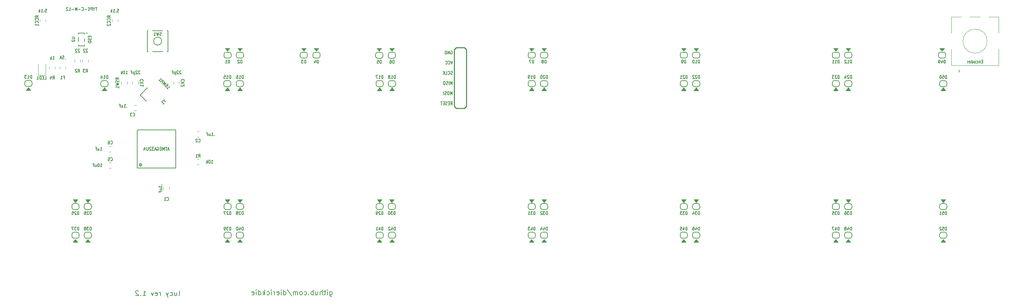
<source format=gbo>
G04 #@! TF.GenerationSoftware,KiCad,Pcbnew,(5.1.4-0)*
G04 #@! TF.CreationDate,2021-10-08T11:39:25-05:00*
G04 #@! TF.ProjectId,lucy,6c756379-2e6b-4696-9361-645f70636258,rev?*
G04 #@! TF.SameCoordinates,Original*
G04 #@! TF.FileFunction,Legend,Bot*
G04 #@! TF.FilePolarity,Positive*
%FSLAX46Y46*%
G04 Gerber Fmt 4.6, Leading zero omitted, Abs format (unit mm)*
G04 Created by KiCad (PCBNEW (5.1.4-0)) date 2021-10-08 11:39:25*
%MOMM*%
%LPD*%
G04 APERTURE LIST*
%ADD10C,0.150000*%
%ADD11C,0.200000*%
%ADD12C,0.120000*%
%ADD13C,0.100000*%
%ADD14C,0.254000*%
%ADD15C,0.203200*%
%ADD16C,1.150000*%
%ADD17C,1.800000*%
%ADD18R,0.800000X0.700000*%
%ADD19R,0.800000X1.100000*%
%ADD20C,1.000000*%
%ADD21C,2.540000*%
%ADD22C,1.701800*%
%ADD23C,3.987800*%
%ADD24R,2.000000X2.000000*%
%ADD25C,2.000000*%
%ADD26R,2.000000X3.200000*%
%ADD27C,1.803400*%
%ADD28R,0.900000X1.900000*%
%ADD29R,1.900000X0.900000*%
%ADD30C,0.600000*%
%ADD31O,1.300000X2.400000*%
%ADD32C,0.300000*%
%ADD33O,1.300000X1.900000*%
%ADD34C,0.650000*%
%ADD35R,1.100000X1.800000*%
G04 APERTURE END LIST*
D10*
X322196136Y-58283727D02*
X321962803Y-58283727D01*
X321862803Y-58702774D02*
X322196136Y-58702774D01*
X322196136Y-57902774D01*
X321862803Y-57902774D01*
X321562803Y-58169441D02*
X321562803Y-58702774D01*
X321562803Y-58245631D02*
X321529470Y-58207536D01*
X321462803Y-58169441D01*
X321362803Y-58169441D01*
X321296136Y-58207536D01*
X321262803Y-58283727D01*
X321262803Y-58702774D01*
X320629470Y-58664679D02*
X320696136Y-58702774D01*
X320829470Y-58702774D01*
X320896136Y-58664679D01*
X320929470Y-58626584D01*
X320962803Y-58550393D01*
X320962803Y-58321822D01*
X320929470Y-58245631D01*
X320896136Y-58207536D01*
X320829470Y-58169441D01*
X320696136Y-58169441D01*
X320629470Y-58207536D01*
X320229470Y-58702774D02*
X320296136Y-58664679D01*
X320329470Y-58626584D01*
X320362803Y-58550393D01*
X320362803Y-58321822D01*
X320329470Y-58245631D01*
X320296136Y-58207536D01*
X320229470Y-58169441D01*
X320129470Y-58169441D01*
X320062803Y-58207536D01*
X320029470Y-58245631D01*
X319996136Y-58321822D01*
X319996136Y-58550393D01*
X320029470Y-58626584D01*
X320062803Y-58664679D01*
X320129470Y-58702774D01*
X320229470Y-58702774D01*
X319396136Y-58702774D02*
X319396136Y-57902774D01*
X319396136Y-58664679D02*
X319462803Y-58702774D01*
X319596136Y-58702774D01*
X319662803Y-58664679D01*
X319696136Y-58626584D01*
X319729470Y-58550393D01*
X319729470Y-58321822D01*
X319696136Y-58245631D01*
X319662803Y-58207536D01*
X319596136Y-58169441D01*
X319462803Y-58169441D01*
X319396136Y-58207536D01*
X318796136Y-58664679D02*
X318862803Y-58702774D01*
X318996136Y-58702774D01*
X319062803Y-58664679D01*
X319096136Y-58588489D01*
X319096136Y-58283727D01*
X319062803Y-58207536D01*
X318996136Y-58169441D01*
X318862803Y-58169441D01*
X318796136Y-58207536D01*
X318762803Y-58283727D01*
X318762803Y-58359917D01*
X319096136Y-58436108D01*
X318462803Y-58702774D02*
X318462803Y-58169441D01*
X318462803Y-58321822D02*
X318429470Y-58245631D01*
X318396136Y-58207536D01*
X318329470Y-58169441D01*
X318262803Y-58169441D01*
D11*
X158626927Y-116016456D02*
X158626927Y-117028361D01*
X158686451Y-117147409D01*
X158745975Y-117206933D01*
X158865022Y-117266456D01*
X159043594Y-117266456D01*
X159162641Y-117206933D01*
X158626927Y-116790266D02*
X158745975Y-116849790D01*
X158984070Y-116849790D01*
X159103118Y-116790266D01*
X159162641Y-116730742D01*
X159222165Y-116611694D01*
X159222165Y-116254552D01*
X159162641Y-116135504D01*
X159103118Y-116075980D01*
X158984070Y-116016456D01*
X158745975Y-116016456D01*
X158626927Y-116075980D01*
X158031689Y-116849790D02*
X158031689Y-116016456D01*
X158031689Y-115599790D02*
X158091213Y-115659314D01*
X158031689Y-115718837D01*
X157972165Y-115659314D01*
X158031689Y-115599790D01*
X158031689Y-115718837D01*
X157615022Y-116016456D02*
X157138832Y-116016456D01*
X157436451Y-115599790D02*
X157436451Y-116671218D01*
X157376927Y-116790266D01*
X157257880Y-116849790D01*
X157138832Y-116849790D01*
X156722165Y-116849790D02*
X156722165Y-115599790D01*
X156186451Y-116849790D02*
X156186451Y-116195028D01*
X156245975Y-116075980D01*
X156365022Y-116016456D01*
X156543594Y-116016456D01*
X156662641Y-116075980D01*
X156722165Y-116135504D01*
X155055499Y-116016456D02*
X155055499Y-116849790D01*
X155591213Y-116016456D02*
X155591213Y-116671218D01*
X155531689Y-116790266D01*
X155412641Y-116849790D01*
X155234070Y-116849790D01*
X155115022Y-116790266D01*
X155055499Y-116730742D01*
X154460260Y-116849790D02*
X154460260Y-115599790D01*
X154460260Y-116075980D02*
X154341213Y-116016456D01*
X154103118Y-116016456D01*
X153984070Y-116075980D01*
X153924546Y-116135504D01*
X153865022Y-116254552D01*
X153865022Y-116611694D01*
X153924546Y-116730742D01*
X153984070Y-116790266D01*
X154103118Y-116849790D01*
X154341213Y-116849790D01*
X154460260Y-116790266D01*
X153329308Y-116730742D02*
X153269784Y-116790266D01*
X153329308Y-116849790D01*
X153388832Y-116790266D01*
X153329308Y-116730742D01*
X153329308Y-116849790D01*
X152198356Y-116790266D02*
X152317403Y-116849790D01*
X152555499Y-116849790D01*
X152674546Y-116790266D01*
X152734070Y-116730742D01*
X152793594Y-116611694D01*
X152793594Y-116254552D01*
X152734070Y-116135504D01*
X152674546Y-116075980D01*
X152555499Y-116016456D01*
X152317403Y-116016456D01*
X152198356Y-116075980D01*
X151484070Y-116849790D02*
X151603118Y-116790266D01*
X151662641Y-116730742D01*
X151722165Y-116611694D01*
X151722165Y-116254552D01*
X151662641Y-116135504D01*
X151603118Y-116075980D01*
X151484070Y-116016456D01*
X151305499Y-116016456D01*
X151186451Y-116075980D01*
X151126927Y-116135504D01*
X151067403Y-116254552D01*
X151067403Y-116611694D01*
X151126927Y-116730742D01*
X151186451Y-116790266D01*
X151305499Y-116849790D01*
X151484070Y-116849790D01*
X150531689Y-116849790D02*
X150531689Y-116016456D01*
X150531689Y-116135504D02*
X150472165Y-116075980D01*
X150353118Y-116016456D01*
X150174546Y-116016456D01*
X150055499Y-116075980D01*
X149995975Y-116195028D01*
X149995975Y-116849790D01*
X149995975Y-116195028D02*
X149936451Y-116075980D01*
X149817403Y-116016456D01*
X149638832Y-116016456D01*
X149519784Y-116075980D01*
X149460260Y-116195028D01*
X149460260Y-116849790D01*
X147972165Y-115540266D02*
X149043594Y-117147409D01*
X147019784Y-116849790D02*
X147019784Y-115599790D01*
X147019784Y-116790266D02*
X147138832Y-116849790D01*
X147376927Y-116849790D01*
X147495975Y-116790266D01*
X147555499Y-116730742D01*
X147615022Y-116611694D01*
X147615022Y-116254552D01*
X147555499Y-116135504D01*
X147495975Y-116075980D01*
X147376927Y-116016456D01*
X147138832Y-116016456D01*
X147019784Y-116075980D01*
X146424546Y-116849790D02*
X146424546Y-116016456D01*
X146424546Y-115599790D02*
X146484070Y-115659314D01*
X146424546Y-115718837D01*
X146365022Y-115659314D01*
X146424546Y-115599790D01*
X146424546Y-115718837D01*
X145353118Y-116790266D02*
X145472165Y-116849790D01*
X145710260Y-116849790D01*
X145829308Y-116790266D01*
X145888832Y-116671218D01*
X145888832Y-116195028D01*
X145829308Y-116075980D01*
X145710260Y-116016456D01*
X145472165Y-116016456D01*
X145353118Y-116075980D01*
X145293594Y-116195028D01*
X145293594Y-116314075D01*
X145888832Y-116433123D01*
X144757880Y-116849790D02*
X144757880Y-116016456D01*
X144757880Y-116254552D02*
X144698356Y-116135504D01*
X144638832Y-116075980D01*
X144519784Y-116016456D01*
X144400737Y-116016456D01*
X143984070Y-116849790D02*
X143984070Y-116016456D01*
X143984070Y-115599790D02*
X144043594Y-115659314D01*
X143984070Y-115718837D01*
X143924546Y-115659314D01*
X143984070Y-115599790D01*
X143984070Y-115718837D01*
X142853118Y-116790266D02*
X142972165Y-116849790D01*
X143210260Y-116849790D01*
X143329308Y-116790266D01*
X143388832Y-116730742D01*
X143448356Y-116611694D01*
X143448356Y-116254552D01*
X143388832Y-116135504D01*
X143329308Y-116075980D01*
X143210260Y-116016456D01*
X142972165Y-116016456D01*
X142853118Y-116075980D01*
X142317403Y-116849790D02*
X142317403Y-115599790D01*
X142198356Y-116373599D02*
X141841213Y-116849790D01*
X141841213Y-116016456D02*
X142317403Y-116492647D01*
X140769784Y-116849790D02*
X140769784Y-115599790D01*
X140769784Y-116790266D02*
X140888832Y-116849790D01*
X141126927Y-116849790D01*
X141245975Y-116790266D01*
X141305499Y-116730742D01*
X141365022Y-116611694D01*
X141365022Y-116254552D01*
X141305499Y-116135504D01*
X141245975Y-116075980D01*
X141126927Y-116016456D01*
X140888832Y-116016456D01*
X140769784Y-116075980D01*
X140174546Y-116849790D02*
X140174546Y-116016456D01*
X140174546Y-115599790D02*
X140234070Y-115659314D01*
X140174546Y-115718837D01*
X140115022Y-115659314D01*
X140174546Y-115599790D01*
X140174546Y-115718837D01*
X139103118Y-116790266D02*
X139222165Y-116849790D01*
X139460260Y-116849790D01*
X139579308Y-116790266D01*
X139638832Y-116671218D01*
X139638832Y-116195028D01*
X139579308Y-116075980D01*
X139460260Y-116016456D01*
X139222165Y-116016456D01*
X139103118Y-116075980D01*
X139043594Y-116195028D01*
X139043594Y-116314075D01*
X139638832Y-116433123D01*
X120750737Y-117065476D02*
X120869784Y-117005952D01*
X120929308Y-116886904D01*
X120929308Y-115815476D01*
X119738832Y-116232142D02*
X119738832Y-117065476D01*
X120274546Y-116232142D02*
X120274546Y-116886904D01*
X120215022Y-117005952D01*
X120095975Y-117065476D01*
X119917403Y-117065476D01*
X119798356Y-117005952D01*
X119738832Y-116946428D01*
X118607880Y-117005952D02*
X118726927Y-117065476D01*
X118965022Y-117065476D01*
X119084070Y-117005952D01*
X119143594Y-116946428D01*
X119203118Y-116827380D01*
X119203118Y-116470238D01*
X119143594Y-116351190D01*
X119084070Y-116291666D01*
X118965022Y-116232142D01*
X118726927Y-116232142D01*
X118607880Y-116291666D01*
X118191213Y-116232142D02*
X117893594Y-117065476D01*
X117595975Y-116232142D02*
X117893594Y-117065476D01*
X118012641Y-117363095D01*
X118072165Y-117422619D01*
X118191213Y-117482142D01*
X116167403Y-117065476D02*
X116167403Y-116232142D01*
X116167403Y-116470238D02*
X116107880Y-116351190D01*
X116048356Y-116291666D01*
X115929308Y-116232142D01*
X115810260Y-116232142D01*
X114917403Y-117005952D02*
X115036451Y-117065476D01*
X115274546Y-117065476D01*
X115393594Y-117005952D01*
X115453118Y-116886904D01*
X115453118Y-116410714D01*
X115393594Y-116291666D01*
X115274546Y-116232142D01*
X115036451Y-116232142D01*
X114917403Y-116291666D01*
X114857880Y-116410714D01*
X114857880Y-116529761D01*
X115453118Y-116648809D01*
X114441213Y-116232142D02*
X114143594Y-117065476D01*
X113845975Y-116232142D01*
X111762641Y-117065476D02*
X112476927Y-117065476D01*
X112119784Y-117065476D02*
X112119784Y-115815476D01*
X112238832Y-115994047D01*
X112357880Y-116113095D01*
X112476927Y-116172619D01*
X111226927Y-116946428D02*
X111167403Y-117005952D01*
X111226927Y-117065476D01*
X111286451Y-117005952D01*
X111226927Y-116946428D01*
X111226927Y-117065476D01*
X110691213Y-115934523D02*
X110631689Y-115875000D01*
X110512641Y-115815476D01*
X110215022Y-115815476D01*
X110095975Y-115875000D01*
X110036451Y-115934523D01*
X109976927Y-116053571D01*
X109976927Y-116172619D01*
X110036451Y-116351190D01*
X110750737Y-117065476D01*
X109976927Y-117065476D01*
D10*
X117771462Y-64948898D02*
X118054305Y-65231741D01*
X117912884Y-65090319D02*
X118478569Y-64524634D01*
X118444897Y-64652586D01*
X118438163Y-64753602D01*
X118458366Y-64827680D01*
X117912884Y-63958948D02*
X118007164Y-64053229D01*
X118027368Y-64127307D01*
X118024000Y-64177815D01*
X117990329Y-64305767D01*
X117906149Y-64437087D01*
X117690650Y-64652586D01*
X117613205Y-64682891D01*
X117562697Y-64686258D01*
X117488620Y-64666055D01*
X117394339Y-64571774D01*
X117374136Y-64497696D01*
X117377503Y-64447189D01*
X117407807Y-64369744D01*
X117542494Y-64235057D01*
X117619939Y-64204752D01*
X117670447Y-64201385D01*
X117744525Y-64221588D01*
X117838806Y-64315869D01*
X117859009Y-64389947D01*
X117855642Y-64440454D01*
X117825337Y-64517899D01*
X117087926Y-64265361D02*
X117653611Y-63699676D01*
X117084558Y-63938745D01*
X117323628Y-63369693D01*
X116757942Y-63935378D01*
X116522240Y-63699676D02*
X117087926Y-63133990D01*
X116818552Y-63403364D02*
X116535709Y-63120522D01*
X116239398Y-63416833D02*
X116805083Y-62851148D01*
X116427959Y-62851148D02*
X116168687Y-62591875D01*
X116050836Y-63228271D01*
X115791563Y-62968999D01*
D12*
X125329373Y-77266250D02*
X125851877Y-77266250D01*
X125329373Y-75846250D02*
X125851877Y-75846250D01*
D11*
X111118917Y-66715460D02*
X112914969Y-64919409D01*
X112645561Y-68242104D02*
X111118917Y-66715460D01*
D12*
X116980625Y-89894998D02*
X116980625Y-90417502D01*
X118400625Y-89894998D02*
X118400625Y-90417502D01*
D10*
X97190625Y-54356250D02*
X97190625Y-51156250D01*
X95590625Y-54356250D02*
X95590625Y-51156250D01*
X95590625Y-51156250D02*
X97190625Y-51156250D01*
X97590625Y-51156250D02*
X97890625Y-51156250D01*
X95590625Y-54356250D02*
X97190625Y-54356250D01*
D11*
X312390625Y-55956250D02*
X311590625Y-55956250D01*
X312890625Y-56956212D02*
X312890625Y-56456250D01*
X312390625Y-57456250D02*
X311590625Y-57456250D01*
X311090625Y-56456288D02*
X311090625Y-56956250D01*
D13*
G36*
X311990625Y-55742050D02*
G01*
X312590625Y-54942050D01*
X311390625Y-54942050D01*
X311990625Y-55742050D01*
G37*
X311990625Y-55742050D02*
X312590625Y-54942050D01*
X311390625Y-54942050D01*
X311990625Y-55742050D01*
D11*
X311590625Y-55956250D02*
G75*
G03X311090625Y-56456250I0J-500000D01*
G01*
X311090625Y-56956250D02*
G75*
G03X311590625Y-57456250I500000J0D01*
G01*
X312390625Y-57456250D02*
G75*
G03X312890625Y-56956250I0J500000D01*
G01*
X312890625Y-56456250D02*
G75*
G03X312390625Y-55956250I-500000J0D01*
G01*
X312690625Y-93956250D02*
X311890625Y-93956250D01*
X313190625Y-94956212D02*
X313190625Y-94456250D01*
X312690625Y-95456250D02*
X311890625Y-95456250D01*
X311390625Y-94456288D02*
X311390625Y-94956250D01*
D13*
G36*
X312290625Y-93742050D02*
G01*
X312890625Y-92942050D01*
X311690625Y-92942050D01*
X312290625Y-93742050D01*
G37*
X312290625Y-93742050D02*
X312890625Y-92942050D01*
X311690625Y-92942050D01*
X312290625Y-93742050D01*
D11*
X311890625Y-93956250D02*
G75*
G03X311390625Y-94456250I0J-500000D01*
G01*
X311390625Y-94956250D02*
G75*
G03X311890625Y-95456250I500000J0D01*
G01*
X312690625Y-95456250D02*
G75*
G03X313190625Y-94956250I0J500000D01*
G01*
X313190625Y-94456250D02*
G75*
G03X312690625Y-93956250I-500000J0D01*
G01*
X98390625Y-93956250D02*
X97590625Y-93956250D01*
X98890625Y-94956212D02*
X98890625Y-94456250D01*
X98390625Y-95456250D02*
X97590625Y-95456250D01*
X97090625Y-94456288D02*
X97090625Y-94956250D01*
D13*
G36*
X97990625Y-93742050D02*
G01*
X98590625Y-92942050D01*
X97390625Y-92942050D01*
X97990625Y-93742050D01*
G37*
X97990625Y-93742050D02*
X98590625Y-92942050D01*
X97390625Y-92942050D01*
X97990625Y-93742050D01*
D11*
X97590625Y-93956250D02*
G75*
G03X97090625Y-94456250I0J-500000D01*
G01*
X97090625Y-94956250D02*
G75*
G03X97590625Y-95456250I500000J0D01*
G01*
X98390625Y-95456250D02*
G75*
G03X98890625Y-94956250I0J500000D01*
G01*
X98890625Y-94456250D02*
G75*
G03X98390625Y-93956250I-500000J0D01*
G01*
D12*
X87450625Y-58850000D02*
X87450625Y-61710000D01*
X87450625Y-61710000D02*
X85530625Y-61710000D01*
X85530625Y-61710000D02*
X85530625Y-58850000D01*
D11*
X247690625Y-55956250D02*
X246890625Y-55956250D01*
X248190625Y-56956212D02*
X248190625Y-56456250D01*
X247690625Y-57456250D02*
X246890625Y-57456250D01*
X246390625Y-56456288D02*
X246390625Y-56956250D01*
D13*
G36*
X247290625Y-55742050D02*
G01*
X247890625Y-54942050D01*
X246690625Y-54942050D01*
X247290625Y-55742050D01*
G37*
X247290625Y-55742050D02*
X247890625Y-54942050D01*
X246690625Y-54942050D01*
X247290625Y-55742050D01*
D11*
X246890625Y-55956250D02*
G75*
G03X246390625Y-56456250I0J-500000D01*
G01*
X246390625Y-56956250D02*
G75*
G03X246890625Y-57456250I500000J0D01*
G01*
X247690625Y-57456250D02*
G75*
G03X248190625Y-56956250I0J500000D01*
G01*
X248190625Y-56456250D02*
G75*
G03X247690625Y-55956250I-500000J0D01*
G01*
D12*
X323252725Y-53193950D02*
G75*
G03X323252725Y-53193950I-3000000J0D01*
G01*
X314352725Y-59293950D02*
X326152725Y-59293950D01*
X314352725Y-51193950D02*
X314352725Y-47093950D01*
X314352725Y-47093950D02*
X316752725Y-47093950D01*
X318952725Y-47093950D02*
X321552725Y-47093950D01*
X323752725Y-47093950D02*
X326152725Y-47093950D01*
X326152725Y-47093950D02*
X326152725Y-51193950D01*
X314352725Y-55193950D02*
X314352725Y-59293950D01*
X326152725Y-55193950D02*
X326152725Y-59293950D01*
X316152725Y-60393950D02*
X316452725Y-60693950D01*
X316452725Y-60693950D02*
X316152725Y-60993950D01*
X316152725Y-60993950D02*
X316152725Y-60393950D01*
X88380625Y-59594998D02*
X88380625Y-60117502D01*
X89800625Y-59594998D02*
X89800625Y-60117502D01*
X106380625Y-63394998D02*
X106380625Y-63917502D01*
X107800625Y-63394998D02*
X107800625Y-63917502D01*
X104080625Y-47794998D02*
X104080625Y-48317502D01*
X105500625Y-47794998D02*
X105500625Y-48317502D01*
X87400625Y-47788748D02*
X87400625Y-48311252D01*
X85980625Y-47788748D02*
X85980625Y-48311252D01*
X98100625Y-58417502D02*
X98100625Y-57894998D01*
X96680625Y-58417502D02*
X96680625Y-57894998D01*
X96100625Y-58417502D02*
X96100625Y-57894998D01*
X94680625Y-58417502D02*
X94680625Y-57894998D01*
X125851877Y-82746250D02*
X125329373Y-82746250D01*
X125851877Y-84166250D02*
X125329373Y-84166250D01*
X110151877Y-69246250D02*
X109629373Y-69246250D01*
X110151877Y-70666250D02*
X109629373Y-70666250D01*
X103851877Y-83646250D02*
X103329373Y-83646250D01*
X103851877Y-85066250D02*
X103329373Y-85066250D01*
X110600625Y-63917502D02*
X110600625Y-63394998D01*
X109180625Y-63917502D02*
X109180625Y-63394998D01*
X120900625Y-63917502D02*
X120900625Y-63394998D01*
X119480625Y-63917502D02*
X119480625Y-63394998D01*
X103851877Y-79546250D02*
X103329373Y-79546250D01*
X103851877Y-80966250D02*
X103329373Y-80966250D01*
X92400625Y-60117502D02*
X92400625Y-59594998D01*
X90980625Y-60117502D02*
X90980625Y-59594998D01*
D14*
X192867200Y-69562000D02*
X192867200Y-55338000D01*
X192359200Y-70070000D02*
X192867200Y-69562000D01*
X190327200Y-70070000D02*
X192359200Y-70070000D01*
X189819200Y-69562000D02*
X190327200Y-70070000D01*
X189819200Y-55338000D02*
X189819200Y-69562000D01*
X190327200Y-54830000D02*
X189819200Y-55338000D01*
X192359200Y-54830000D02*
X190327200Y-54830000D01*
X192867200Y-55338000D02*
X192359200Y-54830000D01*
D15*
X110390625Y-85056250D02*
X119990625Y-85056250D01*
X119990625Y-85056250D02*
X119990625Y-75456250D01*
X119990625Y-75456250D02*
X110390625Y-75456250D01*
X110390625Y-75456250D02*
X110390625Y-85056250D01*
D14*
X111473325Y-84256250D02*
G75*
G03X111473325Y-84256250I-282700J0D01*
G01*
D11*
X133399835Y-55949950D02*
X132599835Y-55949950D01*
X133899835Y-56949912D02*
X133899835Y-56449950D01*
X133399835Y-57449950D02*
X132599835Y-57449950D01*
X132099835Y-56449988D02*
X132099835Y-56949950D01*
D13*
G36*
X132999835Y-55735750D02*
G01*
X133599835Y-54935750D01*
X132399835Y-54935750D01*
X132999835Y-55735750D01*
G37*
X132999835Y-55735750D02*
X133599835Y-54935750D01*
X132399835Y-54935750D01*
X132999835Y-55735750D01*
D11*
X132599835Y-55949950D02*
G75*
G03X132099835Y-56449950I0J-500000D01*
G01*
X132099835Y-56949950D02*
G75*
G03X132599835Y-57449950I500000J0D01*
G01*
X133399835Y-57449950D02*
G75*
G03X133899835Y-56949950I0J500000D01*
G01*
X133899835Y-56449950D02*
G75*
G03X133399835Y-55949950I-500000J0D01*
G01*
X136490625Y-55956250D02*
X135690625Y-55956250D01*
X136990625Y-56956212D02*
X136990625Y-56456250D01*
X136490625Y-57456250D02*
X135690625Y-57456250D01*
X135190625Y-56456288D02*
X135190625Y-56956250D01*
D13*
G36*
X136090625Y-55742050D02*
G01*
X136690625Y-54942050D01*
X135490625Y-54942050D01*
X136090625Y-55742050D01*
G37*
X136090625Y-55742050D02*
X136690625Y-54942050D01*
X135490625Y-54942050D01*
X136090625Y-55742050D01*
D11*
X135690625Y-55956250D02*
G75*
G03X135190625Y-56456250I0J-500000D01*
G01*
X135190625Y-56956250D02*
G75*
G03X135690625Y-57456250I500000J0D01*
G01*
X136490625Y-57456250D02*
G75*
G03X136990625Y-56956250I0J500000D01*
G01*
X136990625Y-56456250D02*
G75*
G03X136490625Y-55956250I-500000J0D01*
G01*
X152485999Y-55956250D02*
X151685999Y-55956250D01*
X152985999Y-56956212D02*
X152985999Y-56456250D01*
X152485999Y-57456250D02*
X151685999Y-57456250D01*
X151185999Y-56456288D02*
X151185999Y-56956250D01*
D13*
G36*
X152085999Y-55742050D02*
G01*
X152685999Y-54942050D01*
X151485999Y-54942050D01*
X152085999Y-55742050D01*
G37*
X152085999Y-55742050D02*
X152685999Y-54942050D01*
X151485999Y-54942050D01*
X152085999Y-55742050D01*
D11*
X151685999Y-55956250D02*
G75*
G03X151185999Y-56456250I0J-500000D01*
G01*
X151185999Y-56956250D02*
G75*
G03X151685999Y-57456250I500000J0D01*
G01*
X152485999Y-57456250D02*
G75*
G03X152985999Y-56956250I0J500000D01*
G01*
X152985999Y-56456250D02*
G75*
G03X152485999Y-55956250I-500000J0D01*
G01*
X155660999Y-55956250D02*
X154860999Y-55956250D01*
X156160999Y-56956212D02*
X156160999Y-56456250D01*
X155660999Y-57456250D02*
X154860999Y-57456250D01*
X154360999Y-56456288D02*
X154360999Y-56956250D01*
D13*
G36*
X155260999Y-55742050D02*
G01*
X155860999Y-54942050D01*
X154660999Y-54942050D01*
X155260999Y-55742050D01*
G37*
X155260999Y-55742050D02*
X155860999Y-54942050D01*
X154660999Y-54942050D01*
X155260999Y-55742050D01*
D11*
X154860999Y-55956250D02*
G75*
G03X154360999Y-56456250I0J-500000D01*
G01*
X154360999Y-56956250D02*
G75*
G03X154860999Y-57456250I500000J0D01*
G01*
X155660999Y-57456250D02*
G75*
G03X156160999Y-56956250I0J500000D01*
G01*
X156160999Y-56456250D02*
G75*
G03X155660999Y-55956250I-500000J0D01*
G01*
X171385999Y-55983377D02*
X170585999Y-55983377D01*
X171885999Y-56983339D02*
X171885999Y-56483377D01*
X171385999Y-57483377D02*
X170585999Y-57483377D01*
X170085999Y-56483415D02*
X170085999Y-56983377D01*
D13*
G36*
X170985999Y-55769177D02*
G01*
X171585999Y-54969177D01*
X170385999Y-54969177D01*
X170985999Y-55769177D01*
G37*
X170985999Y-55769177D02*
X171585999Y-54969177D01*
X170385999Y-54969177D01*
X170985999Y-55769177D01*
D11*
X170585999Y-55983377D02*
G75*
G03X170085999Y-56483377I0J-500000D01*
G01*
X170085999Y-56983377D02*
G75*
G03X170585999Y-57483377I500000J0D01*
G01*
X171385999Y-57483377D02*
G75*
G03X171885999Y-56983377I0J500000D01*
G01*
X171885999Y-56483377D02*
G75*
G03X171385999Y-55983377I-500000J0D01*
G01*
X174560999Y-55983377D02*
X173760999Y-55983377D01*
X175060999Y-56983339D02*
X175060999Y-56483377D01*
X174560999Y-57483377D02*
X173760999Y-57483377D01*
X173260999Y-56483415D02*
X173260999Y-56983377D01*
D13*
G36*
X174160999Y-55769177D02*
G01*
X174760999Y-54969177D01*
X173560999Y-54969177D01*
X174160999Y-55769177D01*
G37*
X174160999Y-55769177D02*
X174760999Y-54969177D01*
X173560999Y-54969177D01*
X174160999Y-55769177D01*
D11*
X173760999Y-55983377D02*
G75*
G03X173260999Y-56483377I0J-500000D01*
G01*
X173260999Y-56983377D02*
G75*
G03X173760999Y-57483377I500000J0D01*
G01*
X174560999Y-57483377D02*
G75*
G03X175060999Y-56983377I0J500000D01*
G01*
X175060999Y-56483377D02*
G75*
G03X174560999Y-55983377I-500000J0D01*
G01*
X209590625Y-55956250D02*
X208790625Y-55956250D01*
X210090625Y-56956212D02*
X210090625Y-56456250D01*
X209590625Y-57456250D02*
X208790625Y-57456250D01*
X208290625Y-56456288D02*
X208290625Y-56956250D01*
D13*
G36*
X209190625Y-55742050D02*
G01*
X209790625Y-54942050D01*
X208590625Y-54942050D01*
X209190625Y-55742050D01*
G37*
X209190625Y-55742050D02*
X209790625Y-54942050D01*
X208590625Y-54942050D01*
X209190625Y-55742050D01*
D11*
X208790625Y-55956250D02*
G75*
G03X208290625Y-56456250I0J-500000D01*
G01*
X208290625Y-56956250D02*
G75*
G03X208790625Y-57456250I500000J0D01*
G01*
X209590625Y-57456250D02*
G75*
G03X210090625Y-56956250I0J500000D01*
G01*
X210090625Y-56456250D02*
G75*
G03X209590625Y-55956250I-500000J0D01*
G01*
X212690625Y-55956250D02*
X211890625Y-55956250D01*
X213190625Y-56956212D02*
X213190625Y-56456250D01*
X212690625Y-57456250D02*
X211890625Y-57456250D01*
X211390625Y-56456288D02*
X211390625Y-56956250D01*
D13*
G36*
X212290625Y-55742050D02*
G01*
X212890625Y-54942050D01*
X211690625Y-54942050D01*
X212290625Y-55742050D01*
G37*
X212290625Y-55742050D02*
X212890625Y-54942050D01*
X211690625Y-54942050D01*
X212290625Y-55742050D01*
D11*
X211890625Y-55956250D02*
G75*
G03X211390625Y-56456250I0J-500000D01*
G01*
X211390625Y-56956250D02*
G75*
G03X211890625Y-57456250I500000J0D01*
G01*
X212690625Y-57456250D02*
G75*
G03X213190625Y-56956250I0J500000D01*
G01*
X213190625Y-56456250D02*
G75*
G03X212690625Y-55956250I-500000J0D01*
G01*
X250790625Y-55956250D02*
X249990625Y-55956250D01*
X251290625Y-56956212D02*
X251290625Y-56456250D01*
X250790625Y-57456250D02*
X249990625Y-57456250D01*
X249490625Y-56456288D02*
X249490625Y-56956250D01*
D13*
G36*
X250390625Y-55742050D02*
G01*
X250990625Y-54942050D01*
X249790625Y-54942050D01*
X250390625Y-55742050D01*
G37*
X250390625Y-55742050D02*
X250990625Y-54942050D01*
X249790625Y-54942050D01*
X250390625Y-55742050D01*
D11*
X249990625Y-55956250D02*
G75*
G03X249490625Y-56456250I0J-500000D01*
G01*
X249490625Y-56956250D02*
G75*
G03X249990625Y-57456250I500000J0D01*
G01*
X250790625Y-57456250D02*
G75*
G03X251290625Y-56956250I0J500000D01*
G01*
X251290625Y-56456250D02*
G75*
G03X250790625Y-55956250I-500000J0D01*
G01*
X285790625Y-55956250D02*
X284990625Y-55956250D01*
X286290625Y-56956212D02*
X286290625Y-56456250D01*
X285790625Y-57456250D02*
X284990625Y-57456250D01*
X284490625Y-56456288D02*
X284490625Y-56956250D01*
D13*
G36*
X285390625Y-55742050D02*
G01*
X285990625Y-54942050D01*
X284790625Y-54942050D01*
X285390625Y-55742050D01*
G37*
X285390625Y-55742050D02*
X285990625Y-54942050D01*
X284790625Y-54942050D01*
X285390625Y-55742050D01*
D11*
X284990625Y-55956250D02*
G75*
G03X284490625Y-56456250I0J-500000D01*
G01*
X284490625Y-56956250D02*
G75*
G03X284990625Y-57456250I500000J0D01*
G01*
X285790625Y-57456250D02*
G75*
G03X286290625Y-56956250I0J500000D01*
G01*
X286290625Y-56456250D02*
G75*
G03X285790625Y-55956250I-500000J0D01*
G01*
X82690625Y-64556250D02*
X83490625Y-64556250D01*
X82190625Y-63556288D02*
X82190625Y-64056250D01*
X82690625Y-63056250D02*
X83490625Y-63056250D01*
X83990625Y-64056212D02*
X83990625Y-63556250D01*
D13*
G36*
X83090625Y-64770450D02*
G01*
X82490625Y-65570450D01*
X83690625Y-65570450D01*
X83090625Y-64770450D01*
G37*
X83090625Y-64770450D02*
X82490625Y-65570450D01*
X83690625Y-65570450D01*
X83090625Y-64770450D01*
D11*
X83490625Y-64556250D02*
G75*
G03X83990625Y-64056250I0J500000D01*
G01*
X83990625Y-63556250D02*
G75*
G03X83490625Y-63056250I-500000J0D01*
G01*
X82690625Y-63056250D02*
G75*
G03X82190625Y-63556250I0J-500000D01*
G01*
X82190625Y-64056250D02*
G75*
G03X82690625Y-64556250I500000J0D01*
G01*
X101740625Y-64606250D02*
X102540625Y-64606250D01*
X101240625Y-63606288D02*
X101240625Y-64106250D01*
X101740625Y-63106250D02*
X102540625Y-63106250D01*
X103040625Y-64106212D02*
X103040625Y-63606250D01*
D13*
G36*
X102140625Y-64820450D02*
G01*
X101540625Y-65620450D01*
X102740625Y-65620450D01*
X102140625Y-64820450D01*
G37*
X102140625Y-64820450D02*
X101540625Y-65620450D01*
X102740625Y-65620450D01*
X102140625Y-64820450D01*
D11*
X102540625Y-64606250D02*
G75*
G03X103040625Y-64106250I0J500000D01*
G01*
X103040625Y-63606250D02*
G75*
G03X102540625Y-63106250I-500000J0D01*
G01*
X101740625Y-63106250D02*
G75*
G03X101240625Y-63606250I0J-500000D01*
G01*
X101240625Y-64106250D02*
G75*
G03X101740625Y-64606250I500000J0D01*
G01*
X132540625Y-64606250D02*
X133340625Y-64606250D01*
X132040625Y-63606288D02*
X132040625Y-64106250D01*
X132540625Y-63106250D02*
X133340625Y-63106250D01*
X133840625Y-64106212D02*
X133840625Y-63606250D01*
D13*
G36*
X132940625Y-64820450D02*
G01*
X132340625Y-65620450D01*
X133540625Y-65620450D01*
X132940625Y-64820450D01*
G37*
X132940625Y-64820450D02*
X132340625Y-65620450D01*
X133540625Y-65620450D01*
X132940625Y-64820450D01*
D11*
X133340625Y-64606250D02*
G75*
G03X133840625Y-64106250I0J500000D01*
G01*
X133840625Y-63606250D02*
G75*
G03X133340625Y-63106250I-500000J0D01*
G01*
X132540625Y-63106250D02*
G75*
G03X132040625Y-63606250I0J-500000D01*
G01*
X132040625Y-64106250D02*
G75*
G03X132540625Y-64606250I500000J0D01*
G01*
X135690625Y-64606250D02*
X136490625Y-64606250D01*
X135190625Y-63606288D02*
X135190625Y-64106250D01*
X135690625Y-63106250D02*
X136490625Y-63106250D01*
X136990625Y-64106212D02*
X136990625Y-63606250D01*
D13*
G36*
X136090625Y-64820450D02*
G01*
X135490625Y-65620450D01*
X136690625Y-65620450D01*
X136090625Y-64820450D01*
G37*
X136090625Y-64820450D02*
X135490625Y-65620450D01*
X136690625Y-65620450D01*
X136090625Y-64820450D01*
D11*
X136490625Y-64606250D02*
G75*
G03X136990625Y-64106250I0J500000D01*
G01*
X136990625Y-63606250D02*
G75*
G03X136490625Y-63106250I-500000J0D01*
G01*
X135690625Y-63106250D02*
G75*
G03X135190625Y-63606250I0J-500000D01*
G01*
X135190625Y-64106250D02*
G75*
G03X135690625Y-64606250I500000J0D01*
G01*
X170690625Y-64606250D02*
X171490625Y-64606250D01*
X170190625Y-63606288D02*
X170190625Y-64106250D01*
X170690625Y-63106250D02*
X171490625Y-63106250D01*
X171990625Y-64106212D02*
X171990625Y-63606250D01*
D13*
G36*
X171090625Y-64820450D02*
G01*
X170490625Y-65620450D01*
X171690625Y-65620450D01*
X171090625Y-64820450D01*
G37*
X171090625Y-64820450D02*
X170490625Y-65620450D01*
X171690625Y-65620450D01*
X171090625Y-64820450D01*
D11*
X171490625Y-64606250D02*
G75*
G03X171990625Y-64106250I0J500000D01*
G01*
X171990625Y-63606250D02*
G75*
G03X171490625Y-63106250I-500000J0D01*
G01*
X170690625Y-63106250D02*
G75*
G03X170190625Y-63606250I0J-500000D01*
G01*
X170190625Y-64106250D02*
G75*
G03X170690625Y-64606250I500000J0D01*
G01*
X173790625Y-64606250D02*
X174590625Y-64606250D01*
X173290625Y-63606288D02*
X173290625Y-64106250D01*
X173790625Y-63106250D02*
X174590625Y-63106250D01*
X175090625Y-64106212D02*
X175090625Y-63606250D01*
D13*
G36*
X174190625Y-64820450D02*
G01*
X173590625Y-65620450D01*
X174790625Y-65620450D01*
X174190625Y-64820450D01*
G37*
X174190625Y-64820450D02*
X173590625Y-65620450D01*
X174790625Y-65620450D01*
X174190625Y-64820450D01*
D11*
X174590625Y-64606250D02*
G75*
G03X175090625Y-64106250I0J500000D01*
G01*
X175090625Y-63606250D02*
G75*
G03X174590625Y-63106250I-500000J0D01*
G01*
X173790625Y-63106250D02*
G75*
G03X173290625Y-63606250I0J-500000D01*
G01*
X173290625Y-64106250D02*
G75*
G03X173790625Y-64606250I500000J0D01*
G01*
X208790625Y-64606250D02*
X209590625Y-64606250D01*
X208290625Y-63606288D02*
X208290625Y-64106250D01*
X208790625Y-63106250D02*
X209590625Y-63106250D01*
X210090625Y-64106212D02*
X210090625Y-63606250D01*
D13*
G36*
X209190625Y-64820450D02*
G01*
X208590625Y-65620450D01*
X209790625Y-65620450D01*
X209190625Y-64820450D01*
G37*
X209190625Y-64820450D02*
X208590625Y-65620450D01*
X209790625Y-65620450D01*
X209190625Y-64820450D01*
D11*
X209590625Y-64606250D02*
G75*
G03X210090625Y-64106250I0J500000D01*
G01*
X210090625Y-63606250D02*
G75*
G03X209590625Y-63106250I-500000J0D01*
G01*
X208790625Y-63106250D02*
G75*
G03X208290625Y-63606250I0J-500000D01*
G01*
X208290625Y-64106250D02*
G75*
G03X208790625Y-64606250I500000J0D01*
G01*
X211890625Y-64606250D02*
X212690625Y-64606250D01*
X211390625Y-63606288D02*
X211390625Y-64106250D01*
X211890625Y-63106250D02*
X212690625Y-63106250D01*
X213190625Y-64106212D02*
X213190625Y-63606250D01*
D13*
G36*
X212290625Y-64820450D02*
G01*
X211690625Y-65620450D01*
X212890625Y-65620450D01*
X212290625Y-64820450D01*
G37*
X212290625Y-64820450D02*
X211690625Y-65620450D01*
X212890625Y-65620450D01*
X212290625Y-64820450D01*
D11*
X212690625Y-64606250D02*
G75*
G03X213190625Y-64106250I0J500000D01*
G01*
X213190625Y-63606250D02*
G75*
G03X212690625Y-63106250I-500000J0D01*
G01*
X211890625Y-63106250D02*
G75*
G03X211390625Y-63606250I0J-500000D01*
G01*
X211390625Y-64106250D02*
G75*
G03X211890625Y-64606250I500000J0D01*
G01*
X246890625Y-64606250D02*
X247690625Y-64606250D01*
X246390625Y-63606288D02*
X246390625Y-64106250D01*
X246890625Y-63106250D02*
X247690625Y-63106250D01*
X248190625Y-64106212D02*
X248190625Y-63606250D01*
D13*
G36*
X247290625Y-64820450D02*
G01*
X246690625Y-65620450D01*
X247890625Y-65620450D01*
X247290625Y-64820450D01*
G37*
X247290625Y-64820450D02*
X246690625Y-65620450D01*
X247890625Y-65620450D01*
X247290625Y-64820450D01*
D11*
X247690625Y-64606250D02*
G75*
G03X248190625Y-64106250I0J500000D01*
G01*
X248190625Y-63606250D02*
G75*
G03X247690625Y-63106250I-500000J0D01*
G01*
X246890625Y-63106250D02*
G75*
G03X246390625Y-63606250I0J-500000D01*
G01*
X246390625Y-64106250D02*
G75*
G03X246890625Y-64606250I500000J0D01*
G01*
X249990625Y-64606250D02*
X250790625Y-64606250D01*
X249490625Y-63606288D02*
X249490625Y-64106250D01*
X249990625Y-63106250D02*
X250790625Y-63106250D01*
X251290625Y-64106212D02*
X251290625Y-63606250D01*
D13*
G36*
X250390625Y-64820450D02*
G01*
X249790625Y-65620450D01*
X250990625Y-65620450D01*
X250390625Y-64820450D01*
G37*
X250390625Y-64820450D02*
X249790625Y-65620450D01*
X250990625Y-65620450D01*
X250390625Y-64820450D01*
D11*
X250790625Y-64606250D02*
G75*
G03X251290625Y-64106250I0J500000D01*
G01*
X251290625Y-63606250D02*
G75*
G03X250790625Y-63106250I-500000J0D01*
G01*
X249990625Y-63106250D02*
G75*
G03X249490625Y-63606250I0J-500000D01*
G01*
X249490625Y-64106250D02*
G75*
G03X249990625Y-64606250I500000J0D01*
G01*
X284990625Y-64606250D02*
X285790625Y-64606250D01*
X284490625Y-63606288D02*
X284490625Y-64106250D01*
X284990625Y-63106250D02*
X285790625Y-63106250D01*
X286290625Y-64106212D02*
X286290625Y-63606250D01*
D13*
G36*
X285390625Y-64820450D02*
G01*
X284790625Y-65620450D01*
X285990625Y-65620450D01*
X285390625Y-64820450D01*
G37*
X285390625Y-64820450D02*
X284790625Y-65620450D01*
X285990625Y-65620450D01*
X285390625Y-64820450D01*
D11*
X285790625Y-64606250D02*
G75*
G03X286290625Y-64106250I0J500000D01*
G01*
X286290625Y-63606250D02*
G75*
G03X285790625Y-63106250I-500000J0D01*
G01*
X284990625Y-63106250D02*
G75*
G03X284490625Y-63606250I0J-500000D01*
G01*
X284490625Y-64106250D02*
G75*
G03X284990625Y-64606250I500000J0D01*
G01*
X288090625Y-64606250D02*
X288890625Y-64606250D01*
X287590625Y-63606288D02*
X287590625Y-64106250D01*
X288090625Y-63106250D02*
X288890625Y-63106250D01*
X289390625Y-64106212D02*
X289390625Y-63606250D01*
D13*
G36*
X288490625Y-64820450D02*
G01*
X287890625Y-65620450D01*
X289090625Y-65620450D01*
X288490625Y-64820450D01*
G37*
X288490625Y-64820450D02*
X287890625Y-65620450D01*
X289090625Y-65620450D01*
X288490625Y-64820450D01*
D11*
X288890625Y-64606250D02*
G75*
G03X289390625Y-64106250I0J500000D01*
G01*
X289390625Y-63606250D02*
G75*
G03X288890625Y-63106250I-500000J0D01*
G01*
X288090625Y-63106250D02*
G75*
G03X287590625Y-63606250I0J-500000D01*
G01*
X287590625Y-64106250D02*
G75*
G03X288090625Y-64606250I500000J0D01*
G01*
X95290625Y-93956250D02*
X94490625Y-93956250D01*
X95790625Y-94956212D02*
X95790625Y-94456250D01*
X95290625Y-95456250D02*
X94490625Y-95456250D01*
X93990625Y-94456288D02*
X93990625Y-94956250D01*
D13*
G36*
X94890625Y-93742050D02*
G01*
X95490625Y-92942050D01*
X94290625Y-92942050D01*
X94890625Y-93742050D01*
G37*
X94890625Y-93742050D02*
X95490625Y-92942050D01*
X94290625Y-92942050D01*
X94890625Y-93742050D01*
D11*
X94490625Y-93956250D02*
G75*
G03X93990625Y-94456250I0J-500000D01*
G01*
X93990625Y-94956250D02*
G75*
G03X94490625Y-95456250I500000J0D01*
G01*
X95290625Y-95456250D02*
G75*
G03X95790625Y-94956250I0J500000D01*
G01*
X95790625Y-94456250D02*
G75*
G03X95290625Y-93956250I-500000J0D01*
G01*
X133390625Y-93956250D02*
X132590625Y-93956250D01*
X133890625Y-94956212D02*
X133890625Y-94456250D01*
X133390625Y-95456250D02*
X132590625Y-95456250D01*
X132090625Y-94456288D02*
X132090625Y-94956250D01*
D13*
G36*
X132990625Y-93742050D02*
G01*
X133590625Y-92942050D01*
X132390625Y-92942050D01*
X132990625Y-93742050D01*
G37*
X132990625Y-93742050D02*
X133590625Y-92942050D01*
X132390625Y-92942050D01*
X132990625Y-93742050D01*
D11*
X132590625Y-93956250D02*
G75*
G03X132090625Y-94456250I0J-500000D01*
G01*
X132090625Y-94956250D02*
G75*
G03X132590625Y-95456250I500000J0D01*
G01*
X133390625Y-95456250D02*
G75*
G03X133890625Y-94956250I0J500000D01*
G01*
X133890625Y-94456250D02*
G75*
G03X133390625Y-93956250I-500000J0D01*
G01*
X136490625Y-93956250D02*
X135690625Y-93956250D01*
X136990625Y-94956212D02*
X136990625Y-94456250D01*
X136490625Y-95456250D02*
X135690625Y-95456250D01*
X135190625Y-94456288D02*
X135190625Y-94956250D01*
D13*
G36*
X136090625Y-93742050D02*
G01*
X136690625Y-92942050D01*
X135490625Y-92942050D01*
X136090625Y-93742050D01*
G37*
X136090625Y-93742050D02*
X136690625Y-92942050D01*
X135490625Y-92942050D01*
X136090625Y-93742050D01*
D11*
X135690625Y-93956250D02*
G75*
G03X135190625Y-94456250I0J-500000D01*
G01*
X135190625Y-94956250D02*
G75*
G03X135690625Y-95456250I500000J0D01*
G01*
X136490625Y-95456250D02*
G75*
G03X136990625Y-94956250I0J500000D01*
G01*
X136990625Y-94456250D02*
G75*
G03X136490625Y-93956250I-500000J0D01*
G01*
X171485999Y-93956250D02*
X170685999Y-93956250D01*
X171985999Y-94956212D02*
X171985999Y-94456250D01*
X171485999Y-95456250D02*
X170685999Y-95456250D01*
X170185999Y-94456288D02*
X170185999Y-94956250D01*
D13*
G36*
X171085999Y-93742050D02*
G01*
X171685999Y-92942050D01*
X170485999Y-92942050D01*
X171085999Y-93742050D01*
G37*
X171085999Y-93742050D02*
X171685999Y-92942050D01*
X170485999Y-92942050D01*
X171085999Y-93742050D01*
D11*
X170685999Y-93956250D02*
G75*
G03X170185999Y-94456250I0J-500000D01*
G01*
X170185999Y-94956250D02*
G75*
G03X170685999Y-95456250I500000J0D01*
G01*
X171485999Y-95456250D02*
G75*
G03X171985999Y-94956250I0J500000D01*
G01*
X171985999Y-94456250D02*
G75*
G03X171485999Y-93956250I-500000J0D01*
G01*
X174550000Y-93956250D02*
X173750000Y-93956250D01*
X175050000Y-94956212D02*
X175050000Y-94456250D01*
X174550000Y-95456250D02*
X173750000Y-95456250D01*
X173250000Y-94456288D02*
X173250000Y-94956250D01*
D13*
G36*
X174150000Y-93742050D02*
G01*
X174750000Y-92942050D01*
X173550000Y-92942050D01*
X174150000Y-93742050D01*
G37*
X174150000Y-93742050D02*
X174750000Y-92942050D01*
X173550000Y-92942050D01*
X174150000Y-93742050D01*
D11*
X173750000Y-93956250D02*
G75*
G03X173250000Y-94456250I0J-500000D01*
G01*
X173250000Y-94956250D02*
G75*
G03X173750000Y-95456250I500000J0D01*
G01*
X174550000Y-95456250D02*
G75*
G03X175050000Y-94956250I0J500000D01*
G01*
X175050000Y-94456250D02*
G75*
G03X174550000Y-93956250I-500000J0D01*
G01*
X209590625Y-93956250D02*
X208790625Y-93956250D01*
X210090625Y-94956212D02*
X210090625Y-94456250D01*
X209590625Y-95456250D02*
X208790625Y-95456250D01*
X208290625Y-94456288D02*
X208290625Y-94956250D01*
D13*
G36*
X209190625Y-93742050D02*
G01*
X209790625Y-92942050D01*
X208590625Y-92942050D01*
X209190625Y-93742050D01*
G37*
X209190625Y-93742050D02*
X209790625Y-92942050D01*
X208590625Y-92942050D01*
X209190625Y-93742050D01*
D11*
X208790625Y-93956250D02*
G75*
G03X208290625Y-94456250I0J-500000D01*
G01*
X208290625Y-94956250D02*
G75*
G03X208790625Y-95456250I500000J0D01*
G01*
X209590625Y-95456250D02*
G75*
G03X210090625Y-94956250I0J500000D01*
G01*
X210090625Y-94456250D02*
G75*
G03X209590625Y-93956250I-500000J0D01*
G01*
X212690625Y-93956250D02*
X211890625Y-93956250D01*
X213190625Y-94956212D02*
X213190625Y-94456250D01*
X212690625Y-95456250D02*
X211890625Y-95456250D01*
X211390625Y-94456288D02*
X211390625Y-94956250D01*
D13*
G36*
X212290625Y-93742050D02*
G01*
X212890625Y-92942050D01*
X211690625Y-92942050D01*
X212290625Y-93742050D01*
G37*
X212290625Y-93742050D02*
X212890625Y-92942050D01*
X211690625Y-92942050D01*
X212290625Y-93742050D01*
D11*
X211890625Y-93956250D02*
G75*
G03X211390625Y-94456250I0J-500000D01*
G01*
X211390625Y-94956250D02*
G75*
G03X211890625Y-95456250I500000J0D01*
G01*
X212690625Y-95456250D02*
G75*
G03X213190625Y-94956250I0J500000D01*
G01*
X213190625Y-94456250D02*
G75*
G03X212690625Y-93956250I-500000J0D01*
G01*
X247690625Y-93956250D02*
X246890625Y-93956250D01*
X248190625Y-94956212D02*
X248190625Y-94456250D01*
X247690625Y-95456250D02*
X246890625Y-95456250D01*
X246390625Y-94456288D02*
X246390625Y-94956250D01*
D13*
G36*
X247290625Y-93742050D02*
G01*
X247890625Y-92942050D01*
X246690625Y-92942050D01*
X247290625Y-93742050D01*
G37*
X247290625Y-93742050D02*
X247890625Y-92942050D01*
X246690625Y-92942050D01*
X247290625Y-93742050D01*
D11*
X246890625Y-93956250D02*
G75*
G03X246390625Y-94456250I0J-500000D01*
G01*
X246390625Y-94956250D02*
G75*
G03X246890625Y-95456250I500000J0D01*
G01*
X247690625Y-95456250D02*
G75*
G03X248190625Y-94956250I0J500000D01*
G01*
X248190625Y-94456250D02*
G75*
G03X247690625Y-93956250I-500000J0D01*
G01*
X250790625Y-93956250D02*
X249990625Y-93956250D01*
X251290625Y-94956212D02*
X251290625Y-94456250D01*
X250790625Y-95456250D02*
X249990625Y-95456250D01*
X249490625Y-94456288D02*
X249490625Y-94956250D01*
D13*
G36*
X250390625Y-93742050D02*
G01*
X250990625Y-92942050D01*
X249790625Y-92942050D01*
X250390625Y-93742050D01*
G37*
X250390625Y-93742050D02*
X250990625Y-92942050D01*
X249790625Y-92942050D01*
X250390625Y-93742050D01*
D11*
X249990625Y-93956250D02*
G75*
G03X249490625Y-94456250I0J-500000D01*
G01*
X249490625Y-94956250D02*
G75*
G03X249990625Y-95456250I500000J0D01*
G01*
X250790625Y-95456250D02*
G75*
G03X251290625Y-94956250I0J500000D01*
G01*
X251290625Y-94456250D02*
G75*
G03X250790625Y-93956250I-500000J0D01*
G01*
X285790625Y-93956250D02*
X284990625Y-93956250D01*
X286290625Y-94956212D02*
X286290625Y-94456250D01*
X285790625Y-95456250D02*
X284990625Y-95456250D01*
X284490625Y-94456288D02*
X284490625Y-94956250D01*
D13*
G36*
X285390625Y-93742050D02*
G01*
X285990625Y-92942050D01*
X284790625Y-92942050D01*
X285390625Y-93742050D01*
G37*
X285390625Y-93742050D02*
X285990625Y-92942050D01*
X284790625Y-92942050D01*
X285390625Y-93742050D01*
D11*
X284990625Y-93956250D02*
G75*
G03X284490625Y-94456250I0J-500000D01*
G01*
X284490625Y-94956250D02*
G75*
G03X284990625Y-95456250I500000J0D01*
G01*
X285790625Y-95456250D02*
G75*
G03X286290625Y-94956250I0J500000D01*
G01*
X286290625Y-94456250D02*
G75*
G03X285790625Y-93956250I-500000J0D01*
G01*
X288890625Y-93956250D02*
X288090625Y-93956250D01*
X289390625Y-94956212D02*
X289390625Y-94456250D01*
X288890625Y-95456250D02*
X288090625Y-95456250D01*
X287590625Y-94456288D02*
X287590625Y-94956250D01*
D13*
G36*
X288490625Y-93742050D02*
G01*
X289090625Y-92942050D01*
X287890625Y-92942050D01*
X288490625Y-93742050D01*
G37*
X288490625Y-93742050D02*
X289090625Y-92942050D01*
X287890625Y-92942050D01*
X288490625Y-93742050D01*
D11*
X288090625Y-93956250D02*
G75*
G03X287590625Y-94456250I0J-500000D01*
G01*
X287590625Y-94956250D02*
G75*
G03X288090625Y-95456250I500000J0D01*
G01*
X288890625Y-95456250D02*
G75*
G03X289390625Y-94956250I0J500000D01*
G01*
X289390625Y-94456250D02*
G75*
G03X288890625Y-93956250I-500000J0D01*
G01*
X94490625Y-102656250D02*
X95290625Y-102656250D01*
X93990625Y-101656288D02*
X93990625Y-102156250D01*
X94490625Y-101156250D02*
X95290625Y-101156250D01*
X95790625Y-102156212D02*
X95790625Y-101656250D01*
D13*
G36*
X94890625Y-102870450D02*
G01*
X94290625Y-103670450D01*
X95490625Y-103670450D01*
X94890625Y-102870450D01*
G37*
X94890625Y-102870450D02*
X94290625Y-103670450D01*
X95490625Y-103670450D01*
X94890625Y-102870450D01*
D11*
X95290625Y-102656250D02*
G75*
G03X95790625Y-102156250I0J500000D01*
G01*
X95790625Y-101656250D02*
G75*
G03X95290625Y-101156250I-500000J0D01*
G01*
X94490625Y-101156250D02*
G75*
G03X93990625Y-101656250I0J-500000D01*
G01*
X93990625Y-102156250D02*
G75*
G03X94490625Y-102656250I500000J0D01*
G01*
X97590625Y-102656250D02*
X98390625Y-102656250D01*
X97090625Y-101656288D02*
X97090625Y-102156250D01*
X97590625Y-101156250D02*
X98390625Y-101156250D01*
X98890625Y-102156212D02*
X98890625Y-101656250D01*
D13*
G36*
X97990625Y-102870450D02*
G01*
X97390625Y-103670450D01*
X98590625Y-103670450D01*
X97990625Y-102870450D01*
G37*
X97990625Y-102870450D02*
X97390625Y-103670450D01*
X98590625Y-103670450D01*
X97990625Y-102870450D01*
D11*
X98390625Y-102656250D02*
G75*
G03X98890625Y-102156250I0J500000D01*
G01*
X98890625Y-101656250D02*
G75*
G03X98390625Y-101156250I-500000J0D01*
G01*
X97590625Y-101156250D02*
G75*
G03X97090625Y-101656250I0J-500000D01*
G01*
X97090625Y-102156250D02*
G75*
G03X97590625Y-102656250I500000J0D01*
G01*
X132590625Y-102656250D02*
X133390625Y-102656250D01*
X132090625Y-101656288D02*
X132090625Y-102156250D01*
X132590625Y-101156250D02*
X133390625Y-101156250D01*
X133890625Y-102156212D02*
X133890625Y-101656250D01*
D13*
G36*
X132990625Y-102870450D02*
G01*
X132390625Y-103670450D01*
X133590625Y-103670450D01*
X132990625Y-102870450D01*
G37*
X132990625Y-102870450D02*
X132390625Y-103670450D01*
X133590625Y-103670450D01*
X132990625Y-102870450D01*
D11*
X133390625Y-102656250D02*
G75*
G03X133890625Y-102156250I0J500000D01*
G01*
X133890625Y-101656250D02*
G75*
G03X133390625Y-101156250I-500000J0D01*
G01*
X132590625Y-101156250D02*
G75*
G03X132090625Y-101656250I0J-500000D01*
G01*
X132090625Y-102156250D02*
G75*
G03X132590625Y-102656250I500000J0D01*
G01*
X135690625Y-102649377D02*
X136490625Y-102649377D01*
X135190625Y-101649415D02*
X135190625Y-102149377D01*
X135690625Y-101149377D02*
X136490625Y-101149377D01*
X136990625Y-102149339D02*
X136990625Y-101649377D01*
D13*
G36*
X136090625Y-102863577D02*
G01*
X135490625Y-103663577D01*
X136690625Y-103663577D01*
X136090625Y-102863577D01*
G37*
X136090625Y-102863577D02*
X135490625Y-103663577D01*
X136690625Y-103663577D01*
X136090625Y-102863577D01*
D11*
X136490625Y-102649377D02*
G75*
G03X136990625Y-102149377I0J500000D01*
G01*
X136990625Y-101649377D02*
G75*
G03X136490625Y-101149377I-500000J0D01*
G01*
X135690625Y-101149377D02*
G75*
G03X135190625Y-101649377I0J-500000D01*
G01*
X135190625Y-102149377D02*
G75*
G03X135690625Y-102649377I500000J0D01*
G01*
X170690625Y-102656250D02*
X171490625Y-102656250D01*
X170190625Y-101656288D02*
X170190625Y-102156250D01*
X170690625Y-101156250D02*
X171490625Y-101156250D01*
X171990625Y-102156212D02*
X171990625Y-101656250D01*
D13*
G36*
X171090625Y-102870450D02*
G01*
X170490625Y-103670450D01*
X171690625Y-103670450D01*
X171090625Y-102870450D01*
G37*
X171090625Y-102870450D02*
X170490625Y-103670450D01*
X171690625Y-103670450D01*
X171090625Y-102870450D01*
D11*
X171490625Y-102656250D02*
G75*
G03X171990625Y-102156250I0J500000D01*
G01*
X171990625Y-101656250D02*
G75*
G03X171490625Y-101156250I-500000J0D01*
G01*
X170690625Y-101156250D02*
G75*
G03X170190625Y-101656250I0J-500000D01*
G01*
X170190625Y-102156250D02*
G75*
G03X170690625Y-102656250I500000J0D01*
G01*
X173790625Y-102656250D02*
X174590625Y-102656250D01*
X173290625Y-101656288D02*
X173290625Y-102156250D01*
X173790625Y-101156250D02*
X174590625Y-101156250D01*
X175090625Y-102156212D02*
X175090625Y-101656250D01*
D13*
G36*
X174190625Y-102870450D02*
G01*
X173590625Y-103670450D01*
X174790625Y-103670450D01*
X174190625Y-102870450D01*
G37*
X174190625Y-102870450D02*
X173590625Y-103670450D01*
X174790625Y-103670450D01*
X174190625Y-102870450D01*
D11*
X174590625Y-102656250D02*
G75*
G03X175090625Y-102156250I0J500000D01*
G01*
X175090625Y-101656250D02*
G75*
G03X174590625Y-101156250I-500000J0D01*
G01*
X173790625Y-101156250D02*
G75*
G03X173290625Y-101656250I0J-500000D01*
G01*
X173290625Y-102156250D02*
G75*
G03X173790625Y-102656250I500000J0D01*
G01*
X208800000Y-102649377D02*
X209600000Y-102649377D01*
X208300000Y-101649415D02*
X208300000Y-102149377D01*
X208800000Y-101149377D02*
X209600000Y-101149377D01*
X210100000Y-102149339D02*
X210100000Y-101649377D01*
D13*
G36*
X209200000Y-102863577D02*
G01*
X208600000Y-103663577D01*
X209800000Y-103663577D01*
X209200000Y-102863577D01*
G37*
X209200000Y-102863577D02*
X208600000Y-103663577D01*
X209800000Y-103663577D01*
X209200000Y-102863577D01*
D11*
X209600000Y-102649377D02*
G75*
G03X210100000Y-102149377I0J500000D01*
G01*
X210100000Y-101649377D02*
G75*
G03X209600000Y-101149377I-500000J0D01*
G01*
X208800000Y-101149377D02*
G75*
G03X208300000Y-101649377I0J-500000D01*
G01*
X208300000Y-102149377D02*
G75*
G03X208800000Y-102649377I500000J0D01*
G01*
X211883999Y-102649377D02*
X212683999Y-102649377D01*
X211383999Y-101649415D02*
X211383999Y-102149377D01*
X211883999Y-101149377D02*
X212683999Y-101149377D01*
X213183999Y-102149339D02*
X213183999Y-101649377D01*
D13*
G36*
X212283999Y-102863577D02*
G01*
X211683999Y-103663577D01*
X212883999Y-103663577D01*
X212283999Y-102863577D01*
G37*
X212283999Y-102863577D02*
X211683999Y-103663577D01*
X212883999Y-103663577D01*
X212283999Y-102863577D01*
D11*
X212683999Y-102649377D02*
G75*
G03X213183999Y-102149377I0J500000D01*
G01*
X213183999Y-101649377D02*
G75*
G03X212683999Y-101149377I-500000J0D01*
G01*
X211883999Y-101149377D02*
G75*
G03X211383999Y-101649377I0J-500000D01*
G01*
X211383999Y-102149377D02*
G75*
G03X211883999Y-102649377I500000J0D01*
G01*
X246890625Y-102649377D02*
X247690625Y-102649377D01*
X246390625Y-101649415D02*
X246390625Y-102149377D01*
X246890625Y-101149377D02*
X247690625Y-101149377D01*
X248190625Y-102149339D02*
X248190625Y-101649377D01*
D13*
G36*
X247290625Y-102863577D02*
G01*
X246690625Y-103663577D01*
X247890625Y-103663577D01*
X247290625Y-102863577D01*
G37*
X247290625Y-102863577D02*
X246690625Y-103663577D01*
X247890625Y-103663577D01*
X247290625Y-102863577D01*
D11*
X247690625Y-102649377D02*
G75*
G03X248190625Y-102149377I0J500000D01*
G01*
X248190625Y-101649377D02*
G75*
G03X247690625Y-101149377I-500000J0D01*
G01*
X246890625Y-101149377D02*
G75*
G03X246390625Y-101649377I0J-500000D01*
G01*
X246390625Y-102149377D02*
G75*
G03X246890625Y-102649377I500000J0D01*
G01*
X249990625Y-102656250D02*
X250790625Y-102656250D01*
X249490625Y-101656288D02*
X249490625Y-102156250D01*
X249990625Y-101156250D02*
X250790625Y-101156250D01*
X251290625Y-102156212D02*
X251290625Y-101656250D01*
D13*
G36*
X250390625Y-102870450D02*
G01*
X249790625Y-103670450D01*
X250990625Y-103670450D01*
X250390625Y-102870450D01*
G37*
X250390625Y-102870450D02*
X249790625Y-103670450D01*
X250990625Y-103670450D01*
X250390625Y-102870450D01*
D11*
X250790625Y-102656250D02*
G75*
G03X251290625Y-102156250I0J500000D01*
G01*
X251290625Y-101656250D02*
G75*
G03X250790625Y-101156250I-500000J0D01*
G01*
X249990625Y-101156250D02*
G75*
G03X249490625Y-101656250I0J-500000D01*
G01*
X249490625Y-102156250D02*
G75*
G03X249990625Y-102656250I500000J0D01*
G01*
X284990625Y-102656250D02*
X285790625Y-102656250D01*
X284490625Y-101656288D02*
X284490625Y-102156250D01*
X284990625Y-101156250D02*
X285790625Y-101156250D01*
X286290625Y-102156212D02*
X286290625Y-101656250D01*
D13*
G36*
X285390625Y-102870450D02*
G01*
X284790625Y-103670450D01*
X285990625Y-103670450D01*
X285390625Y-102870450D01*
G37*
X285390625Y-102870450D02*
X284790625Y-103670450D01*
X285990625Y-103670450D01*
X285390625Y-102870450D01*
D11*
X285790625Y-102656250D02*
G75*
G03X286290625Y-102156250I0J500000D01*
G01*
X286290625Y-101656250D02*
G75*
G03X285790625Y-101156250I-500000J0D01*
G01*
X284990625Y-101156250D02*
G75*
G03X284490625Y-101656250I0J-500000D01*
G01*
X284490625Y-102156250D02*
G75*
G03X284990625Y-102656250I500000J0D01*
G01*
X288090625Y-102656250D02*
X288890625Y-102656250D01*
X287590625Y-101656288D02*
X287590625Y-102156250D01*
X288090625Y-101156250D02*
X288890625Y-101156250D01*
X289390625Y-102156212D02*
X289390625Y-101656250D01*
D13*
G36*
X288490625Y-102870450D02*
G01*
X287890625Y-103670450D01*
X289090625Y-103670450D01*
X288490625Y-102870450D01*
G37*
X288490625Y-102870450D02*
X287890625Y-103670450D01*
X289090625Y-103670450D01*
X288490625Y-102870450D01*
D11*
X288890625Y-102656250D02*
G75*
G03X289390625Y-102156250I0J500000D01*
G01*
X289390625Y-101656250D02*
G75*
G03X288890625Y-101156250I-500000J0D01*
G01*
X288090625Y-101156250D02*
G75*
G03X287590625Y-101656250I0J-500000D01*
G01*
X287590625Y-102156250D02*
G75*
G03X288090625Y-102656250I500000J0D01*
G01*
D10*
X116490785Y-53181290D02*
G75*
G03X116490785Y-53181290I-1000000J0D01*
G01*
X112890785Y-55781290D02*
X118090785Y-55781290D01*
X112890785Y-50581290D02*
X112890785Y-55781290D01*
X118090785Y-50581290D02*
X112890785Y-50581290D01*
X118090785Y-55781290D02*
X118090785Y-50581290D01*
D11*
X311890625Y-64606250D02*
X312690625Y-64606250D01*
X311390625Y-63606288D02*
X311390625Y-64106250D01*
X311890625Y-63106250D02*
X312690625Y-63106250D01*
X313190625Y-64106212D02*
X313190625Y-63606250D01*
D13*
G36*
X312290625Y-64820450D02*
G01*
X311690625Y-65620450D01*
X312890625Y-65620450D01*
X312290625Y-64820450D01*
G37*
X312290625Y-64820450D02*
X311690625Y-65620450D01*
X312890625Y-65620450D01*
X312290625Y-64820450D01*
D11*
X312690625Y-64606250D02*
G75*
G03X313190625Y-64106250I0J500000D01*
G01*
X313190625Y-63606250D02*
G75*
G03X312690625Y-63106250I-500000J0D01*
G01*
X311890625Y-63106250D02*
G75*
G03X311390625Y-63606250I0J-500000D01*
G01*
X311390625Y-64106250D02*
G75*
G03X311890625Y-64606250I500000J0D01*
G01*
X311890625Y-102656250D02*
X312690625Y-102656250D01*
X311390625Y-101656288D02*
X311390625Y-102156250D01*
X311890625Y-101156250D02*
X312690625Y-101156250D01*
X313190625Y-102156212D02*
X313190625Y-101656250D01*
D13*
G36*
X312290625Y-102870450D02*
G01*
X311690625Y-103670450D01*
X312890625Y-103670450D01*
X312290625Y-102870450D01*
G37*
X312290625Y-102870450D02*
X311690625Y-103670450D01*
X312890625Y-103670450D01*
X312290625Y-102870450D01*
D11*
X312690625Y-102656250D02*
G75*
G03X313190625Y-102156250I0J500000D01*
G01*
X313190625Y-101656250D02*
G75*
G03X312690625Y-101156250I-500000J0D01*
G01*
X311890625Y-101156250D02*
G75*
G03X311390625Y-101656250I0J-500000D01*
G01*
X311390625Y-102156250D02*
G75*
G03X311890625Y-102656250I500000J0D01*
G01*
X288890625Y-55956250D02*
X288090625Y-55956250D01*
X289390625Y-56956212D02*
X289390625Y-56456250D01*
X288890625Y-57456250D02*
X288090625Y-57456250D01*
X287590625Y-56456288D02*
X287590625Y-56956250D01*
D13*
G36*
X288490625Y-55742050D02*
G01*
X289090625Y-54942050D01*
X287890625Y-54942050D01*
X288490625Y-55742050D01*
G37*
X288490625Y-55742050D02*
X289090625Y-54942050D01*
X287890625Y-54942050D01*
X288490625Y-55742050D01*
D11*
X288090625Y-55956250D02*
G75*
G03X287590625Y-56456250I0J-500000D01*
G01*
X287590625Y-56956250D02*
G75*
G03X288090625Y-57456250I500000J0D01*
G01*
X288890625Y-57456250D02*
G75*
G03X289390625Y-56956250I0J500000D01*
G01*
X289390625Y-56456250D02*
G75*
G03X288890625Y-55956250I-500000J0D01*
G01*
D10*
X125707291Y-78441964D02*
X125740625Y-78480059D01*
X125840625Y-78518154D01*
X125907291Y-78518154D01*
X126007291Y-78480059D01*
X126073958Y-78403869D01*
X126107291Y-78327678D01*
X126140625Y-78175297D01*
X126140625Y-78061011D01*
X126107291Y-77908630D01*
X126073958Y-77832440D01*
X126007291Y-77756250D01*
X125907291Y-77718154D01*
X125840625Y-77718154D01*
X125740625Y-77756250D01*
X125707291Y-77794345D01*
X125440625Y-77794345D02*
X125407291Y-77756250D01*
X125340625Y-77718154D01*
X125173958Y-77718154D01*
X125107291Y-77756250D01*
X125073958Y-77794345D01*
X125040625Y-77870535D01*
X125040625Y-77946726D01*
X125073958Y-78061011D01*
X125473958Y-78518154D01*
X125040625Y-78518154D01*
X129640625Y-76841964D02*
X129607291Y-76880059D01*
X129640625Y-76918154D01*
X129673958Y-76880059D01*
X129640625Y-76841964D01*
X129640625Y-76918154D01*
X128940625Y-76918154D02*
X129340625Y-76918154D01*
X129140625Y-76918154D02*
X129140625Y-76118154D01*
X129207291Y-76232440D01*
X129273958Y-76308630D01*
X129340625Y-76346726D01*
X128340625Y-76384821D02*
X128340625Y-76918154D01*
X128640625Y-76384821D02*
X128640625Y-76803869D01*
X128607291Y-76880059D01*
X128540625Y-76918154D01*
X128440625Y-76918154D01*
X128373958Y-76880059D01*
X128340625Y-76841964D01*
X127773958Y-76499107D02*
X128007291Y-76499107D01*
X128007291Y-76918154D02*
X128007291Y-76118154D01*
X127673958Y-76118154D01*
X117212858Y-68207079D02*
X117482232Y-68476453D01*
X117081538Y-67745776D02*
X117212858Y-68207079D01*
X116751555Y-68075759D01*
X116892976Y-69065708D02*
X117175819Y-68782865D01*
X117034398Y-68924287D02*
X116468712Y-68358601D01*
X116596665Y-68392273D01*
X116697680Y-68399008D01*
X116771758Y-68378804D01*
X117807291Y-93116964D02*
X117840625Y-93155059D01*
X117940625Y-93193154D01*
X118007291Y-93193154D01*
X118107291Y-93155059D01*
X118173958Y-93078869D01*
X118207291Y-93002678D01*
X118240625Y-92850297D01*
X118240625Y-92736011D01*
X118207291Y-92583630D01*
X118173958Y-92507440D01*
X118107291Y-92431250D01*
X118007291Y-92393154D01*
X117940625Y-92393154D01*
X117840625Y-92431250D01*
X117807291Y-92469345D01*
X117140625Y-93193154D02*
X117540625Y-93193154D01*
X117340625Y-93193154D02*
X117340625Y-92393154D01*
X117407291Y-92507440D01*
X117473958Y-92583630D01*
X117540625Y-92621726D01*
X116476339Y-89231250D02*
X116514434Y-89264583D01*
X116552529Y-89231250D01*
X116514434Y-89197916D01*
X116476339Y-89231250D01*
X116552529Y-89231250D01*
X116552529Y-89931250D02*
X116552529Y-89531250D01*
X116552529Y-89731250D02*
X115752529Y-89731250D01*
X115866815Y-89664583D01*
X115943005Y-89597916D01*
X115981101Y-89531250D01*
X116019196Y-90531250D02*
X116552529Y-90531250D01*
X116019196Y-90231250D02*
X116438244Y-90231250D01*
X116514434Y-90264583D01*
X116552529Y-90331250D01*
X116552529Y-90431250D01*
X116514434Y-90497916D01*
X116476339Y-90531250D01*
X116133482Y-91097916D02*
X116133482Y-90864583D01*
X116552529Y-90864583D02*
X115752529Y-90864583D01*
X115752529Y-91197916D01*
X94007291Y-52222916D02*
X94573958Y-52222916D01*
X94640625Y-52256250D01*
X94673958Y-52289583D01*
X94707291Y-52356250D01*
X94707291Y-52489583D01*
X94673958Y-52556250D01*
X94640625Y-52589583D01*
X94573958Y-52622916D01*
X94007291Y-52622916D01*
X94073958Y-52922916D02*
X94040625Y-52956250D01*
X94007291Y-53022916D01*
X94007291Y-53189583D01*
X94040625Y-53256250D01*
X94073958Y-53289583D01*
X94140625Y-53322916D01*
X94207291Y-53322916D01*
X94307291Y-53289583D01*
X94707291Y-52889583D01*
X94707291Y-53322916D01*
X98440625Y-51922916D02*
X98440625Y-52156250D01*
X98807291Y-52256250D02*
X98807291Y-51922916D01*
X98107291Y-51922916D01*
X98107291Y-52256250D01*
X98773958Y-52522916D02*
X98807291Y-52622916D01*
X98807291Y-52789583D01*
X98773958Y-52856250D01*
X98740625Y-52889583D01*
X98673958Y-52922916D01*
X98607291Y-52922916D01*
X98540625Y-52889583D01*
X98507291Y-52856250D01*
X98473958Y-52789583D01*
X98440625Y-52656250D01*
X98407291Y-52589583D01*
X98373958Y-52556250D01*
X98307291Y-52522916D01*
X98240625Y-52522916D01*
X98173958Y-52556250D01*
X98140625Y-52589583D01*
X98107291Y-52656250D01*
X98107291Y-52822916D01*
X98140625Y-52922916D01*
X98807291Y-53222916D02*
X98107291Y-53222916D01*
X98107291Y-53389583D01*
X98140625Y-53489583D01*
X98207291Y-53556250D01*
X98273958Y-53589583D01*
X98407291Y-53622916D01*
X98507291Y-53622916D01*
X98640625Y-53589583D01*
X98707291Y-53556250D01*
X98773958Y-53489583D01*
X98807291Y-53389583D01*
X98807291Y-53222916D01*
X312840625Y-58720154D02*
X312840625Y-57920154D01*
X312673958Y-57920154D01*
X312573958Y-57958250D01*
X312507291Y-58034440D01*
X312473958Y-58110630D01*
X312440625Y-58263011D01*
X312440625Y-58377297D01*
X312473958Y-58529678D01*
X312507291Y-58605869D01*
X312573958Y-58682059D01*
X312673958Y-58720154D01*
X312840625Y-58720154D01*
X311840625Y-58186821D02*
X311840625Y-58720154D01*
X312007291Y-57882059D02*
X312173958Y-58453488D01*
X311740625Y-58453488D01*
X311440625Y-58720154D02*
X311307291Y-58720154D01*
X311240625Y-58682059D01*
X311207291Y-58643964D01*
X311140625Y-58529678D01*
X311107291Y-58377297D01*
X311107291Y-58072535D01*
X311140625Y-57996345D01*
X311173958Y-57958250D01*
X311240625Y-57920154D01*
X311373958Y-57920154D01*
X311440625Y-57958250D01*
X311473958Y-57996345D01*
X311507291Y-58072535D01*
X311507291Y-58263011D01*
X311473958Y-58339202D01*
X311440625Y-58377297D01*
X311373958Y-58415392D01*
X311240625Y-58415392D01*
X311173958Y-58377297D01*
X311140625Y-58339202D01*
X311107291Y-58263011D01*
X313140625Y-96720154D02*
X313140625Y-95920154D01*
X312973958Y-95920154D01*
X312873958Y-95958250D01*
X312807291Y-96034440D01*
X312773958Y-96110630D01*
X312740625Y-96263011D01*
X312740625Y-96377297D01*
X312773958Y-96529678D01*
X312807291Y-96605869D01*
X312873958Y-96682059D01*
X312973958Y-96720154D01*
X313140625Y-96720154D01*
X312107291Y-95920154D02*
X312440625Y-95920154D01*
X312473958Y-96301107D01*
X312440625Y-96263011D01*
X312373958Y-96224916D01*
X312207291Y-96224916D01*
X312140625Y-96263011D01*
X312107291Y-96301107D01*
X312073958Y-96377297D01*
X312073958Y-96567773D01*
X312107291Y-96643964D01*
X312140625Y-96682059D01*
X312207291Y-96720154D01*
X312373958Y-96720154D01*
X312440625Y-96682059D01*
X312473958Y-96643964D01*
X311407291Y-96720154D02*
X311807291Y-96720154D01*
X311607291Y-96720154D02*
X311607291Y-95920154D01*
X311673958Y-96034440D01*
X311740625Y-96110630D01*
X311807291Y-96148726D01*
X98840625Y-96720154D02*
X98840625Y-95920154D01*
X98673958Y-95920154D01*
X98573958Y-95958250D01*
X98507291Y-96034440D01*
X98473958Y-96110630D01*
X98440625Y-96263011D01*
X98440625Y-96377297D01*
X98473958Y-96529678D01*
X98507291Y-96605869D01*
X98573958Y-96682059D01*
X98673958Y-96720154D01*
X98840625Y-96720154D01*
X98173958Y-95996345D02*
X98140625Y-95958250D01*
X98073958Y-95920154D01*
X97907291Y-95920154D01*
X97840625Y-95958250D01*
X97807291Y-95996345D01*
X97773958Y-96072535D01*
X97773958Y-96148726D01*
X97807291Y-96263011D01*
X98207291Y-96720154D01*
X97773958Y-96720154D01*
X97173958Y-95920154D02*
X97307291Y-95920154D01*
X97373958Y-95958250D01*
X97407291Y-95996345D01*
X97473958Y-96110630D01*
X97507291Y-96263011D01*
X97507291Y-96567773D01*
X97473958Y-96643964D01*
X97440625Y-96682059D01*
X97373958Y-96720154D01*
X97240625Y-96720154D01*
X97173958Y-96682059D01*
X97140625Y-96643964D01*
X97107291Y-96567773D01*
X97107291Y-96377297D01*
X97140625Y-96301107D01*
X97173958Y-96263011D01*
X97240625Y-96224916D01*
X97373958Y-96224916D01*
X97440625Y-96263011D01*
X97473958Y-96301107D01*
X97507291Y-96377297D01*
X87173958Y-62761904D02*
X87507291Y-62761904D01*
X87507291Y-61961904D01*
X86940625Y-62342857D02*
X86707291Y-62342857D01*
X86607291Y-62761904D02*
X86940625Y-62761904D01*
X86940625Y-61961904D01*
X86607291Y-61961904D01*
X86307291Y-62761904D02*
X86307291Y-61961904D01*
X86140625Y-61961904D01*
X86040625Y-62000000D01*
X85973958Y-62076190D01*
X85940625Y-62152380D01*
X85907291Y-62304761D01*
X85907291Y-62419047D01*
X85940625Y-62571428D01*
X85973958Y-62647619D01*
X86040625Y-62723809D01*
X86140625Y-62761904D01*
X86307291Y-62761904D01*
X85240625Y-62761904D02*
X85640625Y-62761904D01*
X85440625Y-62761904D02*
X85440625Y-61961904D01*
X85507291Y-62076190D01*
X85573958Y-62152380D01*
X85640625Y-62190476D01*
X247807291Y-58720154D02*
X247807291Y-57920154D01*
X247640625Y-57920154D01*
X247540625Y-57958250D01*
X247473958Y-58034440D01*
X247440625Y-58110630D01*
X247407291Y-58263011D01*
X247407291Y-58377297D01*
X247440625Y-58529678D01*
X247473958Y-58605869D01*
X247540625Y-58682059D01*
X247640625Y-58720154D01*
X247807291Y-58720154D01*
X247073958Y-58720154D02*
X246940625Y-58720154D01*
X246873958Y-58682059D01*
X246840625Y-58643964D01*
X246773958Y-58529678D01*
X246740625Y-58377297D01*
X246740625Y-58072535D01*
X246773958Y-57996345D01*
X246807291Y-57958250D01*
X246873958Y-57920154D01*
X247007291Y-57920154D01*
X247073958Y-57958250D01*
X247107291Y-57996345D01*
X247140625Y-58072535D01*
X247140625Y-58263011D01*
X247107291Y-58339202D01*
X247073958Y-58377297D01*
X247007291Y-58415392D01*
X246873958Y-58415392D01*
X246807291Y-58377297D01*
X246773958Y-58339202D01*
X246740625Y-58263011D01*
X89204291Y-62730154D02*
X89437625Y-62349202D01*
X89604291Y-62730154D02*
X89604291Y-61930154D01*
X89337625Y-61930154D01*
X89270958Y-61968250D01*
X89237625Y-62006345D01*
X89204291Y-62082535D01*
X89204291Y-62196821D01*
X89237625Y-62273011D01*
X89270958Y-62311107D01*
X89337625Y-62349202D01*
X89604291Y-62349202D01*
X88604291Y-62196821D02*
X88604291Y-62730154D01*
X88770958Y-61892059D02*
X88937625Y-62463488D01*
X88504291Y-62463488D01*
X89173958Y-57780154D02*
X89573958Y-57780154D01*
X89373958Y-57780154D02*
X89373958Y-56980154D01*
X89440625Y-57094440D01*
X89507291Y-57170630D01*
X89573958Y-57208726D01*
X88873958Y-57780154D02*
X88873958Y-56980154D01*
X88807291Y-57475392D02*
X88607291Y-57780154D01*
X88607291Y-57246821D02*
X88873958Y-57551583D01*
X105752529Y-62806250D02*
X105371577Y-62572916D01*
X105752529Y-62406250D02*
X104952529Y-62406250D01*
X104952529Y-62672916D01*
X104990625Y-62739583D01*
X105028720Y-62772916D01*
X105104910Y-62806250D01*
X105219196Y-62806250D01*
X105295386Y-62772916D01*
X105333482Y-62739583D01*
X105371577Y-62672916D01*
X105371577Y-62406250D01*
X105714434Y-63072916D02*
X105752529Y-63172916D01*
X105752529Y-63339583D01*
X105714434Y-63406250D01*
X105676339Y-63439583D01*
X105600148Y-63472916D01*
X105523958Y-63472916D01*
X105447767Y-63439583D01*
X105409672Y-63406250D01*
X105371577Y-63339583D01*
X105333482Y-63206250D01*
X105295386Y-63139583D01*
X105257291Y-63106250D01*
X105181101Y-63072916D01*
X105104910Y-63072916D01*
X105028720Y-63106250D01*
X104990625Y-63139583D01*
X104952529Y-63206250D01*
X104952529Y-63372916D01*
X104990625Y-63472916D01*
X104952529Y-63706250D02*
X105752529Y-63872916D01*
X105181101Y-64006250D01*
X105752529Y-64139583D01*
X104952529Y-64306250D01*
X105752529Y-64939583D02*
X105752529Y-64539583D01*
X105752529Y-64739583D02*
X104952529Y-64739583D01*
X105066815Y-64672916D01*
X105143005Y-64606250D01*
X105181101Y-64539583D01*
X107507291Y-61418154D02*
X107907291Y-61418154D01*
X107707291Y-61418154D02*
X107707291Y-60618154D01*
X107773958Y-60732440D01*
X107840625Y-60808630D01*
X107907291Y-60846726D01*
X107073958Y-60618154D02*
X107007291Y-60618154D01*
X106940625Y-60656250D01*
X106907291Y-60694345D01*
X106873958Y-60770535D01*
X106840625Y-60922916D01*
X106840625Y-61113392D01*
X106873958Y-61265773D01*
X106907291Y-61341964D01*
X106940625Y-61380059D01*
X107007291Y-61418154D01*
X107073958Y-61418154D01*
X107140625Y-61380059D01*
X107173958Y-61341964D01*
X107207291Y-61265773D01*
X107240625Y-61113392D01*
X107240625Y-60922916D01*
X107207291Y-60770535D01*
X107173958Y-60694345D01*
X107140625Y-60656250D01*
X107073958Y-60618154D01*
X106540625Y-61418154D02*
X106540625Y-60618154D01*
X106473958Y-61113392D02*
X106273958Y-61418154D01*
X106273958Y-60884821D02*
X106540625Y-61189583D01*
X103652529Y-47239583D02*
X103271577Y-47006250D01*
X103652529Y-46839583D02*
X102852529Y-46839583D01*
X102852529Y-47106250D01*
X102890625Y-47172916D01*
X102928720Y-47206250D01*
X103004910Y-47239583D01*
X103119196Y-47239583D01*
X103195386Y-47206250D01*
X103233482Y-47172916D01*
X103271577Y-47106250D01*
X103271577Y-46839583D01*
X103576339Y-47939583D02*
X103614434Y-47906250D01*
X103652529Y-47806250D01*
X103652529Y-47739583D01*
X103614434Y-47639583D01*
X103538244Y-47572916D01*
X103462053Y-47539583D01*
X103309672Y-47506250D01*
X103195386Y-47506250D01*
X103043005Y-47539583D01*
X102966815Y-47572916D01*
X102890625Y-47639583D01*
X102852529Y-47739583D01*
X102852529Y-47806250D01*
X102890625Y-47906250D01*
X102928720Y-47939583D01*
X103576339Y-48639583D02*
X103614434Y-48606250D01*
X103652529Y-48506250D01*
X103652529Y-48439583D01*
X103614434Y-48339583D01*
X103538244Y-48272916D01*
X103462053Y-48239583D01*
X103309672Y-48206250D01*
X103195386Y-48206250D01*
X103043005Y-48239583D01*
X102966815Y-48272916D01*
X102890625Y-48339583D01*
X102852529Y-48439583D01*
X102852529Y-48506250D01*
X102890625Y-48606250D01*
X102928720Y-48639583D01*
X102928720Y-48906250D02*
X102890625Y-48939583D01*
X102852529Y-49006250D01*
X102852529Y-49172916D01*
X102890625Y-49239583D01*
X102928720Y-49272916D01*
X103004910Y-49306250D01*
X103081101Y-49306250D01*
X103195386Y-49272916D01*
X103652529Y-48872916D01*
X103652529Y-49306250D01*
X105378292Y-45143152D02*
X105711626Y-45143152D01*
X105744959Y-45524105D01*
X105711626Y-45486009D01*
X105644959Y-45447914D01*
X105478292Y-45447914D01*
X105411626Y-45486009D01*
X105378292Y-45524105D01*
X105344959Y-45600295D01*
X105344959Y-45790771D01*
X105378292Y-45866962D01*
X105411626Y-45905057D01*
X105478292Y-45943152D01*
X105644959Y-45943152D01*
X105711626Y-45905057D01*
X105744959Y-45866962D01*
X105044959Y-45866962D02*
X105011626Y-45905057D01*
X105044959Y-45943152D01*
X105078292Y-45905057D01*
X105044959Y-45866962D01*
X105044959Y-45943152D01*
X104344959Y-45943152D02*
X104744959Y-45943152D01*
X104544959Y-45943152D02*
X104544959Y-45143152D01*
X104611626Y-45257438D01*
X104678292Y-45333628D01*
X104744959Y-45371724D01*
X104044959Y-45943152D02*
X104044959Y-45143152D01*
X103978292Y-45638390D02*
X103778292Y-45943152D01*
X103778292Y-45409819D02*
X104044959Y-45714581D01*
X85602529Y-47233333D02*
X85221577Y-47000000D01*
X85602529Y-46833333D02*
X84802529Y-46833333D01*
X84802529Y-47100000D01*
X84840625Y-47166666D01*
X84878720Y-47200000D01*
X84954910Y-47233333D01*
X85069196Y-47233333D01*
X85145386Y-47200000D01*
X85183482Y-47166666D01*
X85221577Y-47100000D01*
X85221577Y-46833333D01*
X85526339Y-47933333D02*
X85564434Y-47900000D01*
X85602529Y-47800000D01*
X85602529Y-47733333D01*
X85564434Y-47633333D01*
X85488244Y-47566666D01*
X85412053Y-47533333D01*
X85259672Y-47500000D01*
X85145386Y-47500000D01*
X84993005Y-47533333D01*
X84916815Y-47566666D01*
X84840625Y-47633333D01*
X84802529Y-47733333D01*
X84802529Y-47800000D01*
X84840625Y-47900000D01*
X84878720Y-47933333D01*
X85526339Y-48633333D02*
X85564434Y-48600000D01*
X85602529Y-48500000D01*
X85602529Y-48433333D01*
X85564434Y-48333333D01*
X85488244Y-48266666D01*
X85412053Y-48233333D01*
X85259672Y-48200000D01*
X85145386Y-48200000D01*
X84993005Y-48233333D01*
X84916815Y-48266666D01*
X84840625Y-48333333D01*
X84802529Y-48433333D01*
X84802529Y-48500000D01*
X84840625Y-48600000D01*
X84878720Y-48633333D01*
X85602529Y-49300000D02*
X85602529Y-48900000D01*
X85602529Y-49100000D02*
X84802529Y-49100000D01*
X84916815Y-49033333D01*
X84993005Y-48966666D01*
X85031101Y-48900000D01*
X87307291Y-45136902D02*
X87640625Y-45136902D01*
X87673958Y-45517855D01*
X87640625Y-45479759D01*
X87573958Y-45441664D01*
X87407291Y-45441664D01*
X87340625Y-45479759D01*
X87307291Y-45517855D01*
X87273958Y-45594045D01*
X87273958Y-45784521D01*
X87307291Y-45860712D01*
X87340625Y-45898807D01*
X87407291Y-45936902D01*
X87573958Y-45936902D01*
X87640625Y-45898807D01*
X87673958Y-45860712D01*
X86973958Y-45860712D02*
X86940625Y-45898807D01*
X86973958Y-45936902D01*
X87007291Y-45898807D01*
X86973958Y-45860712D01*
X86973958Y-45936902D01*
X86273958Y-45936902D02*
X86673958Y-45936902D01*
X86473958Y-45936902D02*
X86473958Y-45136902D01*
X86540625Y-45251188D01*
X86607291Y-45327378D01*
X86673958Y-45365474D01*
X85973958Y-45936902D02*
X85973958Y-45136902D01*
X85907291Y-45632140D02*
X85707291Y-45936902D01*
X85707291Y-45403569D02*
X85973958Y-45708331D01*
X97502292Y-61010152D02*
X97735626Y-60629200D01*
X97902292Y-61010152D02*
X97902292Y-60210152D01*
X97635626Y-60210152D01*
X97568959Y-60248248D01*
X97535626Y-60286343D01*
X97502292Y-60362533D01*
X97502292Y-60476819D01*
X97535626Y-60553009D01*
X97568959Y-60591105D01*
X97635626Y-60629200D01*
X97902292Y-60629200D01*
X97268959Y-60210152D02*
X96835626Y-60210152D01*
X97068959Y-60514914D01*
X96968959Y-60514914D01*
X96902292Y-60553009D01*
X96868959Y-60591105D01*
X96835626Y-60667295D01*
X96835626Y-60857771D01*
X96868959Y-60933962D01*
X96902292Y-60972057D01*
X96968959Y-61010152D01*
X97168959Y-61010152D01*
X97235626Y-60972057D01*
X97268959Y-60933962D01*
X97923958Y-55245343D02*
X97890625Y-55207248D01*
X97823958Y-55169152D01*
X97657291Y-55169152D01*
X97590625Y-55207248D01*
X97557291Y-55245343D01*
X97523958Y-55321533D01*
X97523958Y-55397724D01*
X97557291Y-55512009D01*
X97957291Y-55969152D01*
X97523958Y-55969152D01*
X97257291Y-55245343D02*
X97223958Y-55207248D01*
X97157291Y-55169152D01*
X96990625Y-55169152D01*
X96923958Y-55207248D01*
X96890625Y-55245343D01*
X96857291Y-55321533D01*
X96857291Y-55397724D01*
X96890625Y-55512009D01*
X97290625Y-55969152D01*
X96857291Y-55969152D01*
X95511291Y-60994154D02*
X95744625Y-60613202D01*
X95911291Y-60994154D02*
X95911291Y-60194154D01*
X95644625Y-60194154D01*
X95577958Y-60232250D01*
X95544625Y-60270345D01*
X95511291Y-60346535D01*
X95511291Y-60460821D01*
X95544625Y-60537011D01*
X95577958Y-60575107D01*
X95644625Y-60613202D01*
X95911291Y-60613202D01*
X95244625Y-60270345D02*
X95211291Y-60232250D01*
X95144625Y-60194154D01*
X94977958Y-60194154D01*
X94911291Y-60232250D01*
X94877958Y-60270345D01*
X94844625Y-60346535D01*
X94844625Y-60422726D01*
X94877958Y-60537011D01*
X95277958Y-60994154D01*
X94844625Y-60994154D01*
X95923958Y-55254345D02*
X95890625Y-55216250D01*
X95823958Y-55178154D01*
X95657291Y-55178154D01*
X95590625Y-55216250D01*
X95557291Y-55254345D01*
X95523958Y-55330535D01*
X95523958Y-55406726D01*
X95557291Y-55521011D01*
X95957291Y-55978154D01*
X95523958Y-55978154D01*
X95257291Y-55254345D02*
X95223958Y-55216250D01*
X95157291Y-55178154D01*
X94990625Y-55178154D01*
X94923958Y-55216250D01*
X94890625Y-55254345D01*
X94857291Y-55330535D01*
X94857291Y-55406726D01*
X94890625Y-55521011D01*
X95290625Y-55978154D01*
X94857291Y-55978154D01*
X125707291Y-82318154D02*
X125940625Y-81937202D01*
X126107291Y-82318154D02*
X126107291Y-81518154D01*
X125840625Y-81518154D01*
X125773958Y-81556250D01*
X125740625Y-81594345D01*
X125707291Y-81670535D01*
X125707291Y-81784821D01*
X125740625Y-81861011D01*
X125773958Y-81899107D01*
X125840625Y-81937202D01*
X126107291Y-81937202D01*
X125040625Y-82318154D02*
X125440625Y-82318154D01*
X125240625Y-82318154D02*
X125240625Y-81518154D01*
X125307291Y-81632440D01*
X125373958Y-81708630D01*
X125440625Y-81746726D01*
X128907291Y-83818154D02*
X129307291Y-83818154D01*
X129107291Y-83818154D02*
X129107291Y-83018154D01*
X129173958Y-83132440D01*
X129240625Y-83208630D01*
X129307291Y-83246726D01*
X128473958Y-83018154D02*
X128407291Y-83018154D01*
X128340625Y-83056250D01*
X128307291Y-83094345D01*
X128273958Y-83170535D01*
X128240625Y-83322916D01*
X128240625Y-83513392D01*
X128273958Y-83665773D01*
X128307291Y-83741964D01*
X128340625Y-83780059D01*
X128407291Y-83818154D01*
X128473958Y-83818154D01*
X128540625Y-83780059D01*
X128573958Y-83741964D01*
X128607291Y-83665773D01*
X128640625Y-83513392D01*
X128640625Y-83322916D01*
X128607291Y-83170535D01*
X128573958Y-83094345D01*
X128540625Y-83056250D01*
X128473958Y-83018154D01*
X127940625Y-83818154D02*
X127940625Y-83018154D01*
X127873958Y-83513392D02*
X127673958Y-83818154D01*
X127673958Y-83284821D02*
X127940625Y-83589583D01*
X109307291Y-71941964D02*
X109340625Y-71980059D01*
X109440625Y-72018154D01*
X109507291Y-72018154D01*
X109607291Y-71980059D01*
X109673958Y-71903869D01*
X109707291Y-71827678D01*
X109740625Y-71675297D01*
X109740625Y-71561011D01*
X109707291Y-71408630D01*
X109673958Y-71332440D01*
X109607291Y-71256250D01*
X109507291Y-71218154D01*
X109440625Y-71218154D01*
X109340625Y-71256250D01*
X109307291Y-71294345D01*
X109073958Y-71218154D02*
X108640625Y-71218154D01*
X108873958Y-71522916D01*
X108773958Y-71522916D01*
X108707291Y-71561011D01*
X108673958Y-71599107D01*
X108640625Y-71675297D01*
X108640625Y-71865773D01*
X108673958Y-71941964D01*
X108707291Y-71980059D01*
X108773958Y-72018154D01*
X108973958Y-72018154D01*
X109040625Y-71980059D01*
X109073958Y-71941964D01*
X107740625Y-69741964D02*
X107707291Y-69780059D01*
X107740625Y-69818154D01*
X107773958Y-69780059D01*
X107740625Y-69741964D01*
X107740625Y-69818154D01*
X107040625Y-69818154D02*
X107440625Y-69818154D01*
X107240625Y-69818154D02*
X107240625Y-69018154D01*
X107307291Y-69132440D01*
X107373958Y-69208630D01*
X107440625Y-69246726D01*
X106440625Y-69284821D02*
X106440625Y-69818154D01*
X106740625Y-69284821D02*
X106740625Y-69703869D01*
X106707291Y-69780059D01*
X106640625Y-69818154D01*
X106540625Y-69818154D01*
X106473958Y-69780059D01*
X106440625Y-69741964D01*
X105873958Y-69399107D02*
X106107291Y-69399107D01*
X106107291Y-69818154D02*
X106107291Y-69018154D01*
X105773958Y-69018154D01*
X103707291Y-83141964D02*
X103740625Y-83180059D01*
X103840625Y-83218154D01*
X103907291Y-83218154D01*
X104007291Y-83180059D01*
X104073958Y-83103869D01*
X104107291Y-83027678D01*
X104140625Y-82875297D01*
X104140625Y-82761011D01*
X104107291Y-82608630D01*
X104073958Y-82532440D01*
X104007291Y-82456250D01*
X103907291Y-82418154D01*
X103840625Y-82418154D01*
X103740625Y-82456250D01*
X103707291Y-82494345D01*
X103073958Y-82418154D02*
X103407291Y-82418154D01*
X103440625Y-82799107D01*
X103407291Y-82761011D01*
X103340625Y-82722916D01*
X103173958Y-82722916D01*
X103107291Y-82761011D01*
X103073958Y-82799107D01*
X103040625Y-82875297D01*
X103040625Y-83065773D01*
X103073958Y-83141964D01*
X103107291Y-83180059D01*
X103173958Y-83218154D01*
X103340625Y-83218154D01*
X103407291Y-83180059D01*
X103440625Y-83141964D01*
X101140625Y-84718154D02*
X101540625Y-84718154D01*
X101340625Y-84718154D02*
X101340625Y-83918154D01*
X101407291Y-84032440D01*
X101473958Y-84108630D01*
X101540625Y-84146726D01*
X100707291Y-83918154D02*
X100640625Y-83918154D01*
X100573958Y-83956250D01*
X100540625Y-83994345D01*
X100507291Y-84070535D01*
X100473958Y-84222916D01*
X100473958Y-84413392D01*
X100507291Y-84565773D01*
X100540625Y-84641964D01*
X100573958Y-84680059D01*
X100640625Y-84718154D01*
X100707291Y-84718154D01*
X100773958Y-84680059D01*
X100807291Y-84641964D01*
X100840625Y-84565773D01*
X100873958Y-84413392D01*
X100873958Y-84222916D01*
X100840625Y-84070535D01*
X100807291Y-83994345D01*
X100773958Y-83956250D01*
X100707291Y-83918154D01*
X99873958Y-84184821D02*
X99873958Y-84718154D01*
X100173958Y-84184821D02*
X100173958Y-84603869D01*
X100140625Y-84680059D01*
X100073958Y-84718154D01*
X99973958Y-84718154D01*
X99907291Y-84680059D01*
X99873958Y-84641964D01*
X99307291Y-84299107D02*
X99540625Y-84299107D01*
X99540625Y-84718154D02*
X99540625Y-83918154D01*
X99207291Y-83918154D01*
X111776339Y-63206250D02*
X111814434Y-63172916D01*
X111852529Y-63072916D01*
X111852529Y-63006250D01*
X111814434Y-62906250D01*
X111738244Y-62839583D01*
X111662053Y-62806250D01*
X111509672Y-62772916D01*
X111395386Y-62772916D01*
X111243005Y-62806250D01*
X111166815Y-62839583D01*
X111090625Y-62906250D01*
X111052529Y-63006250D01*
X111052529Y-63072916D01*
X111090625Y-63172916D01*
X111128720Y-63206250D01*
X111052529Y-63439583D02*
X111852529Y-63906250D01*
X111052529Y-63906250D02*
X111852529Y-63439583D01*
X111852529Y-64539583D02*
X111852529Y-64139583D01*
X111852529Y-64339583D02*
X111052529Y-64339583D01*
X111166815Y-64272916D01*
X111243005Y-64206250D01*
X111281101Y-64139583D01*
X111040625Y-60694345D02*
X111007291Y-60656250D01*
X110940625Y-60618154D01*
X110773958Y-60618154D01*
X110707291Y-60656250D01*
X110673958Y-60694345D01*
X110640625Y-60770535D01*
X110640625Y-60846726D01*
X110673958Y-60961011D01*
X111073958Y-61418154D01*
X110640625Y-61418154D01*
X110373958Y-60694345D02*
X110340625Y-60656250D01*
X110273958Y-60618154D01*
X110107291Y-60618154D01*
X110040625Y-60656250D01*
X110007291Y-60694345D01*
X109973958Y-60770535D01*
X109973958Y-60846726D01*
X110007291Y-60961011D01*
X110407291Y-61418154D01*
X109973958Y-61418154D01*
X109673958Y-60884821D02*
X109673958Y-61684821D01*
X109673958Y-60922916D02*
X109607291Y-60884821D01*
X109473958Y-60884821D01*
X109407291Y-60922916D01*
X109373958Y-60961011D01*
X109340625Y-61037202D01*
X109340625Y-61265773D01*
X109373958Y-61341964D01*
X109407291Y-61380059D01*
X109473958Y-61418154D01*
X109607291Y-61418154D01*
X109673958Y-61380059D01*
X108807291Y-60999107D02*
X109040625Y-60999107D01*
X109040625Y-61418154D02*
X109040625Y-60618154D01*
X108707291Y-60618154D01*
X122076339Y-63206250D02*
X122114434Y-63172916D01*
X122152529Y-63072916D01*
X122152529Y-63006250D01*
X122114434Y-62906250D01*
X122038244Y-62839583D01*
X121962053Y-62806250D01*
X121809672Y-62772916D01*
X121695386Y-62772916D01*
X121543005Y-62806250D01*
X121466815Y-62839583D01*
X121390625Y-62906250D01*
X121352529Y-63006250D01*
X121352529Y-63072916D01*
X121390625Y-63172916D01*
X121428720Y-63206250D01*
X121352529Y-63439583D02*
X122152529Y-63906250D01*
X121352529Y-63906250D02*
X122152529Y-63439583D01*
X121428720Y-64139583D02*
X121390625Y-64172916D01*
X121352529Y-64239583D01*
X121352529Y-64406250D01*
X121390625Y-64472916D01*
X121428720Y-64506250D01*
X121504910Y-64539583D01*
X121581101Y-64539583D01*
X121695386Y-64506250D01*
X122152529Y-64106250D01*
X122152529Y-64539583D01*
X121340625Y-60694345D02*
X121307291Y-60656250D01*
X121240625Y-60618154D01*
X121073958Y-60618154D01*
X121007291Y-60656250D01*
X120973958Y-60694345D01*
X120940625Y-60770535D01*
X120940625Y-60846726D01*
X120973958Y-60961011D01*
X121373958Y-61418154D01*
X120940625Y-61418154D01*
X120673958Y-60694345D02*
X120640625Y-60656250D01*
X120573958Y-60618154D01*
X120407291Y-60618154D01*
X120340625Y-60656250D01*
X120307291Y-60694345D01*
X120273958Y-60770535D01*
X120273958Y-60846726D01*
X120307291Y-60961011D01*
X120707291Y-61418154D01*
X120273958Y-61418154D01*
X119973958Y-60884821D02*
X119973958Y-61684821D01*
X119973958Y-60922916D02*
X119907291Y-60884821D01*
X119773958Y-60884821D01*
X119707291Y-60922916D01*
X119673958Y-60961011D01*
X119640625Y-61037202D01*
X119640625Y-61265773D01*
X119673958Y-61341964D01*
X119707291Y-61380059D01*
X119773958Y-61418154D01*
X119907291Y-61418154D01*
X119973958Y-61380059D01*
X119107291Y-60999107D02*
X119340625Y-60999107D01*
X119340625Y-61418154D02*
X119340625Y-60618154D01*
X119007291Y-60618154D01*
X103707291Y-78941964D02*
X103740625Y-78980059D01*
X103840625Y-79018154D01*
X103907291Y-79018154D01*
X104007291Y-78980059D01*
X104073958Y-78903869D01*
X104107291Y-78827678D01*
X104140625Y-78675297D01*
X104140625Y-78561011D01*
X104107291Y-78408630D01*
X104073958Y-78332440D01*
X104007291Y-78256250D01*
X103907291Y-78218154D01*
X103840625Y-78218154D01*
X103740625Y-78256250D01*
X103707291Y-78294345D01*
X103107291Y-78218154D02*
X103240625Y-78218154D01*
X103307291Y-78256250D01*
X103340625Y-78294345D01*
X103407291Y-78408630D01*
X103440625Y-78561011D01*
X103440625Y-78865773D01*
X103407291Y-78941964D01*
X103373958Y-78980059D01*
X103307291Y-79018154D01*
X103173958Y-79018154D01*
X103107291Y-78980059D01*
X103073958Y-78941964D01*
X103040625Y-78865773D01*
X103040625Y-78675297D01*
X103073958Y-78599107D01*
X103107291Y-78561011D01*
X103173958Y-78522916D01*
X103307291Y-78522916D01*
X103373958Y-78561011D01*
X103407291Y-78599107D01*
X103440625Y-78675297D01*
X101107291Y-80618154D02*
X101507291Y-80618154D01*
X101307291Y-80618154D02*
X101307291Y-79818154D01*
X101373958Y-79932440D01*
X101440625Y-80008630D01*
X101507291Y-80046726D01*
X100507291Y-80084821D02*
X100507291Y-80618154D01*
X100807291Y-80084821D02*
X100807291Y-80503869D01*
X100773958Y-80580059D01*
X100707291Y-80618154D01*
X100607291Y-80618154D01*
X100540625Y-80580059D01*
X100507291Y-80541964D01*
X99940625Y-80199107D02*
X100173958Y-80199107D01*
X100173958Y-80618154D02*
X100173958Y-79818154D01*
X99840625Y-79818154D01*
X91911958Y-62268107D02*
X92145291Y-62268107D01*
X92145291Y-62687154D02*
X92145291Y-61887154D01*
X91811958Y-61887154D01*
X91178625Y-62687154D02*
X91578625Y-62687154D01*
X91378625Y-62687154D02*
X91378625Y-61887154D01*
X91445291Y-62001440D01*
X91511958Y-62077630D01*
X91578625Y-62115726D01*
X92323958Y-57601964D02*
X92290625Y-57640059D01*
X92323958Y-57678154D01*
X92357291Y-57640059D01*
X92323958Y-57601964D01*
X92323958Y-57678154D01*
X91657291Y-56878154D02*
X91990625Y-56878154D01*
X92023958Y-57259107D01*
X91990625Y-57221011D01*
X91923958Y-57182916D01*
X91757291Y-57182916D01*
X91690625Y-57221011D01*
X91657291Y-57259107D01*
X91623958Y-57335297D01*
X91623958Y-57525773D01*
X91657291Y-57601964D01*
X91690625Y-57640059D01*
X91757291Y-57678154D01*
X91923958Y-57678154D01*
X91990625Y-57640059D01*
X92023958Y-57601964D01*
X91357291Y-57449583D02*
X91023958Y-57449583D01*
X91423958Y-57678154D02*
X91190625Y-56878154D01*
X90957291Y-57678154D01*
X188921666Y-55687300D02*
X188988333Y-55649204D01*
X189088333Y-55649204D01*
X189188333Y-55687300D01*
X189255000Y-55763490D01*
X189288333Y-55839680D01*
X189321666Y-55992061D01*
X189321666Y-56106347D01*
X189288333Y-56258728D01*
X189255000Y-56334919D01*
X189188333Y-56411109D01*
X189088333Y-56449204D01*
X189021666Y-56449204D01*
X188921666Y-56411109D01*
X188888333Y-56373014D01*
X188888333Y-56106347D01*
X189021666Y-56106347D01*
X188588333Y-56449204D02*
X188588333Y-55649204D01*
X188188333Y-56449204D01*
X188188333Y-55649204D01*
X187855000Y-56449204D02*
X187855000Y-55649204D01*
X187688333Y-55649204D01*
X187588333Y-55687300D01*
X187521666Y-55763490D01*
X187488333Y-55839680D01*
X187455000Y-55992061D01*
X187455000Y-56106347D01*
X187488333Y-56258728D01*
X187521666Y-56334919D01*
X187588333Y-56411109D01*
X187688333Y-56449204D01*
X187855000Y-56449204D01*
X189388333Y-58189204D02*
X189155000Y-58989204D01*
X188921666Y-58189204D01*
X188288333Y-58913014D02*
X188321666Y-58951109D01*
X188421666Y-58989204D01*
X188488333Y-58989204D01*
X188588333Y-58951109D01*
X188655000Y-58874919D01*
X188688333Y-58798728D01*
X188721666Y-58646347D01*
X188721666Y-58532061D01*
X188688333Y-58379680D01*
X188655000Y-58303490D01*
X188588333Y-58227300D01*
X188488333Y-58189204D01*
X188421666Y-58189204D01*
X188321666Y-58227300D01*
X188288333Y-58265395D01*
X187588333Y-58913014D02*
X187621666Y-58951109D01*
X187721666Y-58989204D01*
X187788333Y-58989204D01*
X187888333Y-58951109D01*
X187955000Y-58874919D01*
X187988333Y-58798728D01*
X188021666Y-58646347D01*
X188021666Y-58532061D01*
X187988333Y-58379680D01*
X187955000Y-58303490D01*
X187888333Y-58227300D01*
X187788333Y-58189204D01*
X187721666Y-58189204D01*
X187621666Y-58227300D01*
X187588333Y-58265395D01*
X188901033Y-69161904D02*
X189134366Y-68780952D01*
X189301033Y-69161904D02*
X189301033Y-68361904D01*
X189034366Y-68361904D01*
X188967700Y-68400000D01*
X188934366Y-68438095D01*
X188901033Y-68514285D01*
X188901033Y-68628571D01*
X188934366Y-68704761D01*
X188967700Y-68742857D01*
X189034366Y-68780952D01*
X189301033Y-68780952D01*
X188601033Y-68742857D02*
X188367700Y-68742857D01*
X188267700Y-69161904D02*
X188601033Y-69161904D01*
X188601033Y-68361904D01*
X188267700Y-68361904D01*
X188001033Y-69123809D02*
X187901033Y-69161904D01*
X187734366Y-69161904D01*
X187667700Y-69123809D01*
X187634366Y-69085714D01*
X187601033Y-69009523D01*
X187601033Y-68933333D01*
X187634366Y-68857142D01*
X187667700Y-68819047D01*
X187734366Y-68780952D01*
X187867700Y-68742857D01*
X187934366Y-68704761D01*
X187967700Y-68666666D01*
X188001033Y-68590476D01*
X188001033Y-68514285D01*
X187967700Y-68438095D01*
X187934366Y-68400000D01*
X187867700Y-68361904D01*
X187701033Y-68361904D01*
X187601033Y-68400000D01*
X187301033Y-68742857D02*
X187067700Y-68742857D01*
X186967700Y-69161904D02*
X187301033Y-69161904D01*
X187301033Y-68361904D01*
X186967700Y-68361904D01*
X186767700Y-68361904D02*
X186367700Y-68361904D01*
X186567700Y-69161904D02*
X186567700Y-68361904D01*
X189334366Y-61503809D02*
X189234366Y-61541904D01*
X189067700Y-61541904D01*
X189001033Y-61503809D01*
X188967700Y-61465714D01*
X188934366Y-61389523D01*
X188934366Y-61313333D01*
X188967700Y-61237142D01*
X189001033Y-61199047D01*
X189067700Y-61160952D01*
X189201033Y-61122857D01*
X189267700Y-61084761D01*
X189301033Y-61046666D01*
X189334366Y-60970476D01*
X189334366Y-60894285D01*
X189301033Y-60818095D01*
X189267700Y-60780000D01*
X189201033Y-60741904D01*
X189034366Y-60741904D01*
X188934366Y-60780000D01*
X188234366Y-61465714D02*
X188267700Y-61503809D01*
X188367700Y-61541904D01*
X188434366Y-61541904D01*
X188534366Y-61503809D01*
X188601033Y-61427619D01*
X188634366Y-61351428D01*
X188667700Y-61199047D01*
X188667700Y-61084761D01*
X188634366Y-60932380D01*
X188601033Y-60856190D01*
X188534366Y-60780000D01*
X188434366Y-60741904D01*
X188367700Y-60741904D01*
X188267700Y-60780000D01*
X188234366Y-60818095D01*
X187601033Y-61541904D02*
X187934366Y-61541904D01*
X187934366Y-60741904D01*
X187367700Y-61541904D02*
X187367700Y-60741904D01*
X186967700Y-61541904D02*
X187267700Y-61084761D01*
X186967700Y-60741904D02*
X187367700Y-61199047D01*
X189301033Y-66621904D02*
X189301033Y-65821904D01*
X189067700Y-66393333D01*
X188834366Y-65821904D01*
X188834366Y-66621904D01*
X188367700Y-65821904D02*
X188234366Y-65821904D01*
X188167700Y-65860000D01*
X188101033Y-65936190D01*
X188067700Y-66088571D01*
X188067700Y-66355238D01*
X188101033Y-66507619D01*
X188167700Y-66583809D01*
X188234366Y-66621904D01*
X188367700Y-66621904D01*
X188434366Y-66583809D01*
X188501033Y-66507619D01*
X188534366Y-66355238D01*
X188534366Y-66088571D01*
X188501033Y-65936190D01*
X188434366Y-65860000D01*
X188367700Y-65821904D01*
X187801033Y-66583809D02*
X187701033Y-66621904D01*
X187534366Y-66621904D01*
X187467700Y-66583809D01*
X187434366Y-66545714D01*
X187401033Y-66469523D01*
X187401033Y-66393333D01*
X187434366Y-66317142D01*
X187467700Y-66279047D01*
X187534366Y-66240952D01*
X187667700Y-66202857D01*
X187734366Y-66164761D01*
X187767700Y-66126666D01*
X187801033Y-66050476D01*
X187801033Y-65974285D01*
X187767700Y-65898095D01*
X187734366Y-65860000D01*
X187667700Y-65821904D01*
X187501033Y-65821904D01*
X187401033Y-65860000D01*
X187101033Y-66621904D02*
X187101033Y-65821904D01*
X189301033Y-64081904D02*
X189301033Y-63281904D01*
X189067700Y-63853333D01*
X188834366Y-63281904D01*
X188834366Y-64081904D01*
X188501033Y-64081904D02*
X188501033Y-63281904D01*
X188201033Y-64043809D02*
X188101033Y-64081904D01*
X187934366Y-64081904D01*
X187867700Y-64043809D01*
X187834366Y-64005714D01*
X187801033Y-63929523D01*
X187801033Y-63853333D01*
X187834366Y-63777142D01*
X187867700Y-63739047D01*
X187934366Y-63700952D01*
X188067700Y-63662857D01*
X188134366Y-63624761D01*
X188167700Y-63586666D01*
X188201033Y-63510476D01*
X188201033Y-63434285D01*
X188167700Y-63358095D01*
X188134366Y-63320000D01*
X188067700Y-63281904D01*
X187901033Y-63281904D01*
X187801033Y-63320000D01*
X187367700Y-63281904D02*
X187234366Y-63281904D01*
X187167700Y-63320000D01*
X187101033Y-63396190D01*
X187067700Y-63548571D01*
X187067700Y-63815238D01*
X187101033Y-63967619D01*
X187167700Y-64043809D01*
X187234366Y-64081904D01*
X187367700Y-64081904D01*
X187434366Y-64043809D01*
X187501033Y-63967619D01*
X187534366Y-63815238D01*
X187534366Y-63548571D01*
X187501033Y-63396190D01*
X187434366Y-63320000D01*
X187367700Y-63281904D01*
X118357291Y-80369083D02*
X118023958Y-80369083D01*
X118423958Y-80597654D02*
X118190625Y-79797654D01*
X117957291Y-80597654D01*
X117823958Y-79797654D02*
X117423958Y-79797654D01*
X117623958Y-80597654D02*
X117623958Y-79797654D01*
X117190625Y-80597654D02*
X117190625Y-79797654D01*
X116957291Y-80369083D01*
X116723958Y-79797654D01*
X116723958Y-80597654D01*
X116390625Y-80178607D02*
X116157291Y-80178607D01*
X116057291Y-80597654D02*
X116390625Y-80597654D01*
X116390625Y-79797654D01*
X116057291Y-79797654D01*
X115390625Y-79835750D02*
X115457291Y-79797654D01*
X115557291Y-79797654D01*
X115657291Y-79835750D01*
X115723958Y-79911940D01*
X115757291Y-79988130D01*
X115790625Y-80140511D01*
X115790625Y-80254797D01*
X115757291Y-80407178D01*
X115723958Y-80483369D01*
X115657291Y-80559559D01*
X115557291Y-80597654D01*
X115490625Y-80597654D01*
X115390625Y-80559559D01*
X115357291Y-80521464D01*
X115357291Y-80254797D01*
X115490625Y-80254797D01*
X115090625Y-80369083D02*
X114757291Y-80369083D01*
X115157291Y-80597654D02*
X114923958Y-79797654D01*
X114690625Y-80597654D01*
X114523958Y-79797654D02*
X114090625Y-79797654D01*
X114323958Y-80102416D01*
X114223958Y-80102416D01*
X114157291Y-80140511D01*
X114123958Y-80178607D01*
X114090625Y-80254797D01*
X114090625Y-80445273D01*
X114123958Y-80521464D01*
X114157291Y-80559559D01*
X114223958Y-80597654D01*
X114423958Y-80597654D01*
X114490625Y-80559559D01*
X114523958Y-80521464D01*
X113823958Y-79873845D02*
X113790625Y-79835750D01*
X113723958Y-79797654D01*
X113557291Y-79797654D01*
X113490625Y-79835750D01*
X113457291Y-79873845D01*
X113423958Y-79950035D01*
X113423958Y-80026226D01*
X113457291Y-80140511D01*
X113857291Y-80597654D01*
X113423958Y-80597654D01*
X113123958Y-79797654D02*
X113123958Y-80445273D01*
X113090625Y-80521464D01*
X113057291Y-80559559D01*
X112990625Y-80597654D01*
X112857291Y-80597654D01*
X112790625Y-80559559D01*
X112757291Y-80521464D01*
X112723958Y-80445273D01*
X112723958Y-79797654D01*
X112090625Y-80064321D02*
X112090625Y-80597654D01*
X112257291Y-79759559D02*
X112423958Y-80330988D01*
X111990625Y-80330988D01*
X133516501Y-58713854D02*
X133516501Y-57913854D01*
X133349835Y-57913854D01*
X133249835Y-57951950D01*
X133183168Y-58028140D01*
X133149835Y-58104330D01*
X133116501Y-58256711D01*
X133116501Y-58370997D01*
X133149835Y-58523378D01*
X133183168Y-58599569D01*
X133249835Y-58675759D01*
X133349835Y-58713854D01*
X133516501Y-58713854D01*
X132449835Y-58713854D02*
X132849835Y-58713854D01*
X132649835Y-58713854D02*
X132649835Y-57913854D01*
X132716501Y-58028140D01*
X132783168Y-58104330D01*
X132849835Y-58142426D01*
X136607291Y-58720154D02*
X136607291Y-57920154D01*
X136440625Y-57920154D01*
X136340625Y-57958250D01*
X136273958Y-58034440D01*
X136240625Y-58110630D01*
X136207291Y-58263011D01*
X136207291Y-58377297D01*
X136240625Y-58529678D01*
X136273958Y-58605869D01*
X136340625Y-58682059D01*
X136440625Y-58720154D01*
X136607291Y-58720154D01*
X135940625Y-57996345D02*
X135907291Y-57958250D01*
X135840625Y-57920154D01*
X135673958Y-57920154D01*
X135607291Y-57958250D01*
X135573958Y-57996345D01*
X135540625Y-58072535D01*
X135540625Y-58148726D01*
X135573958Y-58263011D01*
X135973958Y-58720154D01*
X135540625Y-58720154D01*
X152602665Y-58720154D02*
X152602665Y-57920154D01*
X152435999Y-57920154D01*
X152335999Y-57958250D01*
X152269332Y-58034440D01*
X152235999Y-58110630D01*
X152202665Y-58263011D01*
X152202665Y-58377297D01*
X152235999Y-58529678D01*
X152269332Y-58605869D01*
X152335999Y-58682059D01*
X152435999Y-58720154D01*
X152602665Y-58720154D01*
X151969332Y-57920154D02*
X151535999Y-57920154D01*
X151769332Y-58224916D01*
X151669332Y-58224916D01*
X151602665Y-58263011D01*
X151569332Y-58301107D01*
X151535999Y-58377297D01*
X151535999Y-58567773D01*
X151569332Y-58643964D01*
X151602665Y-58682059D01*
X151669332Y-58720154D01*
X151869332Y-58720154D01*
X151935999Y-58682059D01*
X151969332Y-58643964D01*
X155777665Y-58720154D02*
X155777665Y-57920154D01*
X155610999Y-57920154D01*
X155510999Y-57958250D01*
X155444332Y-58034440D01*
X155410999Y-58110630D01*
X155377665Y-58263011D01*
X155377665Y-58377297D01*
X155410999Y-58529678D01*
X155444332Y-58605869D01*
X155510999Y-58682059D01*
X155610999Y-58720154D01*
X155777665Y-58720154D01*
X154777665Y-58186821D02*
X154777665Y-58720154D01*
X154944332Y-57882059D02*
X155110999Y-58453488D01*
X154677665Y-58453488D01*
X171502665Y-58747281D02*
X171502665Y-57947281D01*
X171335999Y-57947281D01*
X171235999Y-57985377D01*
X171169332Y-58061567D01*
X171135999Y-58137757D01*
X171102665Y-58290138D01*
X171102665Y-58404424D01*
X171135999Y-58556805D01*
X171169332Y-58632996D01*
X171235999Y-58709186D01*
X171335999Y-58747281D01*
X171502665Y-58747281D01*
X170469332Y-57947281D02*
X170802665Y-57947281D01*
X170835999Y-58328234D01*
X170802665Y-58290138D01*
X170735999Y-58252043D01*
X170569332Y-58252043D01*
X170502665Y-58290138D01*
X170469332Y-58328234D01*
X170435999Y-58404424D01*
X170435999Y-58594900D01*
X170469332Y-58671091D01*
X170502665Y-58709186D01*
X170569332Y-58747281D01*
X170735999Y-58747281D01*
X170802665Y-58709186D01*
X170835999Y-58671091D01*
X174677665Y-58747281D02*
X174677665Y-57947281D01*
X174510999Y-57947281D01*
X174410999Y-57985377D01*
X174344332Y-58061567D01*
X174310999Y-58137757D01*
X174277665Y-58290138D01*
X174277665Y-58404424D01*
X174310999Y-58556805D01*
X174344332Y-58632996D01*
X174410999Y-58709186D01*
X174510999Y-58747281D01*
X174677665Y-58747281D01*
X173677665Y-57947281D02*
X173810999Y-57947281D01*
X173877665Y-57985377D01*
X173910999Y-58023472D01*
X173977665Y-58137757D01*
X174010999Y-58290138D01*
X174010999Y-58594900D01*
X173977665Y-58671091D01*
X173944332Y-58709186D01*
X173877665Y-58747281D01*
X173744332Y-58747281D01*
X173677665Y-58709186D01*
X173644332Y-58671091D01*
X173610999Y-58594900D01*
X173610999Y-58404424D01*
X173644332Y-58328234D01*
X173677665Y-58290138D01*
X173744332Y-58252043D01*
X173877665Y-58252043D01*
X173944332Y-58290138D01*
X173977665Y-58328234D01*
X174010999Y-58404424D01*
X209707291Y-58720154D02*
X209707291Y-57920154D01*
X209540625Y-57920154D01*
X209440625Y-57958250D01*
X209373958Y-58034440D01*
X209340625Y-58110630D01*
X209307291Y-58263011D01*
X209307291Y-58377297D01*
X209340625Y-58529678D01*
X209373958Y-58605869D01*
X209440625Y-58682059D01*
X209540625Y-58720154D01*
X209707291Y-58720154D01*
X209073958Y-57920154D02*
X208607291Y-57920154D01*
X208907291Y-58720154D01*
X212807291Y-58720154D02*
X212807291Y-57920154D01*
X212640625Y-57920154D01*
X212540625Y-57958250D01*
X212473958Y-58034440D01*
X212440625Y-58110630D01*
X212407291Y-58263011D01*
X212407291Y-58377297D01*
X212440625Y-58529678D01*
X212473958Y-58605869D01*
X212540625Y-58682059D01*
X212640625Y-58720154D01*
X212807291Y-58720154D01*
X212007291Y-58263011D02*
X212073958Y-58224916D01*
X212107291Y-58186821D01*
X212140625Y-58110630D01*
X212140625Y-58072535D01*
X212107291Y-57996345D01*
X212073958Y-57958250D01*
X212007291Y-57920154D01*
X211873958Y-57920154D01*
X211807291Y-57958250D01*
X211773958Y-57996345D01*
X211740625Y-58072535D01*
X211740625Y-58110630D01*
X211773958Y-58186821D01*
X211807291Y-58224916D01*
X211873958Y-58263011D01*
X212007291Y-58263011D01*
X212073958Y-58301107D01*
X212107291Y-58339202D01*
X212140625Y-58415392D01*
X212140625Y-58567773D01*
X212107291Y-58643964D01*
X212073958Y-58682059D01*
X212007291Y-58720154D01*
X211873958Y-58720154D01*
X211807291Y-58682059D01*
X211773958Y-58643964D01*
X211740625Y-58567773D01*
X211740625Y-58415392D01*
X211773958Y-58339202D01*
X211807291Y-58301107D01*
X211873958Y-58263011D01*
X251240625Y-58720154D02*
X251240625Y-57920154D01*
X251073958Y-57920154D01*
X250973958Y-57958250D01*
X250907291Y-58034440D01*
X250873958Y-58110630D01*
X250840625Y-58263011D01*
X250840625Y-58377297D01*
X250873958Y-58529678D01*
X250907291Y-58605869D01*
X250973958Y-58682059D01*
X251073958Y-58720154D01*
X251240625Y-58720154D01*
X250173958Y-58720154D02*
X250573958Y-58720154D01*
X250373958Y-58720154D02*
X250373958Y-57920154D01*
X250440625Y-58034440D01*
X250507291Y-58110630D01*
X250573958Y-58148726D01*
X249740625Y-57920154D02*
X249673958Y-57920154D01*
X249607291Y-57958250D01*
X249573958Y-57996345D01*
X249540625Y-58072535D01*
X249507291Y-58224916D01*
X249507291Y-58415392D01*
X249540625Y-58567773D01*
X249573958Y-58643964D01*
X249607291Y-58682059D01*
X249673958Y-58720154D01*
X249740625Y-58720154D01*
X249807291Y-58682059D01*
X249840625Y-58643964D01*
X249873958Y-58567773D01*
X249907291Y-58415392D01*
X249907291Y-58224916D01*
X249873958Y-58072535D01*
X249840625Y-57996345D01*
X249807291Y-57958250D01*
X249740625Y-57920154D01*
X286240625Y-58720154D02*
X286240625Y-57920154D01*
X286073958Y-57920154D01*
X285973958Y-57958250D01*
X285907291Y-58034440D01*
X285873958Y-58110630D01*
X285840625Y-58263011D01*
X285840625Y-58377297D01*
X285873958Y-58529678D01*
X285907291Y-58605869D01*
X285973958Y-58682059D01*
X286073958Y-58720154D01*
X286240625Y-58720154D01*
X285173958Y-58720154D02*
X285573958Y-58720154D01*
X285373958Y-58720154D02*
X285373958Y-57920154D01*
X285440625Y-58034440D01*
X285507291Y-58110630D01*
X285573958Y-58148726D01*
X284507291Y-58720154D02*
X284907291Y-58720154D01*
X284707291Y-58720154D02*
X284707291Y-57920154D01*
X284773958Y-58034440D01*
X284840625Y-58110630D01*
X284907291Y-58148726D01*
X83940625Y-62516154D02*
X83940625Y-61716154D01*
X83773958Y-61716154D01*
X83673958Y-61754250D01*
X83607291Y-61830440D01*
X83573958Y-61906630D01*
X83540625Y-62059011D01*
X83540625Y-62173297D01*
X83573958Y-62325678D01*
X83607291Y-62401869D01*
X83673958Y-62478059D01*
X83773958Y-62516154D01*
X83940625Y-62516154D01*
X82873958Y-62516154D02*
X83273958Y-62516154D01*
X83073958Y-62516154D02*
X83073958Y-61716154D01*
X83140625Y-61830440D01*
X83207291Y-61906630D01*
X83273958Y-61944726D01*
X82640625Y-61716154D02*
X82207291Y-61716154D01*
X82440625Y-62020916D01*
X82340625Y-62020916D01*
X82273958Y-62059011D01*
X82240625Y-62097107D01*
X82207291Y-62173297D01*
X82207291Y-62363773D01*
X82240625Y-62439964D01*
X82273958Y-62478059D01*
X82340625Y-62516154D01*
X82540625Y-62516154D01*
X82607291Y-62478059D01*
X82640625Y-62439964D01*
X102990625Y-62566154D02*
X102990625Y-61766154D01*
X102823958Y-61766154D01*
X102723958Y-61804250D01*
X102657291Y-61880440D01*
X102623958Y-61956630D01*
X102590625Y-62109011D01*
X102590625Y-62223297D01*
X102623958Y-62375678D01*
X102657291Y-62451869D01*
X102723958Y-62528059D01*
X102823958Y-62566154D01*
X102990625Y-62566154D01*
X101923958Y-62566154D02*
X102323958Y-62566154D01*
X102123958Y-62566154D02*
X102123958Y-61766154D01*
X102190625Y-61880440D01*
X102257291Y-61956630D01*
X102323958Y-61994726D01*
X101323958Y-62032821D02*
X101323958Y-62566154D01*
X101490625Y-61728059D02*
X101657291Y-62299488D01*
X101223958Y-62299488D01*
X133790625Y-62566154D02*
X133790625Y-61766154D01*
X133623958Y-61766154D01*
X133523958Y-61804250D01*
X133457291Y-61880440D01*
X133423958Y-61956630D01*
X133390625Y-62109011D01*
X133390625Y-62223297D01*
X133423958Y-62375678D01*
X133457291Y-62451869D01*
X133523958Y-62528059D01*
X133623958Y-62566154D01*
X133790625Y-62566154D01*
X132723958Y-62566154D02*
X133123958Y-62566154D01*
X132923958Y-62566154D02*
X132923958Y-61766154D01*
X132990625Y-61880440D01*
X133057291Y-61956630D01*
X133123958Y-61994726D01*
X132090625Y-61766154D02*
X132423958Y-61766154D01*
X132457291Y-62147107D01*
X132423958Y-62109011D01*
X132357291Y-62070916D01*
X132190625Y-62070916D01*
X132123958Y-62109011D01*
X132090625Y-62147107D01*
X132057291Y-62223297D01*
X132057291Y-62413773D01*
X132090625Y-62489964D01*
X132123958Y-62528059D01*
X132190625Y-62566154D01*
X132357291Y-62566154D01*
X132423958Y-62528059D01*
X132457291Y-62489964D01*
X136940625Y-62566154D02*
X136940625Y-61766154D01*
X136773958Y-61766154D01*
X136673958Y-61804250D01*
X136607291Y-61880440D01*
X136573958Y-61956630D01*
X136540625Y-62109011D01*
X136540625Y-62223297D01*
X136573958Y-62375678D01*
X136607291Y-62451869D01*
X136673958Y-62528059D01*
X136773958Y-62566154D01*
X136940625Y-62566154D01*
X135873958Y-62566154D02*
X136273958Y-62566154D01*
X136073958Y-62566154D02*
X136073958Y-61766154D01*
X136140625Y-61880440D01*
X136207291Y-61956630D01*
X136273958Y-61994726D01*
X135273958Y-61766154D02*
X135407291Y-61766154D01*
X135473958Y-61804250D01*
X135507291Y-61842345D01*
X135573958Y-61956630D01*
X135607291Y-62109011D01*
X135607291Y-62413773D01*
X135573958Y-62489964D01*
X135540625Y-62528059D01*
X135473958Y-62566154D01*
X135340625Y-62566154D01*
X135273958Y-62528059D01*
X135240625Y-62489964D01*
X135207291Y-62413773D01*
X135207291Y-62223297D01*
X135240625Y-62147107D01*
X135273958Y-62109011D01*
X135340625Y-62070916D01*
X135473958Y-62070916D01*
X135540625Y-62109011D01*
X135573958Y-62147107D01*
X135607291Y-62223297D01*
X171940625Y-62566154D02*
X171940625Y-61766154D01*
X171773958Y-61766154D01*
X171673958Y-61804250D01*
X171607291Y-61880440D01*
X171573958Y-61956630D01*
X171540625Y-62109011D01*
X171540625Y-62223297D01*
X171573958Y-62375678D01*
X171607291Y-62451869D01*
X171673958Y-62528059D01*
X171773958Y-62566154D01*
X171940625Y-62566154D01*
X170873958Y-62566154D02*
X171273958Y-62566154D01*
X171073958Y-62566154D02*
X171073958Y-61766154D01*
X171140625Y-61880440D01*
X171207291Y-61956630D01*
X171273958Y-61994726D01*
X170640625Y-61766154D02*
X170173958Y-61766154D01*
X170473958Y-62566154D01*
X175040625Y-62566154D02*
X175040625Y-61766154D01*
X174873958Y-61766154D01*
X174773958Y-61804250D01*
X174707291Y-61880440D01*
X174673958Y-61956630D01*
X174640625Y-62109011D01*
X174640625Y-62223297D01*
X174673958Y-62375678D01*
X174707291Y-62451869D01*
X174773958Y-62528059D01*
X174873958Y-62566154D01*
X175040625Y-62566154D01*
X173973958Y-62566154D02*
X174373958Y-62566154D01*
X174173958Y-62566154D02*
X174173958Y-61766154D01*
X174240625Y-61880440D01*
X174307291Y-61956630D01*
X174373958Y-61994726D01*
X173573958Y-62109011D02*
X173640625Y-62070916D01*
X173673958Y-62032821D01*
X173707291Y-61956630D01*
X173707291Y-61918535D01*
X173673958Y-61842345D01*
X173640625Y-61804250D01*
X173573958Y-61766154D01*
X173440625Y-61766154D01*
X173373958Y-61804250D01*
X173340625Y-61842345D01*
X173307291Y-61918535D01*
X173307291Y-61956630D01*
X173340625Y-62032821D01*
X173373958Y-62070916D01*
X173440625Y-62109011D01*
X173573958Y-62109011D01*
X173640625Y-62147107D01*
X173673958Y-62185202D01*
X173707291Y-62261392D01*
X173707291Y-62413773D01*
X173673958Y-62489964D01*
X173640625Y-62528059D01*
X173573958Y-62566154D01*
X173440625Y-62566154D01*
X173373958Y-62528059D01*
X173340625Y-62489964D01*
X173307291Y-62413773D01*
X173307291Y-62261392D01*
X173340625Y-62185202D01*
X173373958Y-62147107D01*
X173440625Y-62109011D01*
X210040625Y-62566154D02*
X210040625Y-61766154D01*
X209873958Y-61766154D01*
X209773958Y-61804250D01*
X209707291Y-61880440D01*
X209673958Y-61956630D01*
X209640625Y-62109011D01*
X209640625Y-62223297D01*
X209673958Y-62375678D01*
X209707291Y-62451869D01*
X209773958Y-62528059D01*
X209873958Y-62566154D01*
X210040625Y-62566154D01*
X208973958Y-62566154D02*
X209373958Y-62566154D01*
X209173958Y-62566154D02*
X209173958Y-61766154D01*
X209240625Y-61880440D01*
X209307291Y-61956630D01*
X209373958Y-61994726D01*
X208640625Y-62566154D02*
X208507291Y-62566154D01*
X208440625Y-62528059D01*
X208407291Y-62489964D01*
X208340625Y-62375678D01*
X208307291Y-62223297D01*
X208307291Y-61918535D01*
X208340625Y-61842345D01*
X208373958Y-61804250D01*
X208440625Y-61766154D01*
X208573958Y-61766154D01*
X208640625Y-61804250D01*
X208673958Y-61842345D01*
X208707291Y-61918535D01*
X208707291Y-62109011D01*
X208673958Y-62185202D01*
X208640625Y-62223297D01*
X208573958Y-62261392D01*
X208440625Y-62261392D01*
X208373958Y-62223297D01*
X208340625Y-62185202D01*
X208307291Y-62109011D01*
X213140625Y-62566154D02*
X213140625Y-61766154D01*
X212973958Y-61766154D01*
X212873958Y-61804250D01*
X212807291Y-61880440D01*
X212773958Y-61956630D01*
X212740625Y-62109011D01*
X212740625Y-62223297D01*
X212773958Y-62375678D01*
X212807291Y-62451869D01*
X212873958Y-62528059D01*
X212973958Y-62566154D01*
X213140625Y-62566154D01*
X212473958Y-61842345D02*
X212440625Y-61804250D01*
X212373958Y-61766154D01*
X212207291Y-61766154D01*
X212140625Y-61804250D01*
X212107291Y-61842345D01*
X212073958Y-61918535D01*
X212073958Y-61994726D01*
X212107291Y-62109011D01*
X212507291Y-62566154D01*
X212073958Y-62566154D01*
X211640625Y-61766154D02*
X211573958Y-61766154D01*
X211507291Y-61804250D01*
X211473958Y-61842345D01*
X211440625Y-61918535D01*
X211407291Y-62070916D01*
X211407291Y-62261392D01*
X211440625Y-62413773D01*
X211473958Y-62489964D01*
X211507291Y-62528059D01*
X211573958Y-62566154D01*
X211640625Y-62566154D01*
X211707291Y-62528059D01*
X211740625Y-62489964D01*
X211773958Y-62413773D01*
X211807291Y-62261392D01*
X211807291Y-62070916D01*
X211773958Y-61918535D01*
X211740625Y-61842345D01*
X211707291Y-61804250D01*
X211640625Y-61766154D01*
X248140625Y-62566154D02*
X248140625Y-61766154D01*
X247973958Y-61766154D01*
X247873958Y-61804250D01*
X247807291Y-61880440D01*
X247773958Y-61956630D01*
X247740625Y-62109011D01*
X247740625Y-62223297D01*
X247773958Y-62375678D01*
X247807291Y-62451869D01*
X247873958Y-62528059D01*
X247973958Y-62566154D01*
X248140625Y-62566154D01*
X247473958Y-61842345D02*
X247440625Y-61804250D01*
X247373958Y-61766154D01*
X247207291Y-61766154D01*
X247140625Y-61804250D01*
X247107291Y-61842345D01*
X247073958Y-61918535D01*
X247073958Y-61994726D01*
X247107291Y-62109011D01*
X247507291Y-62566154D01*
X247073958Y-62566154D01*
X246407291Y-62566154D02*
X246807291Y-62566154D01*
X246607291Y-62566154D02*
X246607291Y-61766154D01*
X246673958Y-61880440D01*
X246740625Y-61956630D01*
X246807291Y-61994726D01*
X251240625Y-62566154D02*
X251240625Y-61766154D01*
X251073958Y-61766154D01*
X250973958Y-61804250D01*
X250907291Y-61880440D01*
X250873958Y-61956630D01*
X250840625Y-62109011D01*
X250840625Y-62223297D01*
X250873958Y-62375678D01*
X250907291Y-62451869D01*
X250973958Y-62528059D01*
X251073958Y-62566154D01*
X251240625Y-62566154D01*
X250573958Y-61842345D02*
X250540625Y-61804250D01*
X250473958Y-61766154D01*
X250307291Y-61766154D01*
X250240625Y-61804250D01*
X250207291Y-61842345D01*
X250173958Y-61918535D01*
X250173958Y-61994726D01*
X250207291Y-62109011D01*
X250607291Y-62566154D01*
X250173958Y-62566154D01*
X249907291Y-61842345D02*
X249873958Y-61804250D01*
X249807291Y-61766154D01*
X249640625Y-61766154D01*
X249573958Y-61804250D01*
X249540625Y-61842345D01*
X249507291Y-61918535D01*
X249507291Y-61994726D01*
X249540625Y-62109011D01*
X249940625Y-62566154D01*
X249507291Y-62566154D01*
X286240625Y-62566154D02*
X286240625Y-61766154D01*
X286073958Y-61766154D01*
X285973958Y-61804250D01*
X285907291Y-61880440D01*
X285873958Y-61956630D01*
X285840625Y-62109011D01*
X285840625Y-62223297D01*
X285873958Y-62375678D01*
X285907291Y-62451869D01*
X285973958Y-62528059D01*
X286073958Y-62566154D01*
X286240625Y-62566154D01*
X285573958Y-61842345D02*
X285540625Y-61804250D01*
X285473958Y-61766154D01*
X285307291Y-61766154D01*
X285240625Y-61804250D01*
X285207291Y-61842345D01*
X285173958Y-61918535D01*
X285173958Y-61994726D01*
X285207291Y-62109011D01*
X285607291Y-62566154D01*
X285173958Y-62566154D01*
X284940625Y-61766154D02*
X284507291Y-61766154D01*
X284740625Y-62070916D01*
X284640625Y-62070916D01*
X284573958Y-62109011D01*
X284540625Y-62147107D01*
X284507291Y-62223297D01*
X284507291Y-62413773D01*
X284540625Y-62489964D01*
X284573958Y-62528059D01*
X284640625Y-62566154D01*
X284840625Y-62566154D01*
X284907291Y-62528059D01*
X284940625Y-62489964D01*
X289340625Y-62566154D02*
X289340625Y-61766154D01*
X289173958Y-61766154D01*
X289073958Y-61804250D01*
X289007291Y-61880440D01*
X288973958Y-61956630D01*
X288940625Y-62109011D01*
X288940625Y-62223297D01*
X288973958Y-62375678D01*
X289007291Y-62451869D01*
X289073958Y-62528059D01*
X289173958Y-62566154D01*
X289340625Y-62566154D01*
X288673958Y-61842345D02*
X288640625Y-61804250D01*
X288573958Y-61766154D01*
X288407291Y-61766154D01*
X288340625Y-61804250D01*
X288307291Y-61842345D01*
X288273958Y-61918535D01*
X288273958Y-61994726D01*
X288307291Y-62109011D01*
X288707291Y-62566154D01*
X288273958Y-62566154D01*
X287673958Y-62032821D02*
X287673958Y-62566154D01*
X287840625Y-61728059D02*
X288007291Y-62299488D01*
X287573958Y-62299488D01*
X95740625Y-96720154D02*
X95740625Y-95920154D01*
X95573958Y-95920154D01*
X95473958Y-95958250D01*
X95407291Y-96034440D01*
X95373958Y-96110630D01*
X95340625Y-96263011D01*
X95340625Y-96377297D01*
X95373958Y-96529678D01*
X95407291Y-96605869D01*
X95473958Y-96682059D01*
X95573958Y-96720154D01*
X95740625Y-96720154D01*
X95073958Y-95996345D02*
X95040625Y-95958250D01*
X94973958Y-95920154D01*
X94807291Y-95920154D01*
X94740625Y-95958250D01*
X94707291Y-95996345D01*
X94673958Y-96072535D01*
X94673958Y-96148726D01*
X94707291Y-96263011D01*
X95107291Y-96720154D01*
X94673958Y-96720154D01*
X94040625Y-95920154D02*
X94373958Y-95920154D01*
X94407291Y-96301107D01*
X94373958Y-96263011D01*
X94307291Y-96224916D01*
X94140625Y-96224916D01*
X94073958Y-96263011D01*
X94040625Y-96301107D01*
X94007291Y-96377297D01*
X94007291Y-96567773D01*
X94040625Y-96643964D01*
X94073958Y-96682059D01*
X94140625Y-96720154D01*
X94307291Y-96720154D01*
X94373958Y-96682059D01*
X94407291Y-96643964D01*
X133840625Y-96720154D02*
X133840625Y-95920154D01*
X133673958Y-95920154D01*
X133573958Y-95958250D01*
X133507291Y-96034440D01*
X133473958Y-96110630D01*
X133440625Y-96263011D01*
X133440625Y-96377297D01*
X133473958Y-96529678D01*
X133507291Y-96605869D01*
X133573958Y-96682059D01*
X133673958Y-96720154D01*
X133840625Y-96720154D01*
X133173958Y-95996345D02*
X133140625Y-95958250D01*
X133073958Y-95920154D01*
X132907291Y-95920154D01*
X132840625Y-95958250D01*
X132807291Y-95996345D01*
X132773958Y-96072535D01*
X132773958Y-96148726D01*
X132807291Y-96263011D01*
X133207291Y-96720154D01*
X132773958Y-96720154D01*
X132540625Y-95920154D02*
X132073958Y-95920154D01*
X132373958Y-96720154D01*
X136940625Y-96720154D02*
X136940625Y-95920154D01*
X136773958Y-95920154D01*
X136673958Y-95958250D01*
X136607291Y-96034440D01*
X136573958Y-96110630D01*
X136540625Y-96263011D01*
X136540625Y-96377297D01*
X136573958Y-96529678D01*
X136607291Y-96605869D01*
X136673958Y-96682059D01*
X136773958Y-96720154D01*
X136940625Y-96720154D01*
X136273958Y-95996345D02*
X136240625Y-95958250D01*
X136173958Y-95920154D01*
X136007291Y-95920154D01*
X135940625Y-95958250D01*
X135907291Y-95996345D01*
X135873958Y-96072535D01*
X135873958Y-96148726D01*
X135907291Y-96263011D01*
X136307291Y-96720154D01*
X135873958Y-96720154D01*
X135473958Y-96263011D02*
X135540625Y-96224916D01*
X135573958Y-96186821D01*
X135607291Y-96110630D01*
X135607291Y-96072535D01*
X135573958Y-95996345D01*
X135540625Y-95958250D01*
X135473958Y-95920154D01*
X135340625Y-95920154D01*
X135273958Y-95958250D01*
X135240625Y-95996345D01*
X135207291Y-96072535D01*
X135207291Y-96110630D01*
X135240625Y-96186821D01*
X135273958Y-96224916D01*
X135340625Y-96263011D01*
X135473958Y-96263011D01*
X135540625Y-96301107D01*
X135573958Y-96339202D01*
X135607291Y-96415392D01*
X135607291Y-96567773D01*
X135573958Y-96643964D01*
X135540625Y-96682059D01*
X135473958Y-96720154D01*
X135340625Y-96720154D01*
X135273958Y-96682059D01*
X135240625Y-96643964D01*
X135207291Y-96567773D01*
X135207291Y-96415392D01*
X135240625Y-96339202D01*
X135273958Y-96301107D01*
X135340625Y-96263011D01*
X171935999Y-96720154D02*
X171935999Y-95920154D01*
X171769332Y-95920154D01*
X171669332Y-95958250D01*
X171602665Y-96034440D01*
X171569332Y-96110630D01*
X171535999Y-96263011D01*
X171535999Y-96377297D01*
X171569332Y-96529678D01*
X171602665Y-96605869D01*
X171669332Y-96682059D01*
X171769332Y-96720154D01*
X171935999Y-96720154D01*
X171269332Y-95996345D02*
X171235999Y-95958250D01*
X171169332Y-95920154D01*
X171002665Y-95920154D01*
X170935999Y-95958250D01*
X170902665Y-95996345D01*
X170869332Y-96072535D01*
X170869332Y-96148726D01*
X170902665Y-96263011D01*
X171302665Y-96720154D01*
X170869332Y-96720154D01*
X170535999Y-96720154D02*
X170402665Y-96720154D01*
X170335999Y-96682059D01*
X170302665Y-96643964D01*
X170235999Y-96529678D01*
X170202665Y-96377297D01*
X170202665Y-96072535D01*
X170235999Y-95996345D01*
X170269332Y-95958250D01*
X170335999Y-95920154D01*
X170469332Y-95920154D01*
X170535999Y-95958250D01*
X170569332Y-95996345D01*
X170602665Y-96072535D01*
X170602665Y-96263011D01*
X170569332Y-96339202D01*
X170535999Y-96377297D01*
X170469332Y-96415392D01*
X170335999Y-96415392D01*
X170269332Y-96377297D01*
X170235999Y-96339202D01*
X170202665Y-96263011D01*
X175000000Y-96720154D02*
X175000000Y-95920154D01*
X174833333Y-95920154D01*
X174733333Y-95958250D01*
X174666666Y-96034440D01*
X174633333Y-96110630D01*
X174600000Y-96263011D01*
X174600000Y-96377297D01*
X174633333Y-96529678D01*
X174666666Y-96605869D01*
X174733333Y-96682059D01*
X174833333Y-96720154D01*
X175000000Y-96720154D01*
X174366666Y-95920154D02*
X173933333Y-95920154D01*
X174166666Y-96224916D01*
X174066666Y-96224916D01*
X174000000Y-96263011D01*
X173966666Y-96301107D01*
X173933333Y-96377297D01*
X173933333Y-96567773D01*
X173966666Y-96643964D01*
X174000000Y-96682059D01*
X174066666Y-96720154D01*
X174266666Y-96720154D01*
X174333333Y-96682059D01*
X174366666Y-96643964D01*
X173500000Y-95920154D02*
X173433333Y-95920154D01*
X173366666Y-95958250D01*
X173333333Y-95996345D01*
X173300000Y-96072535D01*
X173266666Y-96224916D01*
X173266666Y-96415392D01*
X173300000Y-96567773D01*
X173333333Y-96643964D01*
X173366666Y-96682059D01*
X173433333Y-96720154D01*
X173500000Y-96720154D01*
X173566666Y-96682059D01*
X173600000Y-96643964D01*
X173633333Y-96567773D01*
X173666666Y-96415392D01*
X173666666Y-96224916D01*
X173633333Y-96072535D01*
X173600000Y-95996345D01*
X173566666Y-95958250D01*
X173500000Y-95920154D01*
X210040625Y-96720154D02*
X210040625Y-95920154D01*
X209873958Y-95920154D01*
X209773958Y-95958250D01*
X209707291Y-96034440D01*
X209673958Y-96110630D01*
X209640625Y-96263011D01*
X209640625Y-96377297D01*
X209673958Y-96529678D01*
X209707291Y-96605869D01*
X209773958Y-96682059D01*
X209873958Y-96720154D01*
X210040625Y-96720154D01*
X209407291Y-95920154D02*
X208973958Y-95920154D01*
X209207291Y-96224916D01*
X209107291Y-96224916D01*
X209040625Y-96263011D01*
X209007291Y-96301107D01*
X208973958Y-96377297D01*
X208973958Y-96567773D01*
X209007291Y-96643964D01*
X209040625Y-96682059D01*
X209107291Y-96720154D01*
X209307291Y-96720154D01*
X209373958Y-96682059D01*
X209407291Y-96643964D01*
X208307291Y-96720154D02*
X208707291Y-96720154D01*
X208507291Y-96720154D02*
X208507291Y-95920154D01*
X208573958Y-96034440D01*
X208640625Y-96110630D01*
X208707291Y-96148726D01*
X213140625Y-96720154D02*
X213140625Y-95920154D01*
X212973958Y-95920154D01*
X212873958Y-95958250D01*
X212807291Y-96034440D01*
X212773958Y-96110630D01*
X212740625Y-96263011D01*
X212740625Y-96377297D01*
X212773958Y-96529678D01*
X212807291Y-96605869D01*
X212873958Y-96682059D01*
X212973958Y-96720154D01*
X213140625Y-96720154D01*
X212507291Y-95920154D02*
X212073958Y-95920154D01*
X212307291Y-96224916D01*
X212207291Y-96224916D01*
X212140625Y-96263011D01*
X212107291Y-96301107D01*
X212073958Y-96377297D01*
X212073958Y-96567773D01*
X212107291Y-96643964D01*
X212140625Y-96682059D01*
X212207291Y-96720154D01*
X212407291Y-96720154D01*
X212473958Y-96682059D01*
X212507291Y-96643964D01*
X211807291Y-95996345D02*
X211773958Y-95958250D01*
X211707291Y-95920154D01*
X211540625Y-95920154D01*
X211473958Y-95958250D01*
X211440625Y-95996345D01*
X211407291Y-96072535D01*
X211407291Y-96148726D01*
X211440625Y-96263011D01*
X211840625Y-96720154D01*
X211407291Y-96720154D01*
X248140625Y-96720154D02*
X248140625Y-95920154D01*
X247973958Y-95920154D01*
X247873958Y-95958250D01*
X247807291Y-96034440D01*
X247773958Y-96110630D01*
X247740625Y-96263011D01*
X247740625Y-96377297D01*
X247773958Y-96529678D01*
X247807291Y-96605869D01*
X247873958Y-96682059D01*
X247973958Y-96720154D01*
X248140625Y-96720154D01*
X247507291Y-95920154D02*
X247073958Y-95920154D01*
X247307291Y-96224916D01*
X247207291Y-96224916D01*
X247140625Y-96263011D01*
X247107291Y-96301107D01*
X247073958Y-96377297D01*
X247073958Y-96567773D01*
X247107291Y-96643964D01*
X247140625Y-96682059D01*
X247207291Y-96720154D01*
X247407291Y-96720154D01*
X247473958Y-96682059D01*
X247507291Y-96643964D01*
X246840625Y-95920154D02*
X246407291Y-95920154D01*
X246640625Y-96224916D01*
X246540625Y-96224916D01*
X246473958Y-96263011D01*
X246440625Y-96301107D01*
X246407291Y-96377297D01*
X246407291Y-96567773D01*
X246440625Y-96643964D01*
X246473958Y-96682059D01*
X246540625Y-96720154D01*
X246740625Y-96720154D01*
X246807291Y-96682059D01*
X246840625Y-96643964D01*
X251240625Y-96720154D02*
X251240625Y-95920154D01*
X251073958Y-95920154D01*
X250973958Y-95958250D01*
X250907291Y-96034440D01*
X250873958Y-96110630D01*
X250840625Y-96263011D01*
X250840625Y-96377297D01*
X250873958Y-96529678D01*
X250907291Y-96605869D01*
X250973958Y-96682059D01*
X251073958Y-96720154D01*
X251240625Y-96720154D01*
X250607291Y-95920154D02*
X250173958Y-95920154D01*
X250407291Y-96224916D01*
X250307291Y-96224916D01*
X250240625Y-96263011D01*
X250207291Y-96301107D01*
X250173958Y-96377297D01*
X250173958Y-96567773D01*
X250207291Y-96643964D01*
X250240625Y-96682059D01*
X250307291Y-96720154D01*
X250507291Y-96720154D01*
X250573958Y-96682059D01*
X250607291Y-96643964D01*
X249573958Y-96186821D02*
X249573958Y-96720154D01*
X249740625Y-95882059D02*
X249907291Y-96453488D01*
X249473958Y-96453488D01*
X286240625Y-96720154D02*
X286240625Y-95920154D01*
X286073958Y-95920154D01*
X285973958Y-95958250D01*
X285907291Y-96034440D01*
X285873958Y-96110630D01*
X285840625Y-96263011D01*
X285840625Y-96377297D01*
X285873958Y-96529678D01*
X285907291Y-96605869D01*
X285973958Y-96682059D01*
X286073958Y-96720154D01*
X286240625Y-96720154D01*
X285607291Y-95920154D02*
X285173958Y-95920154D01*
X285407291Y-96224916D01*
X285307291Y-96224916D01*
X285240625Y-96263011D01*
X285207291Y-96301107D01*
X285173958Y-96377297D01*
X285173958Y-96567773D01*
X285207291Y-96643964D01*
X285240625Y-96682059D01*
X285307291Y-96720154D01*
X285507291Y-96720154D01*
X285573958Y-96682059D01*
X285607291Y-96643964D01*
X284540625Y-95920154D02*
X284873958Y-95920154D01*
X284907291Y-96301107D01*
X284873958Y-96263011D01*
X284807291Y-96224916D01*
X284640625Y-96224916D01*
X284573958Y-96263011D01*
X284540625Y-96301107D01*
X284507291Y-96377297D01*
X284507291Y-96567773D01*
X284540625Y-96643964D01*
X284573958Y-96682059D01*
X284640625Y-96720154D01*
X284807291Y-96720154D01*
X284873958Y-96682059D01*
X284907291Y-96643964D01*
X289340625Y-96720154D02*
X289340625Y-95920154D01*
X289173958Y-95920154D01*
X289073958Y-95958250D01*
X289007291Y-96034440D01*
X288973958Y-96110630D01*
X288940625Y-96263011D01*
X288940625Y-96377297D01*
X288973958Y-96529678D01*
X289007291Y-96605869D01*
X289073958Y-96682059D01*
X289173958Y-96720154D01*
X289340625Y-96720154D01*
X288707291Y-95920154D02*
X288273958Y-95920154D01*
X288507291Y-96224916D01*
X288407291Y-96224916D01*
X288340625Y-96263011D01*
X288307291Y-96301107D01*
X288273958Y-96377297D01*
X288273958Y-96567773D01*
X288307291Y-96643964D01*
X288340625Y-96682059D01*
X288407291Y-96720154D01*
X288607291Y-96720154D01*
X288673958Y-96682059D01*
X288707291Y-96643964D01*
X287673958Y-95920154D02*
X287807291Y-95920154D01*
X287873958Y-95958250D01*
X287907291Y-95996345D01*
X287973958Y-96110630D01*
X288007291Y-96263011D01*
X288007291Y-96567773D01*
X287973958Y-96643964D01*
X287940625Y-96682059D01*
X287873958Y-96720154D01*
X287740625Y-96720154D01*
X287673958Y-96682059D01*
X287640625Y-96643964D01*
X287607291Y-96567773D01*
X287607291Y-96377297D01*
X287640625Y-96301107D01*
X287673958Y-96263011D01*
X287740625Y-96224916D01*
X287873958Y-96224916D01*
X287940625Y-96263011D01*
X287973958Y-96301107D01*
X288007291Y-96377297D01*
X95740625Y-100616154D02*
X95740625Y-99816154D01*
X95573958Y-99816154D01*
X95473958Y-99854250D01*
X95407291Y-99930440D01*
X95373958Y-100006630D01*
X95340625Y-100159011D01*
X95340625Y-100273297D01*
X95373958Y-100425678D01*
X95407291Y-100501869D01*
X95473958Y-100578059D01*
X95573958Y-100616154D01*
X95740625Y-100616154D01*
X95107291Y-99816154D02*
X94673958Y-99816154D01*
X94907291Y-100120916D01*
X94807291Y-100120916D01*
X94740625Y-100159011D01*
X94707291Y-100197107D01*
X94673958Y-100273297D01*
X94673958Y-100463773D01*
X94707291Y-100539964D01*
X94740625Y-100578059D01*
X94807291Y-100616154D01*
X95007291Y-100616154D01*
X95073958Y-100578059D01*
X95107291Y-100539964D01*
X94440625Y-99816154D02*
X93973958Y-99816154D01*
X94273958Y-100616154D01*
X98840625Y-100616154D02*
X98840625Y-99816154D01*
X98673958Y-99816154D01*
X98573958Y-99854250D01*
X98507291Y-99930440D01*
X98473958Y-100006630D01*
X98440625Y-100159011D01*
X98440625Y-100273297D01*
X98473958Y-100425678D01*
X98507291Y-100501869D01*
X98573958Y-100578059D01*
X98673958Y-100616154D01*
X98840625Y-100616154D01*
X98207291Y-99816154D02*
X97773958Y-99816154D01*
X98007291Y-100120916D01*
X97907291Y-100120916D01*
X97840625Y-100159011D01*
X97807291Y-100197107D01*
X97773958Y-100273297D01*
X97773958Y-100463773D01*
X97807291Y-100539964D01*
X97840625Y-100578059D01*
X97907291Y-100616154D01*
X98107291Y-100616154D01*
X98173958Y-100578059D01*
X98207291Y-100539964D01*
X97373958Y-100159011D02*
X97440625Y-100120916D01*
X97473958Y-100082821D01*
X97507291Y-100006630D01*
X97507291Y-99968535D01*
X97473958Y-99892345D01*
X97440625Y-99854250D01*
X97373958Y-99816154D01*
X97240625Y-99816154D01*
X97173958Y-99854250D01*
X97140625Y-99892345D01*
X97107291Y-99968535D01*
X97107291Y-100006630D01*
X97140625Y-100082821D01*
X97173958Y-100120916D01*
X97240625Y-100159011D01*
X97373958Y-100159011D01*
X97440625Y-100197107D01*
X97473958Y-100235202D01*
X97507291Y-100311392D01*
X97507291Y-100463773D01*
X97473958Y-100539964D01*
X97440625Y-100578059D01*
X97373958Y-100616154D01*
X97240625Y-100616154D01*
X97173958Y-100578059D01*
X97140625Y-100539964D01*
X97107291Y-100463773D01*
X97107291Y-100311392D01*
X97140625Y-100235202D01*
X97173958Y-100197107D01*
X97240625Y-100159011D01*
X133840625Y-100616154D02*
X133840625Y-99816154D01*
X133673958Y-99816154D01*
X133573958Y-99854250D01*
X133507291Y-99930440D01*
X133473958Y-100006630D01*
X133440625Y-100159011D01*
X133440625Y-100273297D01*
X133473958Y-100425678D01*
X133507291Y-100501869D01*
X133573958Y-100578059D01*
X133673958Y-100616154D01*
X133840625Y-100616154D01*
X133207291Y-99816154D02*
X132773958Y-99816154D01*
X133007291Y-100120916D01*
X132907291Y-100120916D01*
X132840625Y-100159011D01*
X132807291Y-100197107D01*
X132773958Y-100273297D01*
X132773958Y-100463773D01*
X132807291Y-100539964D01*
X132840625Y-100578059D01*
X132907291Y-100616154D01*
X133107291Y-100616154D01*
X133173958Y-100578059D01*
X133207291Y-100539964D01*
X132440625Y-100616154D02*
X132307291Y-100616154D01*
X132240625Y-100578059D01*
X132207291Y-100539964D01*
X132140625Y-100425678D01*
X132107291Y-100273297D01*
X132107291Y-99968535D01*
X132140625Y-99892345D01*
X132173958Y-99854250D01*
X132240625Y-99816154D01*
X132373958Y-99816154D01*
X132440625Y-99854250D01*
X132473958Y-99892345D01*
X132507291Y-99968535D01*
X132507291Y-100159011D01*
X132473958Y-100235202D01*
X132440625Y-100273297D01*
X132373958Y-100311392D01*
X132240625Y-100311392D01*
X132173958Y-100273297D01*
X132140625Y-100235202D01*
X132107291Y-100159011D01*
X136940625Y-100609281D02*
X136940625Y-99809281D01*
X136773958Y-99809281D01*
X136673958Y-99847377D01*
X136607291Y-99923567D01*
X136573958Y-99999757D01*
X136540625Y-100152138D01*
X136540625Y-100266424D01*
X136573958Y-100418805D01*
X136607291Y-100494996D01*
X136673958Y-100571186D01*
X136773958Y-100609281D01*
X136940625Y-100609281D01*
X135940625Y-100075948D02*
X135940625Y-100609281D01*
X136107291Y-99771186D02*
X136273958Y-100342615D01*
X135840625Y-100342615D01*
X135440625Y-99809281D02*
X135373958Y-99809281D01*
X135307291Y-99847377D01*
X135273958Y-99885472D01*
X135240625Y-99961662D01*
X135207291Y-100114043D01*
X135207291Y-100304519D01*
X135240625Y-100456900D01*
X135273958Y-100533091D01*
X135307291Y-100571186D01*
X135373958Y-100609281D01*
X135440625Y-100609281D01*
X135507291Y-100571186D01*
X135540625Y-100533091D01*
X135573958Y-100456900D01*
X135607291Y-100304519D01*
X135607291Y-100114043D01*
X135573958Y-99961662D01*
X135540625Y-99885472D01*
X135507291Y-99847377D01*
X135440625Y-99809281D01*
X171940625Y-100616154D02*
X171940625Y-99816154D01*
X171773958Y-99816154D01*
X171673958Y-99854250D01*
X171607291Y-99930440D01*
X171573958Y-100006630D01*
X171540625Y-100159011D01*
X171540625Y-100273297D01*
X171573958Y-100425678D01*
X171607291Y-100501869D01*
X171673958Y-100578059D01*
X171773958Y-100616154D01*
X171940625Y-100616154D01*
X170940625Y-100082821D02*
X170940625Y-100616154D01*
X171107291Y-99778059D02*
X171273958Y-100349488D01*
X170840625Y-100349488D01*
X170207291Y-100616154D02*
X170607291Y-100616154D01*
X170407291Y-100616154D02*
X170407291Y-99816154D01*
X170473958Y-99930440D01*
X170540625Y-100006630D01*
X170607291Y-100044726D01*
X175040625Y-100616154D02*
X175040625Y-99816154D01*
X174873958Y-99816154D01*
X174773958Y-99854250D01*
X174707291Y-99930440D01*
X174673958Y-100006630D01*
X174640625Y-100159011D01*
X174640625Y-100273297D01*
X174673958Y-100425678D01*
X174707291Y-100501869D01*
X174773958Y-100578059D01*
X174873958Y-100616154D01*
X175040625Y-100616154D01*
X174040625Y-100082821D02*
X174040625Y-100616154D01*
X174207291Y-99778059D02*
X174373958Y-100349488D01*
X173940625Y-100349488D01*
X173707291Y-99892345D02*
X173673958Y-99854250D01*
X173607291Y-99816154D01*
X173440625Y-99816154D01*
X173373958Y-99854250D01*
X173340625Y-99892345D01*
X173307291Y-99968535D01*
X173307291Y-100044726D01*
X173340625Y-100159011D01*
X173740625Y-100616154D01*
X173307291Y-100616154D01*
X210050000Y-100609281D02*
X210050000Y-99809281D01*
X209883333Y-99809281D01*
X209783333Y-99847377D01*
X209716666Y-99923567D01*
X209683333Y-99999757D01*
X209650000Y-100152138D01*
X209650000Y-100266424D01*
X209683333Y-100418805D01*
X209716666Y-100494996D01*
X209783333Y-100571186D01*
X209883333Y-100609281D01*
X210050000Y-100609281D01*
X209050000Y-100075948D02*
X209050000Y-100609281D01*
X209216666Y-99771186D02*
X209383333Y-100342615D01*
X208950000Y-100342615D01*
X208750000Y-99809281D02*
X208316666Y-99809281D01*
X208550000Y-100114043D01*
X208450000Y-100114043D01*
X208383333Y-100152138D01*
X208350000Y-100190234D01*
X208316666Y-100266424D01*
X208316666Y-100456900D01*
X208350000Y-100533091D01*
X208383333Y-100571186D01*
X208450000Y-100609281D01*
X208650000Y-100609281D01*
X208716666Y-100571186D01*
X208750000Y-100533091D01*
X213133999Y-100609281D02*
X213133999Y-99809281D01*
X212967332Y-99809281D01*
X212867332Y-99847377D01*
X212800665Y-99923567D01*
X212767332Y-99999757D01*
X212733999Y-100152138D01*
X212733999Y-100266424D01*
X212767332Y-100418805D01*
X212800665Y-100494996D01*
X212867332Y-100571186D01*
X212967332Y-100609281D01*
X213133999Y-100609281D01*
X212133999Y-100075948D02*
X212133999Y-100609281D01*
X212300665Y-99771186D02*
X212467332Y-100342615D01*
X212033999Y-100342615D01*
X211467332Y-100075948D02*
X211467332Y-100609281D01*
X211633999Y-99771186D02*
X211800665Y-100342615D01*
X211367332Y-100342615D01*
X248140625Y-100609281D02*
X248140625Y-99809281D01*
X247973958Y-99809281D01*
X247873958Y-99847377D01*
X247807291Y-99923567D01*
X247773958Y-99999757D01*
X247740625Y-100152138D01*
X247740625Y-100266424D01*
X247773958Y-100418805D01*
X247807291Y-100494996D01*
X247873958Y-100571186D01*
X247973958Y-100609281D01*
X248140625Y-100609281D01*
X247140625Y-100075948D02*
X247140625Y-100609281D01*
X247307291Y-99771186D02*
X247473958Y-100342615D01*
X247040625Y-100342615D01*
X246440625Y-99809281D02*
X246773958Y-99809281D01*
X246807291Y-100190234D01*
X246773958Y-100152138D01*
X246707291Y-100114043D01*
X246540625Y-100114043D01*
X246473958Y-100152138D01*
X246440625Y-100190234D01*
X246407291Y-100266424D01*
X246407291Y-100456900D01*
X246440625Y-100533091D01*
X246473958Y-100571186D01*
X246540625Y-100609281D01*
X246707291Y-100609281D01*
X246773958Y-100571186D01*
X246807291Y-100533091D01*
X251240625Y-100616154D02*
X251240625Y-99816154D01*
X251073958Y-99816154D01*
X250973958Y-99854250D01*
X250907291Y-99930440D01*
X250873958Y-100006630D01*
X250840625Y-100159011D01*
X250840625Y-100273297D01*
X250873958Y-100425678D01*
X250907291Y-100501869D01*
X250973958Y-100578059D01*
X251073958Y-100616154D01*
X251240625Y-100616154D01*
X250240625Y-100082821D02*
X250240625Y-100616154D01*
X250407291Y-99778059D02*
X250573958Y-100349488D01*
X250140625Y-100349488D01*
X249573958Y-99816154D02*
X249707291Y-99816154D01*
X249773958Y-99854250D01*
X249807291Y-99892345D01*
X249873958Y-100006630D01*
X249907291Y-100159011D01*
X249907291Y-100463773D01*
X249873958Y-100539964D01*
X249840625Y-100578059D01*
X249773958Y-100616154D01*
X249640625Y-100616154D01*
X249573958Y-100578059D01*
X249540625Y-100539964D01*
X249507291Y-100463773D01*
X249507291Y-100273297D01*
X249540625Y-100197107D01*
X249573958Y-100159011D01*
X249640625Y-100120916D01*
X249773958Y-100120916D01*
X249840625Y-100159011D01*
X249873958Y-100197107D01*
X249907291Y-100273297D01*
X286240625Y-100616154D02*
X286240625Y-99816154D01*
X286073958Y-99816154D01*
X285973958Y-99854250D01*
X285907291Y-99930440D01*
X285873958Y-100006630D01*
X285840625Y-100159011D01*
X285840625Y-100273297D01*
X285873958Y-100425678D01*
X285907291Y-100501869D01*
X285973958Y-100578059D01*
X286073958Y-100616154D01*
X286240625Y-100616154D01*
X285240625Y-100082821D02*
X285240625Y-100616154D01*
X285407291Y-99778059D02*
X285573958Y-100349488D01*
X285140625Y-100349488D01*
X284940625Y-99816154D02*
X284473958Y-99816154D01*
X284773958Y-100616154D01*
X289340625Y-100616154D02*
X289340625Y-99816154D01*
X289173958Y-99816154D01*
X289073958Y-99854250D01*
X289007291Y-99930440D01*
X288973958Y-100006630D01*
X288940625Y-100159011D01*
X288940625Y-100273297D01*
X288973958Y-100425678D01*
X289007291Y-100501869D01*
X289073958Y-100578059D01*
X289173958Y-100616154D01*
X289340625Y-100616154D01*
X288340625Y-100082821D02*
X288340625Y-100616154D01*
X288507291Y-99778059D02*
X288673958Y-100349488D01*
X288240625Y-100349488D01*
X287873958Y-100159011D02*
X287940625Y-100120916D01*
X287973958Y-100082821D01*
X288007291Y-100006630D01*
X288007291Y-99968535D01*
X287973958Y-99892345D01*
X287940625Y-99854250D01*
X287873958Y-99816154D01*
X287740625Y-99816154D01*
X287673958Y-99854250D01*
X287640625Y-99892345D01*
X287607291Y-99968535D01*
X287607291Y-100006630D01*
X287640625Y-100082821D01*
X287673958Y-100120916D01*
X287740625Y-100159011D01*
X287873958Y-100159011D01*
X287940625Y-100197107D01*
X287973958Y-100235202D01*
X288007291Y-100311392D01*
X288007291Y-100463773D01*
X287973958Y-100539964D01*
X287940625Y-100578059D01*
X287873958Y-100616154D01*
X287740625Y-100616154D01*
X287673958Y-100578059D01*
X287640625Y-100539964D01*
X287607291Y-100463773D01*
X287607291Y-100311392D01*
X287640625Y-100235202D01*
X287673958Y-100197107D01*
X287740625Y-100159011D01*
X100310458Y-44710531D02*
X99910458Y-44710531D01*
X100110458Y-45510531D02*
X100110458Y-44710531D01*
X99543791Y-45129579D02*
X99543791Y-45510531D01*
X99777125Y-44710531D02*
X99543791Y-45129579D01*
X99310458Y-44710531D01*
X99077125Y-45510531D02*
X99077125Y-44710531D01*
X98810458Y-44710531D01*
X98743791Y-44748627D01*
X98710458Y-44786722D01*
X98677125Y-44862912D01*
X98677125Y-44977198D01*
X98710458Y-45053388D01*
X98743791Y-45091484D01*
X98810458Y-45129579D01*
X99077125Y-45129579D01*
X98377125Y-45091484D02*
X98143791Y-45091484D01*
X98043791Y-45510531D02*
X98377125Y-45510531D01*
X98377125Y-44710531D01*
X98043791Y-44710531D01*
X97743791Y-45205769D02*
X97210458Y-45205769D01*
X96477125Y-45434341D02*
X96510458Y-45472436D01*
X96610458Y-45510531D01*
X96677125Y-45510531D01*
X96777125Y-45472436D01*
X96843791Y-45396246D01*
X96877125Y-45320055D01*
X96910458Y-45167674D01*
X96910458Y-45053388D01*
X96877125Y-44901007D01*
X96843791Y-44824817D01*
X96777125Y-44748627D01*
X96677125Y-44710531D01*
X96610458Y-44710531D01*
X96510458Y-44748627D01*
X96477125Y-44786722D01*
X96177125Y-45205769D02*
X95643791Y-45205769D01*
X95310458Y-45510531D02*
X95310458Y-44710531D01*
X95077125Y-45281960D01*
X94843791Y-44710531D01*
X94843791Y-45510531D01*
X94510458Y-45205769D02*
X93977125Y-45205769D01*
X93277125Y-45510531D02*
X93677125Y-45510531D01*
X93477125Y-45510531D02*
X93477125Y-44710531D01*
X93543791Y-44824817D01*
X93610458Y-44901007D01*
X93677125Y-44939103D01*
X93010458Y-44786722D02*
X92977125Y-44748627D01*
X92910458Y-44710531D01*
X92743791Y-44710531D01*
X92677125Y-44748627D01*
X92643791Y-44786722D01*
X92610458Y-44862912D01*
X92610458Y-44939103D01*
X92643791Y-45053388D01*
X93043791Y-45510531D01*
X92610458Y-45510531D01*
X116404119Y-51735097D02*
X116304119Y-51773192D01*
X116137452Y-51773192D01*
X116070786Y-51735097D01*
X116037452Y-51697002D01*
X116004119Y-51620811D01*
X116004119Y-51544621D01*
X116037452Y-51468430D01*
X116070786Y-51430335D01*
X116137452Y-51392240D01*
X116270786Y-51354145D01*
X116337452Y-51316049D01*
X116370786Y-51277954D01*
X116404119Y-51201764D01*
X116404119Y-51125573D01*
X116370786Y-51049383D01*
X116337452Y-51011288D01*
X116270786Y-50973192D01*
X116104119Y-50973192D01*
X116004119Y-51011288D01*
X115770786Y-50973192D02*
X115604119Y-51773192D01*
X115470786Y-51201764D01*
X115337452Y-51773192D01*
X115170786Y-50973192D01*
X114537452Y-51773192D02*
X114937452Y-51773192D01*
X114737452Y-51773192D02*
X114737452Y-50973192D01*
X114804119Y-51087478D01*
X114870786Y-51163668D01*
X114937452Y-51201764D01*
X313140625Y-62566154D02*
X313140625Y-61766154D01*
X312973958Y-61766154D01*
X312873958Y-61804250D01*
X312807291Y-61880440D01*
X312773958Y-61956630D01*
X312740625Y-62109011D01*
X312740625Y-62223297D01*
X312773958Y-62375678D01*
X312807291Y-62451869D01*
X312873958Y-62528059D01*
X312973958Y-62566154D01*
X313140625Y-62566154D01*
X312107291Y-61766154D02*
X312440625Y-61766154D01*
X312473958Y-62147107D01*
X312440625Y-62109011D01*
X312373958Y-62070916D01*
X312207291Y-62070916D01*
X312140625Y-62109011D01*
X312107291Y-62147107D01*
X312073958Y-62223297D01*
X312073958Y-62413773D01*
X312107291Y-62489964D01*
X312140625Y-62528059D01*
X312207291Y-62566154D01*
X312373958Y-62566154D01*
X312440625Y-62528059D01*
X312473958Y-62489964D01*
X311640625Y-61766154D02*
X311573958Y-61766154D01*
X311507291Y-61804250D01*
X311473958Y-61842345D01*
X311440625Y-61918535D01*
X311407291Y-62070916D01*
X311407291Y-62261392D01*
X311440625Y-62413773D01*
X311473958Y-62489964D01*
X311507291Y-62528059D01*
X311573958Y-62566154D01*
X311640625Y-62566154D01*
X311707291Y-62528059D01*
X311740625Y-62489964D01*
X311773958Y-62413773D01*
X311807291Y-62261392D01*
X311807291Y-62070916D01*
X311773958Y-61918535D01*
X311740625Y-61842345D01*
X311707291Y-61804250D01*
X311640625Y-61766154D01*
X313140625Y-100616154D02*
X313140625Y-99816154D01*
X312973958Y-99816154D01*
X312873958Y-99854250D01*
X312807291Y-99930440D01*
X312773958Y-100006630D01*
X312740625Y-100159011D01*
X312740625Y-100273297D01*
X312773958Y-100425678D01*
X312807291Y-100501869D01*
X312873958Y-100578059D01*
X312973958Y-100616154D01*
X313140625Y-100616154D01*
X312107291Y-99816154D02*
X312440625Y-99816154D01*
X312473958Y-100197107D01*
X312440625Y-100159011D01*
X312373958Y-100120916D01*
X312207291Y-100120916D01*
X312140625Y-100159011D01*
X312107291Y-100197107D01*
X312073958Y-100273297D01*
X312073958Y-100463773D01*
X312107291Y-100539964D01*
X312140625Y-100578059D01*
X312207291Y-100616154D01*
X312373958Y-100616154D01*
X312440625Y-100578059D01*
X312473958Y-100539964D01*
X311807291Y-99892345D02*
X311773958Y-99854250D01*
X311707291Y-99816154D01*
X311540625Y-99816154D01*
X311473958Y-99854250D01*
X311440625Y-99892345D01*
X311407291Y-99968535D01*
X311407291Y-100044726D01*
X311440625Y-100159011D01*
X311840625Y-100616154D01*
X311407291Y-100616154D01*
X289340625Y-58720154D02*
X289340625Y-57920154D01*
X289173958Y-57920154D01*
X289073958Y-57958250D01*
X289007291Y-58034440D01*
X288973958Y-58110630D01*
X288940625Y-58263011D01*
X288940625Y-58377297D01*
X288973958Y-58529678D01*
X289007291Y-58605869D01*
X289073958Y-58682059D01*
X289173958Y-58720154D01*
X289340625Y-58720154D01*
X288273958Y-58720154D02*
X288673958Y-58720154D01*
X288473958Y-58720154D02*
X288473958Y-57920154D01*
X288540625Y-58034440D01*
X288607291Y-58110630D01*
X288673958Y-58148726D01*
X288007291Y-57996345D02*
X287973958Y-57958250D01*
X287907291Y-57920154D01*
X287740625Y-57920154D01*
X287673958Y-57958250D01*
X287640625Y-57996345D01*
X287607291Y-58072535D01*
X287607291Y-58148726D01*
X287640625Y-58263011D01*
X288040625Y-58720154D01*
X287607291Y-58720154D01*
%LPC*%
D13*
G36*
X126965130Y-75857454D02*
G01*
X126989398Y-75861054D01*
X127013197Y-75867015D01*
X127036296Y-75875280D01*
X127058475Y-75885770D01*
X127079518Y-75898382D01*
X127099224Y-75912997D01*
X127117402Y-75929473D01*
X127133878Y-75947651D01*
X127148493Y-75967357D01*
X127161105Y-75988400D01*
X127171595Y-76010579D01*
X127179860Y-76033678D01*
X127185821Y-76057477D01*
X127189421Y-76081745D01*
X127190625Y-76106249D01*
X127190625Y-77006251D01*
X127189421Y-77030755D01*
X127185821Y-77055023D01*
X127179860Y-77078822D01*
X127171595Y-77101921D01*
X127161105Y-77124100D01*
X127148493Y-77145143D01*
X127133878Y-77164849D01*
X127117402Y-77183027D01*
X127099224Y-77199503D01*
X127079518Y-77214118D01*
X127058475Y-77226730D01*
X127036296Y-77237220D01*
X127013197Y-77245485D01*
X126989398Y-77251446D01*
X126965130Y-77255046D01*
X126940626Y-77256250D01*
X126290624Y-77256250D01*
X126266120Y-77255046D01*
X126241852Y-77251446D01*
X126218053Y-77245485D01*
X126194954Y-77237220D01*
X126172775Y-77226730D01*
X126151732Y-77214118D01*
X126132026Y-77199503D01*
X126113848Y-77183027D01*
X126097372Y-77164849D01*
X126082757Y-77145143D01*
X126070145Y-77124100D01*
X126059655Y-77101921D01*
X126051390Y-77078822D01*
X126045429Y-77055023D01*
X126041829Y-77030755D01*
X126040625Y-77006251D01*
X126040625Y-76106249D01*
X126041829Y-76081745D01*
X126045429Y-76057477D01*
X126051390Y-76033678D01*
X126059655Y-76010579D01*
X126070145Y-75988400D01*
X126082757Y-75967357D01*
X126097372Y-75947651D01*
X126113848Y-75929473D01*
X126132026Y-75912997D01*
X126151732Y-75898382D01*
X126172775Y-75885770D01*
X126194954Y-75875280D01*
X126218053Y-75867015D01*
X126241852Y-75861054D01*
X126266120Y-75857454D01*
X126290624Y-75856250D01*
X126940626Y-75856250D01*
X126965130Y-75857454D01*
X126965130Y-75857454D01*
G37*
D16*
X126615625Y-76556250D03*
D13*
G36*
X124915130Y-75857454D02*
G01*
X124939398Y-75861054D01*
X124963197Y-75867015D01*
X124986296Y-75875280D01*
X125008475Y-75885770D01*
X125029518Y-75898382D01*
X125049224Y-75912997D01*
X125067402Y-75929473D01*
X125083878Y-75947651D01*
X125098493Y-75967357D01*
X125111105Y-75988400D01*
X125121595Y-76010579D01*
X125129860Y-76033678D01*
X125135821Y-76057477D01*
X125139421Y-76081745D01*
X125140625Y-76106249D01*
X125140625Y-77006251D01*
X125139421Y-77030755D01*
X125135821Y-77055023D01*
X125129860Y-77078822D01*
X125121595Y-77101921D01*
X125111105Y-77124100D01*
X125098493Y-77145143D01*
X125083878Y-77164849D01*
X125067402Y-77183027D01*
X125049224Y-77199503D01*
X125029518Y-77214118D01*
X125008475Y-77226730D01*
X124986296Y-77237220D01*
X124963197Y-77245485D01*
X124939398Y-77251446D01*
X124915130Y-77255046D01*
X124890626Y-77256250D01*
X124240624Y-77256250D01*
X124216120Y-77255046D01*
X124191852Y-77251446D01*
X124168053Y-77245485D01*
X124144954Y-77237220D01*
X124122775Y-77226730D01*
X124101732Y-77214118D01*
X124082026Y-77199503D01*
X124063848Y-77183027D01*
X124047372Y-77164849D01*
X124032757Y-77145143D01*
X124020145Y-77124100D01*
X124009655Y-77101921D01*
X124001390Y-77078822D01*
X123995429Y-77055023D01*
X123991829Y-77030755D01*
X123990625Y-77006251D01*
X123990625Y-76106249D01*
X123991829Y-76081745D01*
X123995429Y-76057477D01*
X124001390Y-76033678D01*
X124009655Y-76010579D01*
X124020145Y-75988400D01*
X124032757Y-75967357D01*
X124047372Y-75947651D01*
X124063848Y-75929473D01*
X124082026Y-75912997D01*
X124101732Y-75898382D01*
X124122775Y-75885770D01*
X124144954Y-75875280D01*
X124168053Y-75867015D01*
X124191852Y-75861054D01*
X124216120Y-75857454D01*
X124240624Y-75856250D01*
X124890626Y-75856250D01*
X124915130Y-75857454D01*
X124915130Y-75857454D01*
G37*
D16*
X124565625Y-76556250D03*
D17*
X113052147Y-66568382D03*
D13*
G36*
X112946081Y-67947240D02*
G01*
X111673289Y-66674448D01*
X113158213Y-65189524D01*
X114431005Y-66462316D01*
X112946081Y-67947240D01*
X112946081Y-67947240D01*
G37*
D17*
X115102757Y-64517772D03*
D13*
G36*
X114996691Y-65896630D02*
G01*
X113723899Y-64623838D01*
X115208823Y-63138914D01*
X116481615Y-64411706D01*
X114996691Y-65896630D01*
X114996691Y-65896630D01*
G37*
D17*
X116729103Y-66144118D03*
D13*
G36*
X116623037Y-67522976D02*
G01*
X115350245Y-66250184D01*
X116835169Y-64765260D01*
X118107961Y-66038052D01*
X116623037Y-67522976D01*
X116623037Y-67522976D01*
G37*
D17*
X114678493Y-68194728D03*
D13*
G36*
X114572427Y-69573586D02*
G01*
X113299635Y-68300794D01*
X114784559Y-66815870D01*
X116057351Y-68088662D01*
X114572427Y-69573586D01*
X114572427Y-69573586D01*
G37*
G36*
X118165130Y-90607454D02*
G01*
X118189398Y-90611054D01*
X118213197Y-90617015D01*
X118236296Y-90625280D01*
X118258475Y-90635770D01*
X118279518Y-90648382D01*
X118299224Y-90662997D01*
X118317402Y-90679473D01*
X118333878Y-90697651D01*
X118348493Y-90717357D01*
X118361105Y-90738400D01*
X118371595Y-90760579D01*
X118379860Y-90783678D01*
X118385821Y-90807477D01*
X118389421Y-90831745D01*
X118390625Y-90856249D01*
X118390625Y-91506251D01*
X118389421Y-91530755D01*
X118385821Y-91555023D01*
X118379860Y-91578822D01*
X118371595Y-91601921D01*
X118361105Y-91624100D01*
X118348493Y-91645143D01*
X118333878Y-91664849D01*
X118317402Y-91683027D01*
X118299224Y-91699503D01*
X118279518Y-91714118D01*
X118258475Y-91726730D01*
X118236296Y-91737220D01*
X118213197Y-91745485D01*
X118189398Y-91751446D01*
X118165130Y-91755046D01*
X118140626Y-91756250D01*
X117240624Y-91756250D01*
X117216120Y-91755046D01*
X117191852Y-91751446D01*
X117168053Y-91745485D01*
X117144954Y-91737220D01*
X117122775Y-91726730D01*
X117101732Y-91714118D01*
X117082026Y-91699503D01*
X117063848Y-91683027D01*
X117047372Y-91664849D01*
X117032757Y-91645143D01*
X117020145Y-91624100D01*
X117009655Y-91601921D01*
X117001390Y-91578822D01*
X116995429Y-91555023D01*
X116991829Y-91530755D01*
X116990625Y-91506251D01*
X116990625Y-90856249D01*
X116991829Y-90831745D01*
X116995429Y-90807477D01*
X117001390Y-90783678D01*
X117009655Y-90760579D01*
X117020145Y-90738400D01*
X117032757Y-90717357D01*
X117047372Y-90697651D01*
X117063848Y-90679473D01*
X117082026Y-90662997D01*
X117101732Y-90648382D01*
X117122775Y-90635770D01*
X117144954Y-90625280D01*
X117168053Y-90617015D01*
X117191852Y-90611054D01*
X117216120Y-90607454D01*
X117240624Y-90606250D01*
X118140626Y-90606250D01*
X118165130Y-90607454D01*
X118165130Y-90607454D01*
G37*
D16*
X117690625Y-91181250D03*
D13*
G36*
X118165130Y-88557454D02*
G01*
X118189398Y-88561054D01*
X118213197Y-88567015D01*
X118236296Y-88575280D01*
X118258475Y-88585770D01*
X118279518Y-88598382D01*
X118299224Y-88612997D01*
X118317402Y-88629473D01*
X118333878Y-88647651D01*
X118348493Y-88667357D01*
X118361105Y-88688400D01*
X118371595Y-88710579D01*
X118379860Y-88733678D01*
X118385821Y-88757477D01*
X118389421Y-88781745D01*
X118390625Y-88806249D01*
X118390625Y-89456251D01*
X118389421Y-89480755D01*
X118385821Y-89505023D01*
X118379860Y-89528822D01*
X118371595Y-89551921D01*
X118361105Y-89574100D01*
X118348493Y-89595143D01*
X118333878Y-89614849D01*
X118317402Y-89633027D01*
X118299224Y-89649503D01*
X118279518Y-89664118D01*
X118258475Y-89676730D01*
X118236296Y-89687220D01*
X118213197Y-89695485D01*
X118189398Y-89701446D01*
X118165130Y-89705046D01*
X118140626Y-89706250D01*
X117240624Y-89706250D01*
X117216120Y-89705046D01*
X117191852Y-89701446D01*
X117168053Y-89695485D01*
X117144954Y-89687220D01*
X117122775Y-89676730D01*
X117101732Y-89664118D01*
X117082026Y-89649503D01*
X117063848Y-89633027D01*
X117047372Y-89614849D01*
X117032757Y-89595143D01*
X117020145Y-89574100D01*
X117009655Y-89551921D01*
X117001390Y-89528822D01*
X116995429Y-89505023D01*
X116991829Y-89480755D01*
X116990625Y-89456251D01*
X116990625Y-88806249D01*
X116991829Y-88781745D01*
X116995429Y-88757477D01*
X117001390Y-88733678D01*
X117009655Y-88710579D01*
X117020145Y-88688400D01*
X117032757Y-88667357D01*
X117047372Y-88647651D01*
X117063848Y-88629473D01*
X117082026Y-88612997D01*
X117101732Y-88598382D01*
X117122775Y-88585770D01*
X117144954Y-88575280D01*
X117168053Y-88567015D01*
X117191852Y-88561054D01*
X117216120Y-88557454D01*
X117240624Y-88556250D01*
X118140626Y-88556250D01*
X118165130Y-88557454D01*
X118165130Y-88557454D01*
G37*
D16*
X117690625Y-89131250D03*
D18*
X95390625Y-51806250D03*
X95390625Y-53706250D03*
X97390625Y-53706250D03*
D19*
X97390625Y-52006250D03*
D13*
G36*
X312365129Y-52907454D02*
G01*
X312389398Y-52911054D01*
X312413196Y-52917015D01*
X312436296Y-52925280D01*
X312458474Y-52935770D01*
X312479518Y-52948383D01*
X312499223Y-52962997D01*
X312517402Y-52979473D01*
X312533878Y-52997652D01*
X312548492Y-53017357D01*
X312561105Y-53038401D01*
X312571595Y-53060579D01*
X312579860Y-53083679D01*
X312585821Y-53107477D01*
X312589421Y-53131746D01*
X312590625Y-53156250D01*
X312590625Y-53656250D01*
X312589421Y-53680754D01*
X312585821Y-53705023D01*
X312579860Y-53728821D01*
X312571595Y-53751921D01*
X312561105Y-53774099D01*
X312548492Y-53795143D01*
X312533878Y-53814848D01*
X312517402Y-53833027D01*
X312499223Y-53849503D01*
X312479518Y-53864117D01*
X312458474Y-53876730D01*
X312436296Y-53887220D01*
X312413196Y-53895485D01*
X312389398Y-53901446D01*
X312365129Y-53905046D01*
X312340625Y-53906250D01*
X311640625Y-53906250D01*
X311616121Y-53905046D01*
X311591852Y-53901446D01*
X311568054Y-53895485D01*
X311544954Y-53887220D01*
X311522776Y-53876730D01*
X311501732Y-53864117D01*
X311482027Y-53849503D01*
X311463848Y-53833027D01*
X311447372Y-53814848D01*
X311432758Y-53795143D01*
X311420145Y-53774099D01*
X311409655Y-53751921D01*
X311401390Y-53728821D01*
X311395429Y-53705023D01*
X311391829Y-53680754D01*
X311390625Y-53656250D01*
X311390625Y-53156250D01*
X311391829Y-53131746D01*
X311395429Y-53107477D01*
X311401390Y-53083679D01*
X311409655Y-53060579D01*
X311420145Y-53038401D01*
X311432758Y-53017357D01*
X311447372Y-52997652D01*
X311463848Y-52979473D01*
X311482027Y-52962997D01*
X311501732Y-52948383D01*
X311522776Y-52935770D01*
X311544954Y-52925280D01*
X311568054Y-52917015D01*
X311591852Y-52911054D01*
X311616121Y-52907454D01*
X311640625Y-52906250D01*
X312340625Y-52906250D01*
X312365129Y-52907454D01*
X312365129Y-52907454D01*
G37*
D20*
X311990625Y-53406250D03*
D13*
G36*
X312365129Y-56207454D02*
G01*
X312389398Y-56211054D01*
X312413196Y-56217015D01*
X312436296Y-56225280D01*
X312458474Y-56235770D01*
X312479518Y-56248383D01*
X312499223Y-56262997D01*
X312517402Y-56279473D01*
X312533878Y-56297652D01*
X312548492Y-56317357D01*
X312561105Y-56338401D01*
X312571595Y-56360579D01*
X312579860Y-56383679D01*
X312585821Y-56407477D01*
X312589421Y-56431746D01*
X312590625Y-56456250D01*
X312590625Y-56956250D01*
X312589421Y-56980754D01*
X312585821Y-57005023D01*
X312579860Y-57028821D01*
X312571595Y-57051921D01*
X312561105Y-57074099D01*
X312548492Y-57095143D01*
X312533878Y-57114848D01*
X312517402Y-57133027D01*
X312499223Y-57149503D01*
X312479518Y-57164117D01*
X312458474Y-57176730D01*
X312436296Y-57187220D01*
X312413196Y-57195485D01*
X312389398Y-57201446D01*
X312365129Y-57205046D01*
X312340625Y-57206250D01*
X311640625Y-57206250D01*
X311616121Y-57205046D01*
X311591852Y-57201446D01*
X311568054Y-57195485D01*
X311544954Y-57187220D01*
X311522776Y-57176730D01*
X311501732Y-57164117D01*
X311482027Y-57149503D01*
X311463848Y-57133027D01*
X311447372Y-57114848D01*
X311432758Y-57095143D01*
X311420145Y-57074099D01*
X311409655Y-57051921D01*
X311401390Y-57028821D01*
X311395429Y-57005023D01*
X311391829Y-56980754D01*
X311390625Y-56956250D01*
X311390625Y-56456250D01*
X311391829Y-56431746D01*
X311395429Y-56407477D01*
X311401390Y-56383679D01*
X311409655Y-56360579D01*
X311420145Y-56338401D01*
X311432758Y-56317357D01*
X311447372Y-56297652D01*
X311463848Y-56279473D01*
X311482027Y-56262997D01*
X311501732Y-56248383D01*
X311522776Y-56235770D01*
X311544954Y-56225280D01*
X311568054Y-56217015D01*
X311591852Y-56211054D01*
X311616121Y-56207454D01*
X311640625Y-56206250D01*
X312340625Y-56206250D01*
X312365129Y-56207454D01*
X312365129Y-56207454D01*
G37*
D20*
X311990625Y-56706250D03*
D13*
G36*
X312665129Y-90907454D02*
G01*
X312689398Y-90911054D01*
X312713196Y-90917015D01*
X312736296Y-90925280D01*
X312758474Y-90935770D01*
X312779518Y-90948383D01*
X312799223Y-90962997D01*
X312817402Y-90979473D01*
X312833878Y-90997652D01*
X312848492Y-91017357D01*
X312861105Y-91038401D01*
X312871595Y-91060579D01*
X312879860Y-91083679D01*
X312885821Y-91107477D01*
X312889421Y-91131746D01*
X312890625Y-91156250D01*
X312890625Y-91656250D01*
X312889421Y-91680754D01*
X312885821Y-91705023D01*
X312879860Y-91728821D01*
X312871595Y-91751921D01*
X312861105Y-91774099D01*
X312848492Y-91795143D01*
X312833878Y-91814848D01*
X312817402Y-91833027D01*
X312799223Y-91849503D01*
X312779518Y-91864117D01*
X312758474Y-91876730D01*
X312736296Y-91887220D01*
X312713196Y-91895485D01*
X312689398Y-91901446D01*
X312665129Y-91905046D01*
X312640625Y-91906250D01*
X311940625Y-91906250D01*
X311916121Y-91905046D01*
X311891852Y-91901446D01*
X311868054Y-91895485D01*
X311844954Y-91887220D01*
X311822776Y-91876730D01*
X311801732Y-91864117D01*
X311782027Y-91849503D01*
X311763848Y-91833027D01*
X311747372Y-91814848D01*
X311732758Y-91795143D01*
X311720145Y-91774099D01*
X311709655Y-91751921D01*
X311701390Y-91728821D01*
X311695429Y-91705023D01*
X311691829Y-91680754D01*
X311690625Y-91656250D01*
X311690625Y-91156250D01*
X311691829Y-91131746D01*
X311695429Y-91107477D01*
X311701390Y-91083679D01*
X311709655Y-91060579D01*
X311720145Y-91038401D01*
X311732758Y-91017357D01*
X311747372Y-90997652D01*
X311763848Y-90979473D01*
X311782027Y-90962997D01*
X311801732Y-90948383D01*
X311822776Y-90935770D01*
X311844954Y-90925280D01*
X311868054Y-90917015D01*
X311891852Y-90911054D01*
X311916121Y-90907454D01*
X311940625Y-90906250D01*
X312640625Y-90906250D01*
X312665129Y-90907454D01*
X312665129Y-90907454D01*
G37*
D20*
X312290625Y-91406250D03*
D13*
G36*
X312665129Y-94207454D02*
G01*
X312689398Y-94211054D01*
X312713196Y-94217015D01*
X312736296Y-94225280D01*
X312758474Y-94235770D01*
X312779518Y-94248383D01*
X312799223Y-94262997D01*
X312817402Y-94279473D01*
X312833878Y-94297652D01*
X312848492Y-94317357D01*
X312861105Y-94338401D01*
X312871595Y-94360579D01*
X312879860Y-94383679D01*
X312885821Y-94407477D01*
X312889421Y-94431746D01*
X312890625Y-94456250D01*
X312890625Y-94956250D01*
X312889421Y-94980754D01*
X312885821Y-95005023D01*
X312879860Y-95028821D01*
X312871595Y-95051921D01*
X312861105Y-95074099D01*
X312848492Y-95095143D01*
X312833878Y-95114848D01*
X312817402Y-95133027D01*
X312799223Y-95149503D01*
X312779518Y-95164117D01*
X312758474Y-95176730D01*
X312736296Y-95187220D01*
X312713196Y-95195485D01*
X312689398Y-95201446D01*
X312665129Y-95205046D01*
X312640625Y-95206250D01*
X311940625Y-95206250D01*
X311916121Y-95205046D01*
X311891852Y-95201446D01*
X311868054Y-95195485D01*
X311844954Y-95187220D01*
X311822776Y-95176730D01*
X311801732Y-95164117D01*
X311782027Y-95149503D01*
X311763848Y-95133027D01*
X311747372Y-95114848D01*
X311732758Y-95095143D01*
X311720145Y-95074099D01*
X311709655Y-95051921D01*
X311701390Y-95028821D01*
X311695429Y-95005023D01*
X311691829Y-94980754D01*
X311690625Y-94956250D01*
X311690625Y-94456250D01*
X311691829Y-94431746D01*
X311695429Y-94407477D01*
X311701390Y-94383679D01*
X311709655Y-94360579D01*
X311720145Y-94338401D01*
X311732758Y-94317357D01*
X311747372Y-94297652D01*
X311763848Y-94279473D01*
X311782027Y-94262997D01*
X311801732Y-94248383D01*
X311822776Y-94235770D01*
X311844954Y-94225280D01*
X311868054Y-94217015D01*
X311891852Y-94211054D01*
X311916121Y-94207454D01*
X311940625Y-94206250D01*
X312640625Y-94206250D01*
X312665129Y-94207454D01*
X312665129Y-94207454D01*
G37*
D20*
X312290625Y-94706250D03*
D21*
X316468185Y-69691370D03*
X322818185Y-67151370D03*
D22*
X325358185Y-72231370D03*
X315198185Y-72231370D03*
D23*
X320278185Y-72231370D03*
D21*
X121205625Y-50641250D03*
X127555625Y-48101250D03*
D22*
X130095625Y-53181250D03*
X119935625Y-53181250D03*
D23*
X125015625Y-53181250D03*
D21*
X316468185Y-107791530D03*
X322818185Y-105251530D03*
D22*
X325358185Y-110331530D03*
X315198185Y-110331530D03*
D23*
X320278185Y-110331530D03*
D13*
G36*
X98365129Y-90907454D02*
G01*
X98389398Y-90911054D01*
X98413196Y-90917015D01*
X98436296Y-90925280D01*
X98458474Y-90935770D01*
X98479518Y-90948383D01*
X98499223Y-90962997D01*
X98517402Y-90979473D01*
X98533878Y-90997652D01*
X98548492Y-91017357D01*
X98561105Y-91038401D01*
X98571595Y-91060579D01*
X98579860Y-91083679D01*
X98585821Y-91107477D01*
X98589421Y-91131746D01*
X98590625Y-91156250D01*
X98590625Y-91656250D01*
X98589421Y-91680754D01*
X98585821Y-91705023D01*
X98579860Y-91728821D01*
X98571595Y-91751921D01*
X98561105Y-91774099D01*
X98548492Y-91795143D01*
X98533878Y-91814848D01*
X98517402Y-91833027D01*
X98499223Y-91849503D01*
X98479518Y-91864117D01*
X98458474Y-91876730D01*
X98436296Y-91887220D01*
X98413196Y-91895485D01*
X98389398Y-91901446D01*
X98365129Y-91905046D01*
X98340625Y-91906250D01*
X97640625Y-91906250D01*
X97616121Y-91905046D01*
X97591852Y-91901446D01*
X97568054Y-91895485D01*
X97544954Y-91887220D01*
X97522776Y-91876730D01*
X97501732Y-91864117D01*
X97482027Y-91849503D01*
X97463848Y-91833027D01*
X97447372Y-91814848D01*
X97432758Y-91795143D01*
X97420145Y-91774099D01*
X97409655Y-91751921D01*
X97401390Y-91728821D01*
X97395429Y-91705023D01*
X97391829Y-91680754D01*
X97390625Y-91656250D01*
X97390625Y-91156250D01*
X97391829Y-91131746D01*
X97395429Y-91107477D01*
X97401390Y-91083679D01*
X97409655Y-91060579D01*
X97420145Y-91038401D01*
X97432758Y-91017357D01*
X97447372Y-90997652D01*
X97463848Y-90979473D01*
X97482027Y-90962997D01*
X97501732Y-90948383D01*
X97522776Y-90935770D01*
X97544954Y-90925280D01*
X97568054Y-90917015D01*
X97591852Y-90911054D01*
X97616121Y-90907454D01*
X97640625Y-90906250D01*
X98340625Y-90906250D01*
X98365129Y-90907454D01*
X98365129Y-90907454D01*
G37*
D20*
X97990625Y-91406250D03*
D13*
G36*
X98365129Y-94207454D02*
G01*
X98389398Y-94211054D01*
X98413196Y-94217015D01*
X98436296Y-94225280D01*
X98458474Y-94235770D01*
X98479518Y-94248383D01*
X98499223Y-94262997D01*
X98517402Y-94279473D01*
X98533878Y-94297652D01*
X98548492Y-94317357D01*
X98561105Y-94338401D01*
X98571595Y-94360579D01*
X98579860Y-94383679D01*
X98585821Y-94407477D01*
X98589421Y-94431746D01*
X98590625Y-94456250D01*
X98590625Y-94956250D01*
X98589421Y-94980754D01*
X98585821Y-95005023D01*
X98579860Y-95028821D01*
X98571595Y-95051921D01*
X98561105Y-95074099D01*
X98548492Y-95095143D01*
X98533878Y-95114848D01*
X98517402Y-95133027D01*
X98499223Y-95149503D01*
X98479518Y-95164117D01*
X98458474Y-95176730D01*
X98436296Y-95187220D01*
X98413196Y-95195485D01*
X98389398Y-95201446D01*
X98365129Y-95205046D01*
X98340625Y-95206250D01*
X97640625Y-95206250D01*
X97616121Y-95205046D01*
X97591852Y-95201446D01*
X97568054Y-95195485D01*
X97544954Y-95187220D01*
X97522776Y-95176730D01*
X97501732Y-95164117D01*
X97482027Y-95149503D01*
X97463848Y-95133027D01*
X97447372Y-95114848D01*
X97432758Y-95095143D01*
X97420145Y-95074099D01*
X97409655Y-95051921D01*
X97401390Y-95028821D01*
X97395429Y-95005023D01*
X97391829Y-94980754D01*
X97390625Y-94956250D01*
X97390625Y-94456250D01*
X97391829Y-94431746D01*
X97395429Y-94407477D01*
X97401390Y-94383679D01*
X97409655Y-94360579D01*
X97420145Y-94338401D01*
X97432758Y-94317357D01*
X97447372Y-94297652D01*
X97463848Y-94279473D01*
X97482027Y-94262997D01*
X97501732Y-94248383D01*
X97522776Y-94235770D01*
X97544954Y-94225280D01*
X97568054Y-94217015D01*
X97591852Y-94211054D01*
X97616121Y-94207454D01*
X97640625Y-94206250D01*
X98340625Y-94206250D01*
X98365129Y-94207454D01*
X98365129Y-94207454D01*
G37*
D20*
X97990625Y-94706250D03*
D13*
G36*
X86965130Y-58251204D02*
G01*
X86989398Y-58254804D01*
X87013197Y-58260765D01*
X87036296Y-58269030D01*
X87058475Y-58279520D01*
X87079518Y-58292132D01*
X87099224Y-58306747D01*
X87117402Y-58323223D01*
X87133878Y-58341401D01*
X87148493Y-58361107D01*
X87161105Y-58382150D01*
X87171595Y-58404329D01*
X87179860Y-58427428D01*
X87185821Y-58451227D01*
X87189421Y-58475495D01*
X87190625Y-58499999D01*
X87190625Y-59150001D01*
X87189421Y-59174505D01*
X87185821Y-59198773D01*
X87179860Y-59222572D01*
X87171595Y-59245671D01*
X87161105Y-59267850D01*
X87148493Y-59288893D01*
X87133878Y-59308599D01*
X87117402Y-59326777D01*
X87099224Y-59343253D01*
X87079518Y-59357868D01*
X87058475Y-59370480D01*
X87036296Y-59380970D01*
X87013197Y-59389235D01*
X86989398Y-59395196D01*
X86965130Y-59398796D01*
X86940626Y-59400000D01*
X86040624Y-59400000D01*
X86016120Y-59398796D01*
X85991852Y-59395196D01*
X85968053Y-59389235D01*
X85944954Y-59380970D01*
X85922775Y-59370480D01*
X85901732Y-59357868D01*
X85882026Y-59343253D01*
X85863848Y-59326777D01*
X85847372Y-59308599D01*
X85832757Y-59288893D01*
X85820145Y-59267850D01*
X85809655Y-59245671D01*
X85801390Y-59222572D01*
X85795429Y-59198773D01*
X85791829Y-59174505D01*
X85790625Y-59150001D01*
X85790625Y-58499999D01*
X85791829Y-58475495D01*
X85795429Y-58451227D01*
X85801390Y-58427428D01*
X85809655Y-58404329D01*
X85820145Y-58382150D01*
X85832757Y-58361107D01*
X85847372Y-58341401D01*
X85863848Y-58323223D01*
X85882026Y-58306747D01*
X85901732Y-58292132D01*
X85922775Y-58279520D01*
X85944954Y-58269030D01*
X85968053Y-58260765D01*
X85991852Y-58254804D01*
X86016120Y-58251204D01*
X86040624Y-58250000D01*
X86940626Y-58250000D01*
X86965130Y-58251204D01*
X86965130Y-58251204D01*
G37*
D16*
X86490625Y-58825000D03*
D13*
G36*
X86965130Y-60301204D02*
G01*
X86989398Y-60304804D01*
X87013197Y-60310765D01*
X87036296Y-60319030D01*
X87058475Y-60329520D01*
X87079518Y-60342132D01*
X87099224Y-60356747D01*
X87117402Y-60373223D01*
X87133878Y-60391401D01*
X87148493Y-60411107D01*
X87161105Y-60432150D01*
X87171595Y-60454329D01*
X87179860Y-60477428D01*
X87185821Y-60501227D01*
X87189421Y-60525495D01*
X87190625Y-60549999D01*
X87190625Y-61200001D01*
X87189421Y-61224505D01*
X87185821Y-61248773D01*
X87179860Y-61272572D01*
X87171595Y-61295671D01*
X87161105Y-61317850D01*
X87148493Y-61338893D01*
X87133878Y-61358599D01*
X87117402Y-61376777D01*
X87099224Y-61393253D01*
X87079518Y-61407868D01*
X87058475Y-61420480D01*
X87036296Y-61430970D01*
X87013197Y-61439235D01*
X86989398Y-61445196D01*
X86965130Y-61448796D01*
X86940626Y-61450000D01*
X86040624Y-61450000D01*
X86016120Y-61448796D01*
X85991852Y-61445196D01*
X85968053Y-61439235D01*
X85944954Y-61430970D01*
X85922775Y-61420480D01*
X85901732Y-61407868D01*
X85882026Y-61393253D01*
X85863848Y-61376777D01*
X85847372Y-61358599D01*
X85832757Y-61338893D01*
X85820145Y-61317850D01*
X85809655Y-61295671D01*
X85801390Y-61272572D01*
X85795429Y-61248773D01*
X85791829Y-61224505D01*
X85790625Y-61200001D01*
X85790625Y-60549999D01*
X85791829Y-60525495D01*
X85795429Y-60501227D01*
X85801390Y-60477428D01*
X85809655Y-60454329D01*
X85820145Y-60432150D01*
X85832757Y-60411107D01*
X85847372Y-60391401D01*
X85863848Y-60373223D01*
X85882026Y-60356747D01*
X85901732Y-60342132D01*
X85922775Y-60329520D01*
X85944954Y-60319030D01*
X85968053Y-60310765D01*
X85991852Y-60304804D01*
X86016120Y-60301204D01*
X86040624Y-60300000D01*
X86940626Y-60300000D01*
X86965130Y-60301204D01*
X86965130Y-60301204D01*
G37*
D16*
X86490625Y-60875000D03*
D13*
G36*
X247665129Y-52907454D02*
G01*
X247689398Y-52911054D01*
X247713196Y-52917015D01*
X247736296Y-52925280D01*
X247758474Y-52935770D01*
X247779518Y-52948383D01*
X247799223Y-52962997D01*
X247817402Y-52979473D01*
X247833878Y-52997652D01*
X247848492Y-53017357D01*
X247861105Y-53038401D01*
X247871595Y-53060579D01*
X247879860Y-53083679D01*
X247885821Y-53107477D01*
X247889421Y-53131746D01*
X247890625Y-53156250D01*
X247890625Y-53656250D01*
X247889421Y-53680754D01*
X247885821Y-53705023D01*
X247879860Y-53728821D01*
X247871595Y-53751921D01*
X247861105Y-53774099D01*
X247848492Y-53795143D01*
X247833878Y-53814848D01*
X247817402Y-53833027D01*
X247799223Y-53849503D01*
X247779518Y-53864117D01*
X247758474Y-53876730D01*
X247736296Y-53887220D01*
X247713196Y-53895485D01*
X247689398Y-53901446D01*
X247665129Y-53905046D01*
X247640625Y-53906250D01*
X246940625Y-53906250D01*
X246916121Y-53905046D01*
X246891852Y-53901446D01*
X246868054Y-53895485D01*
X246844954Y-53887220D01*
X246822776Y-53876730D01*
X246801732Y-53864117D01*
X246782027Y-53849503D01*
X246763848Y-53833027D01*
X246747372Y-53814848D01*
X246732758Y-53795143D01*
X246720145Y-53774099D01*
X246709655Y-53751921D01*
X246701390Y-53728821D01*
X246695429Y-53705023D01*
X246691829Y-53680754D01*
X246690625Y-53656250D01*
X246690625Y-53156250D01*
X246691829Y-53131746D01*
X246695429Y-53107477D01*
X246701390Y-53083679D01*
X246709655Y-53060579D01*
X246720145Y-53038401D01*
X246732758Y-53017357D01*
X246747372Y-52997652D01*
X246763848Y-52979473D01*
X246782027Y-52962997D01*
X246801732Y-52948383D01*
X246822776Y-52935770D01*
X246844954Y-52925280D01*
X246868054Y-52917015D01*
X246891852Y-52911054D01*
X246916121Y-52907454D01*
X246940625Y-52906250D01*
X247640625Y-52906250D01*
X247665129Y-52907454D01*
X247665129Y-52907454D01*
G37*
D20*
X247290625Y-53406250D03*
D13*
G36*
X247665129Y-56207454D02*
G01*
X247689398Y-56211054D01*
X247713196Y-56217015D01*
X247736296Y-56225280D01*
X247758474Y-56235770D01*
X247779518Y-56248383D01*
X247799223Y-56262997D01*
X247817402Y-56279473D01*
X247833878Y-56297652D01*
X247848492Y-56317357D01*
X247861105Y-56338401D01*
X247871595Y-56360579D01*
X247879860Y-56383679D01*
X247885821Y-56407477D01*
X247889421Y-56431746D01*
X247890625Y-56456250D01*
X247890625Y-56956250D01*
X247889421Y-56980754D01*
X247885821Y-57005023D01*
X247879860Y-57028821D01*
X247871595Y-57051921D01*
X247861105Y-57074099D01*
X247848492Y-57095143D01*
X247833878Y-57114848D01*
X247817402Y-57133027D01*
X247799223Y-57149503D01*
X247779518Y-57164117D01*
X247758474Y-57176730D01*
X247736296Y-57187220D01*
X247713196Y-57195485D01*
X247689398Y-57201446D01*
X247665129Y-57205046D01*
X247640625Y-57206250D01*
X246940625Y-57206250D01*
X246916121Y-57205046D01*
X246891852Y-57201446D01*
X246868054Y-57195485D01*
X246844954Y-57187220D01*
X246822776Y-57176730D01*
X246801732Y-57164117D01*
X246782027Y-57149503D01*
X246763848Y-57133027D01*
X246747372Y-57114848D01*
X246732758Y-57095143D01*
X246720145Y-57074099D01*
X246709655Y-57051921D01*
X246701390Y-57028821D01*
X246695429Y-57005023D01*
X246691829Y-56980754D01*
X246690625Y-56956250D01*
X246690625Y-56456250D01*
X246691829Y-56431746D01*
X246695429Y-56407477D01*
X246701390Y-56383679D01*
X246709655Y-56360579D01*
X246720145Y-56338401D01*
X246732758Y-56317357D01*
X246747372Y-56297652D01*
X246763848Y-56279473D01*
X246782027Y-56262997D01*
X246801732Y-56248383D01*
X246822776Y-56235770D01*
X246844954Y-56225280D01*
X246868054Y-56217015D01*
X246891852Y-56211054D01*
X246916121Y-56207454D01*
X246940625Y-56206250D01*
X247640625Y-56206250D01*
X247665129Y-56207454D01*
X247665129Y-56207454D01*
G37*
D20*
X247290625Y-56706250D03*
D24*
X317752725Y-60693950D03*
D25*
X320252725Y-60693950D03*
X322752725Y-60693950D03*
D26*
X314652725Y-53193950D03*
X325852725Y-53193950D03*
D25*
X317752725Y-46193950D03*
X322752725Y-46193950D03*
D13*
G36*
X89565130Y-60307454D02*
G01*
X89589398Y-60311054D01*
X89613197Y-60317015D01*
X89636296Y-60325280D01*
X89658475Y-60335770D01*
X89679518Y-60348382D01*
X89699224Y-60362997D01*
X89717402Y-60379473D01*
X89733878Y-60397651D01*
X89748493Y-60417357D01*
X89761105Y-60438400D01*
X89771595Y-60460579D01*
X89779860Y-60483678D01*
X89785821Y-60507477D01*
X89789421Y-60531745D01*
X89790625Y-60556249D01*
X89790625Y-61206251D01*
X89789421Y-61230755D01*
X89785821Y-61255023D01*
X89779860Y-61278822D01*
X89771595Y-61301921D01*
X89761105Y-61324100D01*
X89748493Y-61345143D01*
X89733878Y-61364849D01*
X89717402Y-61383027D01*
X89699224Y-61399503D01*
X89679518Y-61414118D01*
X89658475Y-61426730D01*
X89636296Y-61437220D01*
X89613197Y-61445485D01*
X89589398Y-61451446D01*
X89565130Y-61455046D01*
X89540626Y-61456250D01*
X88640624Y-61456250D01*
X88616120Y-61455046D01*
X88591852Y-61451446D01*
X88568053Y-61445485D01*
X88544954Y-61437220D01*
X88522775Y-61426730D01*
X88501732Y-61414118D01*
X88482026Y-61399503D01*
X88463848Y-61383027D01*
X88447372Y-61364849D01*
X88432757Y-61345143D01*
X88420145Y-61324100D01*
X88409655Y-61301921D01*
X88401390Y-61278822D01*
X88395429Y-61255023D01*
X88391829Y-61230755D01*
X88390625Y-61206251D01*
X88390625Y-60556249D01*
X88391829Y-60531745D01*
X88395429Y-60507477D01*
X88401390Y-60483678D01*
X88409655Y-60460579D01*
X88420145Y-60438400D01*
X88432757Y-60417357D01*
X88447372Y-60397651D01*
X88463848Y-60379473D01*
X88482026Y-60362997D01*
X88501732Y-60348382D01*
X88522775Y-60335770D01*
X88544954Y-60325280D01*
X88568053Y-60317015D01*
X88591852Y-60311054D01*
X88616120Y-60307454D01*
X88640624Y-60306250D01*
X89540626Y-60306250D01*
X89565130Y-60307454D01*
X89565130Y-60307454D01*
G37*
D16*
X89090625Y-60881250D03*
D13*
G36*
X89565130Y-58257454D02*
G01*
X89589398Y-58261054D01*
X89613197Y-58267015D01*
X89636296Y-58275280D01*
X89658475Y-58285770D01*
X89679518Y-58298382D01*
X89699224Y-58312997D01*
X89717402Y-58329473D01*
X89733878Y-58347651D01*
X89748493Y-58367357D01*
X89761105Y-58388400D01*
X89771595Y-58410579D01*
X89779860Y-58433678D01*
X89785821Y-58457477D01*
X89789421Y-58481745D01*
X89790625Y-58506249D01*
X89790625Y-59156251D01*
X89789421Y-59180755D01*
X89785821Y-59205023D01*
X89779860Y-59228822D01*
X89771595Y-59251921D01*
X89761105Y-59274100D01*
X89748493Y-59295143D01*
X89733878Y-59314849D01*
X89717402Y-59333027D01*
X89699224Y-59349503D01*
X89679518Y-59364118D01*
X89658475Y-59376730D01*
X89636296Y-59387220D01*
X89613197Y-59395485D01*
X89589398Y-59401446D01*
X89565130Y-59405046D01*
X89540626Y-59406250D01*
X88640624Y-59406250D01*
X88616120Y-59405046D01*
X88591852Y-59401446D01*
X88568053Y-59395485D01*
X88544954Y-59387220D01*
X88522775Y-59376730D01*
X88501732Y-59364118D01*
X88482026Y-59349503D01*
X88463848Y-59333027D01*
X88447372Y-59314849D01*
X88432757Y-59295143D01*
X88420145Y-59274100D01*
X88409655Y-59251921D01*
X88401390Y-59228822D01*
X88395429Y-59205023D01*
X88391829Y-59180755D01*
X88390625Y-59156251D01*
X88390625Y-58506249D01*
X88391829Y-58481745D01*
X88395429Y-58457477D01*
X88401390Y-58433678D01*
X88409655Y-58410579D01*
X88420145Y-58388400D01*
X88432757Y-58367357D01*
X88447372Y-58347651D01*
X88463848Y-58329473D01*
X88482026Y-58312997D01*
X88501732Y-58298382D01*
X88522775Y-58285770D01*
X88544954Y-58275280D01*
X88568053Y-58267015D01*
X88591852Y-58261054D01*
X88616120Y-58257454D01*
X88640624Y-58256250D01*
X89540626Y-58256250D01*
X89565130Y-58257454D01*
X89565130Y-58257454D01*
G37*
D16*
X89090625Y-58831250D03*
D13*
G36*
X107565130Y-64107454D02*
G01*
X107589398Y-64111054D01*
X107613197Y-64117015D01*
X107636296Y-64125280D01*
X107658475Y-64135770D01*
X107679518Y-64148382D01*
X107699224Y-64162997D01*
X107717402Y-64179473D01*
X107733878Y-64197651D01*
X107748493Y-64217357D01*
X107761105Y-64238400D01*
X107771595Y-64260579D01*
X107779860Y-64283678D01*
X107785821Y-64307477D01*
X107789421Y-64331745D01*
X107790625Y-64356249D01*
X107790625Y-65006251D01*
X107789421Y-65030755D01*
X107785821Y-65055023D01*
X107779860Y-65078822D01*
X107771595Y-65101921D01*
X107761105Y-65124100D01*
X107748493Y-65145143D01*
X107733878Y-65164849D01*
X107717402Y-65183027D01*
X107699224Y-65199503D01*
X107679518Y-65214118D01*
X107658475Y-65226730D01*
X107636296Y-65237220D01*
X107613197Y-65245485D01*
X107589398Y-65251446D01*
X107565130Y-65255046D01*
X107540626Y-65256250D01*
X106640624Y-65256250D01*
X106616120Y-65255046D01*
X106591852Y-65251446D01*
X106568053Y-65245485D01*
X106544954Y-65237220D01*
X106522775Y-65226730D01*
X106501732Y-65214118D01*
X106482026Y-65199503D01*
X106463848Y-65183027D01*
X106447372Y-65164849D01*
X106432757Y-65145143D01*
X106420145Y-65124100D01*
X106409655Y-65101921D01*
X106401390Y-65078822D01*
X106395429Y-65055023D01*
X106391829Y-65030755D01*
X106390625Y-65006251D01*
X106390625Y-64356249D01*
X106391829Y-64331745D01*
X106395429Y-64307477D01*
X106401390Y-64283678D01*
X106409655Y-64260579D01*
X106420145Y-64238400D01*
X106432757Y-64217357D01*
X106447372Y-64197651D01*
X106463848Y-64179473D01*
X106482026Y-64162997D01*
X106501732Y-64148382D01*
X106522775Y-64135770D01*
X106544954Y-64125280D01*
X106568053Y-64117015D01*
X106591852Y-64111054D01*
X106616120Y-64107454D01*
X106640624Y-64106250D01*
X107540626Y-64106250D01*
X107565130Y-64107454D01*
X107565130Y-64107454D01*
G37*
D16*
X107090625Y-64681250D03*
D13*
G36*
X107565130Y-62057454D02*
G01*
X107589398Y-62061054D01*
X107613197Y-62067015D01*
X107636296Y-62075280D01*
X107658475Y-62085770D01*
X107679518Y-62098382D01*
X107699224Y-62112997D01*
X107717402Y-62129473D01*
X107733878Y-62147651D01*
X107748493Y-62167357D01*
X107761105Y-62188400D01*
X107771595Y-62210579D01*
X107779860Y-62233678D01*
X107785821Y-62257477D01*
X107789421Y-62281745D01*
X107790625Y-62306249D01*
X107790625Y-62956251D01*
X107789421Y-62980755D01*
X107785821Y-63005023D01*
X107779860Y-63028822D01*
X107771595Y-63051921D01*
X107761105Y-63074100D01*
X107748493Y-63095143D01*
X107733878Y-63114849D01*
X107717402Y-63133027D01*
X107699224Y-63149503D01*
X107679518Y-63164118D01*
X107658475Y-63176730D01*
X107636296Y-63187220D01*
X107613197Y-63195485D01*
X107589398Y-63201446D01*
X107565130Y-63205046D01*
X107540626Y-63206250D01*
X106640624Y-63206250D01*
X106616120Y-63205046D01*
X106591852Y-63201446D01*
X106568053Y-63195485D01*
X106544954Y-63187220D01*
X106522775Y-63176730D01*
X106501732Y-63164118D01*
X106482026Y-63149503D01*
X106463848Y-63133027D01*
X106447372Y-63114849D01*
X106432757Y-63095143D01*
X106420145Y-63074100D01*
X106409655Y-63051921D01*
X106401390Y-63028822D01*
X106395429Y-63005023D01*
X106391829Y-62980755D01*
X106390625Y-62956251D01*
X106390625Y-62306249D01*
X106391829Y-62281745D01*
X106395429Y-62257477D01*
X106401390Y-62233678D01*
X106409655Y-62210579D01*
X106420145Y-62188400D01*
X106432757Y-62167357D01*
X106447372Y-62147651D01*
X106463848Y-62129473D01*
X106482026Y-62112997D01*
X106501732Y-62098382D01*
X106522775Y-62085770D01*
X106544954Y-62075280D01*
X106568053Y-62067015D01*
X106591852Y-62061054D01*
X106616120Y-62057454D01*
X106640624Y-62056250D01*
X107540626Y-62056250D01*
X107565130Y-62057454D01*
X107565130Y-62057454D01*
G37*
D16*
X107090625Y-62631250D03*
D13*
G36*
X105265130Y-48507454D02*
G01*
X105289398Y-48511054D01*
X105313197Y-48517015D01*
X105336296Y-48525280D01*
X105358475Y-48535770D01*
X105379518Y-48548382D01*
X105399224Y-48562997D01*
X105417402Y-48579473D01*
X105433878Y-48597651D01*
X105448493Y-48617357D01*
X105461105Y-48638400D01*
X105471595Y-48660579D01*
X105479860Y-48683678D01*
X105485821Y-48707477D01*
X105489421Y-48731745D01*
X105490625Y-48756249D01*
X105490625Y-49406251D01*
X105489421Y-49430755D01*
X105485821Y-49455023D01*
X105479860Y-49478822D01*
X105471595Y-49501921D01*
X105461105Y-49524100D01*
X105448493Y-49545143D01*
X105433878Y-49564849D01*
X105417402Y-49583027D01*
X105399224Y-49599503D01*
X105379518Y-49614118D01*
X105358475Y-49626730D01*
X105336296Y-49637220D01*
X105313197Y-49645485D01*
X105289398Y-49651446D01*
X105265130Y-49655046D01*
X105240626Y-49656250D01*
X104340624Y-49656250D01*
X104316120Y-49655046D01*
X104291852Y-49651446D01*
X104268053Y-49645485D01*
X104244954Y-49637220D01*
X104222775Y-49626730D01*
X104201732Y-49614118D01*
X104182026Y-49599503D01*
X104163848Y-49583027D01*
X104147372Y-49564849D01*
X104132757Y-49545143D01*
X104120145Y-49524100D01*
X104109655Y-49501921D01*
X104101390Y-49478822D01*
X104095429Y-49455023D01*
X104091829Y-49430755D01*
X104090625Y-49406251D01*
X104090625Y-48756249D01*
X104091829Y-48731745D01*
X104095429Y-48707477D01*
X104101390Y-48683678D01*
X104109655Y-48660579D01*
X104120145Y-48638400D01*
X104132757Y-48617357D01*
X104147372Y-48597651D01*
X104163848Y-48579473D01*
X104182026Y-48562997D01*
X104201732Y-48548382D01*
X104222775Y-48535770D01*
X104244954Y-48525280D01*
X104268053Y-48517015D01*
X104291852Y-48511054D01*
X104316120Y-48507454D01*
X104340624Y-48506250D01*
X105240626Y-48506250D01*
X105265130Y-48507454D01*
X105265130Y-48507454D01*
G37*
D16*
X104790625Y-49081250D03*
D13*
G36*
X105265130Y-46457454D02*
G01*
X105289398Y-46461054D01*
X105313197Y-46467015D01*
X105336296Y-46475280D01*
X105358475Y-46485770D01*
X105379518Y-46498382D01*
X105399224Y-46512997D01*
X105417402Y-46529473D01*
X105433878Y-46547651D01*
X105448493Y-46567357D01*
X105461105Y-46588400D01*
X105471595Y-46610579D01*
X105479860Y-46633678D01*
X105485821Y-46657477D01*
X105489421Y-46681745D01*
X105490625Y-46706249D01*
X105490625Y-47356251D01*
X105489421Y-47380755D01*
X105485821Y-47405023D01*
X105479860Y-47428822D01*
X105471595Y-47451921D01*
X105461105Y-47474100D01*
X105448493Y-47495143D01*
X105433878Y-47514849D01*
X105417402Y-47533027D01*
X105399224Y-47549503D01*
X105379518Y-47564118D01*
X105358475Y-47576730D01*
X105336296Y-47587220D01*
X105313197Y-47595485D01*
X105289398Y-47601446D01*
X105265130Y-47605046D01*
X105240626Y-47606250D01*
X104340624Y-47606250D01*
X104316120Y-47605046D01*
X104291852Y-47601446D01*
X104268053Y-47595485D01*
X104244954Y-47587220D01*
X104222775Y-47576730D01*
X104201732Y-47564118D01*
X104182026Y-47549503D01*
X104163848Y-47533027D01*
X104147372Y-47514849D01*
X104132757Y-47495143D01*
X104120145Y-47474100D01*
X104109655Y-47451921D01*
X104101390Y-47428822D01*
X104095429Y-47405023D01*
X104091829Y-47380755D01*
X104090625Y-47356251D01*
X104090625Y-46706249D01*
X104091829Y-46681745D01*
X104095429Y-46657477D01*
X104101390Y-46633678D01*
X104109655Y-46610579D01*
X104120145Y-46588400D01*
X104132757Y-46567357D01*
X104147372Y-46547651D01*
X104163848Y-46529473D01*
X104182026Y-46512997D01*
X104201732Y-46498382D01*
X104222775Y-46485770D01*
X104244954Y-46475280D01*
X104268053Y-46467015D01*
X104291852Y-46461054D01*
X104316120Y-46457454D01*
X104340624Y-46456250D01*
X105240626Y-46456250D01*
X105265130Y-46457454D01*
X105265130Y-46457454D01*
G37*
D16*
X104790625Y-47031250D03*
D13*
G36*
X87165130Y-46451204D02*
G01*
X87189398Y-46454804D01*
X87213197Y-46460765D01*
X87236296Y-46469030D01*
X87258475Y-46479520D01*
X87279518Y-46492132D01*
X87299224Y-46506747D01*
X87317402Y-46523223D01*
X87333878Y-46541401D01*
X87348493Y-46561107D01*
X87361105Y-46582150D01*
X87371595Y-46604329D01*
X87379860Y-46627428D01*
X87385821Y-46651227D01*
X87389421Y-46675495D01*
X87390625Y-46699999D01*
X87390625Y-47350001D01*
X87389421Y-47374505D01*
X87385821Y-47398773D01*
X87379860Y-47422572D01*
X87371595Y-47445671D01*
X87361105Y-47467850D01*
X87348493Y-47488893D01*
X87333878Y-47508599D01*
X87317402Y-47526777D01*
X87299224Y-47543253D01*
X87279518Y-47557868D01*
X87258475Y-47570480D01*
X87236296Y-47580970D01*
X87213197Y-47589235D01*
X87189398Y-47595196D01*
X87165130Y-47598796D01*
X87140626Y-47600000D01*
X86240624Y-47600000D01*
X86216120Y-47598796D01*
X86191852Y-47595196D01*
X86168053Y-47589235D01*
X86144954Y-47580970D01*
X86122775Y-47570480D01*
X86101732Y-47557868D01*
X86082026Y-47543253D01*
X86063848Y-47526777D01*
X86047372Y-47508599D01*
X86032757Y-47488893D01*
X86020145Y-47467850D01*
X86009655Y-47445671D01*
X86001390Y-47422572D01*
X85995429Y-47398773D01*
X85991829Y-47374505D01*
X85990625Y-47350001D01*
X85990625Y-46699999D01*
X85991829Y-46675495D01*
X85995429Y-46651227D01*
X86001390Y-46627428D01*
X86009655Y-46604329D01*
X86020145Y-46582150D01*
X86032757Y-46561107D01*
X86047372Y-46541401D01*
X86063848Y-46523223D01*
X86082026Y-46506747D01*
X86101732Y-46492132D01*
X86122775Y-46479520D01*
X86144954Y-46469030D01*
X86168053Y-46460765D01*
X86191852Y-46454804D01*
X86216120Y-46451204D01*
X86240624Y-46450000D01*
X87140626Y-46450000D01*
X87165130Y-46451204D01*
X87165130Y-46451204D01*
G37*
D16*
X86690625Y-47025000D03*
D13*
G36*
X87165130Y-48501204D02*
G01*
X87189398Y-48504804D01*
X87213197Y-48510765D01*
X87236296Y-48519030D01*
X87258475Y-48529520D01*
X87279518Y-48542132D01*
X87299224Y-48556747D01*
X87317402Y-48573223D01*
X87333878Y-48591401D01*
X87348493Y-48611107D01*
X87361105Y-48632150D01*
X87371595Y-48654329D01*
X87379860Y-48677428D01*
X87385821Y-48701227D01*
X87389421Y-48725495D01*
X87390625Y-48749999D01*
X87390625Y-49400001D01*
X87389421Y-49424505D01*
X87385821Y-49448773D01*
X87379860Y-49472572D01*
X87371595Y-49495671D01*
X87361105Y-49517850D01*
X87348493Y-49538893D01*
X87333878Y-49558599D01*
X87317402Y-49576777D01*
X87299224Y-49593253D01*
X87279518Y-49607868D01*
X87258475Y-49620480D01*
X87236296Y-49630970D01*
X87213197Y-49639235D01*
X87189398Y-49645196D01*
X87165130Y-49648796D01*
X87140626Y-49650000D01*
X86240624Y-49650000D01*
X86216120Y-49648796D01*
X86191852Y-49645196D01*
X86168053Y-49639235D01*
X86144954Y-49630970D01*
X86122775Y-49620480D01*
X86101732Y-49607868D01*
X86082026Y-49593253D01*
X86063848Y-49576777D01*
X86047372Y-49558599D01*
X86032757Y-49538893D01*
X86020145Y-49517850D01*
X86009655Y-49495671D01*
X86001390Y-49472572D01*
X85995429Y-49448773D01*
X85991829Y-49424505D01*
X85990625Y-49400001D01*
X85990625Y-48749999D01*
X85991829Y-48725495D01*
X85995429Y-48701227D01*
X86001390Y-48677428D01*
X86009655Y-48654329D01*
X86020145Y-48632150D01*
X86032757Y-48611107D01*
X86047372Y-48591401D01*
X86063848Y-48573223D01*
X86082026Y-48556747D01*
X86101732Y-48542132D01*
X86122775Y-48529520D01*
X86144954Y-48519030D01*
X86168053Y-48510765D01*
X86191852Y-48504804D01*
X86216120Y-48501204D01*
X86240624Y-48500000D01*
X87140626Y-48500000D01*
X87165130Y-48501204D01*
X87165130Y-48501204D01*
G37*
D16*
X86690625Y-49075000D03*
D13*
G36*
X97865130Y-56557454D02*
G01*
X97889398Y-56561054D01*
X97913197Y-56567015D01*
X97936296Y-56575280D01*
X97958475Y-56585770D01*
X97979518Y-56598382D01*
X97999224Y-56612997D01*
X98017402Y-56629473D01*
X98033878Y-56647651D01*
X98048493Y-56667357D01*
X98061105Y-56688400D01*
X98071595Y-56710579D01*
X98079860Y-56733678D01*
X98085821Y-56757477D01*
X98089421Y-56781745D01*
X98090625Y-56806249D01*
X98090625Y-57456251D01*
X98089421Y-57480755D01*
X98085821Y-57505023D01*
X98079860Y-57528822D01*
X98071595Y-57551921D01*
X98061105Y-57574100D01*
X98048493Y-57595143D01*
X98033878Y-57614849D01*
X98017402Y-57633027D01*
X97999224Y-57649503D01*
X97979518Y-57664118D01*
X97958475Y-57676730D01*
X97936296Y-57687220D01*
X97913197Y-57695485D01*
X97889398Y-57701446D01*
X97865130Y-57705046D01*
X97840626Y-57706250D01*
X96940624Y-57706250D01*
X96916120Y-57705046D01*
X96891852Y-57701446D01*
X96868053Y-57695485D01*
X96844954Y-57687220D01*
X96822775Y-57676730D01*
X96801732Y-57664118D01*
X96782026Y-57649503D01*
X96763848Y-57633027D01*
X96747372Y-57614849D01*
X96732757Y-57595143D01*
X96720145Y-57574100D01*
X96709655Y-57551921D01*
X96701390Y-57528822D01*
X96695429Y-57505023D01*
X96691829Y-57480755D01*
X96690625Y-57456251D01*
X96690625Y-56806249D01*
X96691829Y-56781745D01*
X96695429Y-56757477D01*
X96701390Y-56733678D01*
X96709655Y-56710579D01*
X96720145Y-56688400D01*
X96732757Y-56667357D01*
X96747372Y-56647651D01*
X96763848Y-56629473D01*
X96782026Y-56612997D01*
X96801732Y-56598382D01*
X96822775Y-56585770D01*
X96844954Y-56575280D01*
X96868053Y-56567015D01*
X96891852Y-56561054D01*
X96916120Y-56557454D01*
X96940624Y-56556250D01*
X97840626Y-56556250D01*
X97865130Y-56557454D01*
X97865130Y-56557454D01*
G37*
D16*
X97390625Y-57131250D03*
D13*
G36*
X97865130Y-58607454D02*
G01*
X97889398Y-58611054D01*
X97913197Y-58617015D01*
X97936296Y-58625280D01*
X97958475Y-58635770D01*
X97979518Y-58648382D01*
X97999224Y-58662997D01*
X98017402Y-58679473D01*
X98033878Y-58697651D01*
X98048493Y-58717357D01*
X98061105Y-58738400D01*
X98071595Y-58760579D01*
X98079860Y-58783678D01*
X98085821Y-58807477D01*
X98089421Y-58831745D01*
X98090625Y-58856249D01*
X98090625Y-59506251D01*
X98089421Y-59530755D01*
X98085821Y-59555023D01*
X98079860Y-59578822D01*
X98071595Y-59601921D01*
X98061105Y-59624100D01*
X98048493Y-59645143D01*
X98033878Y-59664849D01*
X98017402Y-59683027D01*
X97999224Y-59699503D01*
X97979518Y-59714118D01*
X97958475Y-59726730D01*
X97936296Y-59737220D01*
X97913197Y-59745485D01*
X97889398Y-59751446D01*
X97865130Y-59755046D01*
X97840626Y-59756250D01*
X96940624Y-59756250D01*
X96916120Y-59755046D01*
X96891852Y-59751446D01*
X96868053Y-59745485D01*
X96844954Y-59737220D01*
X96822775Y-59726730D01*
X96801732Y-59714118D01*
X96782026Y-59699503D01*
X96763848Y-59683027D01*
X96747372Y-59664849D01*
X96732757Y-59645143D01*
X96720145Y-59624100D01*
X96709655Y-59601921D01*
X96701390Y-59578822D01*
X96695429Y-59555023D01*
X96691829Y-59530755D01*
X96690625Y-59506251D01*
X96690625Y-58856249D01*
X96691829Y-58831745D01*
X96695429Y-58807477D01*
X96701390Y-58783678D01*
X96709655Y-58760579D01*
X96720145Y-58738400D01*
X96732757Y-58717357D01*
X96747372Y-58697651D01*
X96763848Y-58679473D01*
X96782026Y-58662997D01*
X96801732Y-58648382D01*
X96822775Y-58635770D01*
X96844954Y-58625280D01*
X96868053Y-58617015D01*
X96891852Y-58611054D01*
X96916120Y-58607454D01*
X96940624Y-58606250D01*
X97840626Y-58606250D01*
X97865130Y-58607454D01*
X97865130Y-58607454D01*
G37*
D16*
X97390625Y-59181250D03*
D13*
G36*
X95865130Y-56557454D02*
G01*
X95889398Y-56561054D01*
X95913197Y-56567015D01*
X95936296Y-56575280D01*
X95958475Y-56585770D01*
X95979518Y-56598382D01*
X95999224Y-56612997D01*
X96017402Y-56629473D01*
X96033878Y-56647651D01*
X96048493Y-56667357D01*
X96061105Y-56688400D01*
X96071595Y-56710579D01*
X96079860Y-56733678D01*
X96085821Y-56757477D01*
X96089421Y-56781745D01*
X96090625Y-56806249D01*
X96090625Y-57456251D01*
X96089421Y-57480755D01*
X96085821Y-57505023D01*
X96079860Y-57528822D01*
X96071595Y-57551921D01*
X96061105Y-57574100D01*
X96048493Y-57595143D01*
X96033878Y-57614849D01*
X96017402Y-57633027D01*
X95999224Y-57649503D01*
X95979518Y-57664118D01*
X95958475Y-57676730D01*
X95936296Y-57687220D01*
X95913197Y-57695485D01*
X95889398Y-57701446D01*
X95865130Y-57705046D01*
X95840626Y-57706250D01*
X94940624Y-57706250D01*
X94916120Y-57705046D01*
X94891852Y-57701446D01*
X94868053Y-57695485D01*
X94844954Y-57687220D01*
X94822775Y-57676730D01*
X94801732Y-57664118D01*
X94782026Y-57649503D01*
X94763848Y-57633027D01*
X94747372Y-57614849D01*
X94732757Y-57595143D01*
X94720145Y-57574100D01*
X94709655Y-57551921D01*
X94701390Y-57528822D01*
X94695429Y-57505023D01*
X94691829Y-57480755D01*
X94690625Y-57456251D01*
X94690625Y-56806249D01*
X94691829Y-56781745D01*
X94695429Y-56757477D01*
X94701390Y-56733678D01*
X94709655Y-56710579D01*
X94720145Y-56688400D01*
X94732757Y-56667357D01*
X94747372Y-56647651D01*
X94763848Y-56629473D01*
X94782026Y-56612997D01*
X94801732Y-56598382D01*
X94822775Y-56585770D01*
X94844954Y-56575280D01*
X94868053Y-56567015D01*
X94891852Y-56561054D01*
X94916120Y-56557454D01*
X94940624Y-56556250D01*
X95840626Y-56556250D01*
X95865130Y-56557454D01*
X95865130Y-56557454D01*
G37*
D16*
X95390625Y-57131250D03*
D13*
G36*
X95865130Y-58607454D02*
G01*
X95889398Y-58611054D01*
X95913197Y-58617015D01*
X95936296Y-58625280D01*
X95958475Y-58635770D01*
X95979518Y-58648382D01*
X95999224Y-58662997D01*
X96017402Y-58679473D01*
X96033878Y-58697651D01*
X96048493Y-58717357D01*
X96061105Y-58738400D01*
X96071595Y-58760579D01*
X96079860Y-58783678D01*
X96085821Y-58807477D01*
X96089421Y-58831745D01*
X96090625Y-58856249D01*
X96090625Y-59506251D01*
X96089421Y-59530755D01*
X96085821Y-59555023D01*
X96079860Y-59578822D01*
X96071595Y-59601921D01*
X96061105Y-59624100D01*
X96048493Y-59645143D01*
X96033878Y-59664849D01*
X96017402Y-59683027D01*
X95999224Y-59699503D01*
X95979518Y-59714118D01*
X95958475Y-59726730D01*
X95936296Y-59737220D01*
X95913197Y-59745485D01*
X95889398Y-59751446D01*
X95865130Y-59755046D01*
X95840626Y-59756250D01*
X94940624Y-59756250D01*
X94916120Y-59755046D01*
X94891852Y-59751446D01*
X94868053Y-59745485D01*
X94844954Y-59737220D01*
X94822775Y-59726730D01*
X94801732Y-59714118D01*
X94782026Y-59699503D01*
X94763848Y-59683027D01*
X94747372Y-59664849D01*
X94732757Y-59645143D01*
X94720145Y-59624100D01*
X94709655Y-59601921D01*
X94701390Y-59578822D01*
X94695429Y-59555023D01*
X94691829Y-59530755D01*
X94690625Y-59506251D01*
X94690625Y-58856249D01*
X94691829Y-58831745D01*
X94695429Y-58807477D01*
X94701390Y-58783678D01*
X94709655Y-58760579D01*
X94720145Y-58738400D01*
X94732757Y-58717357D01*
X94747372Y-58697651D01*
X94763848Y-58679473D01*
X94782026Y-58662997D01*
X94801732Y-58648382D01*
X94822775Y-58635770D01*
X94844954Y-58625280D01*
X94868053Y-58617015D01*
X94891852Y-58611054D01*
X94916120Y-58607454D01*
X94940624Y-58606250D01*
X95840626Y-58606250D01*
X95865130Y-58607454D01*
X95865130Y-58607454D01*
G37*
D16*
X95390625Y-59181250D03*
D13*
G36*
X124915130Y-82757454D02*
G01*
X124939398Y-82761054D01*
X124963197Y-82767015D01*
X124986296Y-82775280D01*
X125008475Y-82785770D01*
X125029518Y-82798382D01*
X125049224Y-82812997D01*
X125067402Y-82829473D01*
X125083878Y-82847651D01*
X125098493Y-82867357D01*
X125111105Y-82888400D01*
X125121595Y-82910579D01*
X125129860Y-82933678D01*
X125135821Y-82957477D01*
X125139421Y-82981745D01*
X125140625Y-83006249D01*
X125140625Y-83906251D01*
X125139421Y-83930755D01*
X125135821Y-83955023D01*
X125129860Y-83978822D01*
X125121595Y-84001921D01*
X125111105Y-84024100D01*
X125098493Y-84045143D01*
X125083878Y-84064849D01*
X125067402Y-84083027D01*
X125049224Y-84099503D01*
X125029518Y-84114118D01*
X125008475Y-84126730D01*
X124986296Y-84137220D01*
X124963197Y-84145485D01*
X124939398Y-84151446D01*
X124915130Y-84155046D01*
X124890626Y-84156250D01*
X124240624Y-84156250D01*
X124216120Y-84155046D01*
X124191852Y-84151446D01*
X124168053Y-84145485D01*
X124144954Y-84137220D01*
X124122775Y-84126730D01*
X124101732Y-84114118D01*
X124082026Y-84099503D01*
X124063848Y-84083027D01*
X124047372Y-84064849D01*
X124032757Y-84045143D01*
X124020145Y-84024100D01*
X124009655Y-84001921D01*
X124001390Y-83978822D01*
X123995429Y-83955023D01*
X123991829Y-83930755D01*
X123990625Y-83906251D01*
X123990625Y-83006249D01*
X123991829Y-82981745D01*
X123995429Y-82957477D01*
X124001390Y-82933678D01*
X124009655Y-82910579D01*
X124020145Y-82888400D01*
X124032757Y-82867357D01*
X124047372Y-82847651D01*
X124063848Y-82829473D01*
X124082026Y-82812997D01*
X124101732Y-82798382D01*
X124122775Y-82785770D01*
X124144954Y-82775280D01*
X124168053Y-82767015D01*
X124191852Y-82761054D01*
X124216120Y-82757454D01*
X124240624Y-82756250D01*
X124890626Y-82756250D01*
X124915130Y-82757454D01*
X124915130Y-82757454D01*
G37*
D16*
X124565625Y-83456250D03*
D13*
G36*
X126965130Y-82757454D02*
G01*
X126989398Y-82761054D01*
X127013197Y-82767015D01*
X127036296Y-82775280D01*
X127058475Y-82785770D01*
X127079518Y-82798382D01*
X127099224Y-82812997D01*
X127117402Y-82829473D01*
X127133878Y-82847651D01*
X127148493Y-82867357D01*
X127161105Y-82888400D01*
X127171595Y-82910579D01*
X127179860Y-82933678D01*
X127185821Y-82957477D01*
X127189421Y-82981745D01*
X127190625Y-83006249D01*
X127190625Y-83906251D01*
X127189421Y-83930755D01*
X127185821Y-83955023D01*
X127179860Y-83978822D01*
X127171595Y-84001921D01*
X127161105Y-84024100D01*
X127148493Y-84045143D01*
X127133878Y-84064849D01*
X127117402Y-84083027D01*
X127099224Y-84099503D01*
X127079518Y-84114118D01*
X127058475Y-84126730D01*
X127036296Y-84137220D01*
X127013197Y-84145485D01*
X126989398Y-84151446D01*
X126965130Y-84155046D01*
X126940626Y-84156250D01*
X126290624Y-84156250D01*
X126266120Y-84155046D01*
X126241852Y-84151446D01*
X126218053Y-84145485D01*
X126194954Y-84137220D01*
X126172775Y-84126730D01*
X126151732Y-84114118D01*
X126132026Y-84099503D01*
X126113848Y-84083027D01*
X126097372Y-84064849D01*
X126082757Y-84045143D01*
X126070145Y-84024100D01*
X126059655Y-84001921D01*
X126051390Y-83978822D01*
X126045429Y-83955023D01*
X126041829Y-83930755D01*
X126040625Y-83906251D01*
X126040625Y-83006249D01*
X126041829Y-82981745D01*
X126045429Y-82957477D01*
X126051390Y-82933678D01*
X126059655Y-82910579D01*
X126070145Y-82888400D01*
X126082757Y-82867357D01*
X126097372Y-82847651D01*
X126113848Y-82829473D01*
X126132026Y-82812997D01*
X126151732Y-82798382D01*
X126172775Y-82785770D01*
X126194954Y-82775280D01*
X126218053Y-82767015D01*
X126241852Y-82761054D01*
X126266120Y-82757454D01*
X126290624Y-82756250D01*
X126940626Y-82756250D01*
X126965130Y-82757454D01*
X126965130Y-82757454D01*
G37*
D16*
X126615625Y-83456250D03*
D13*
G36*
X109215130Y-69257454D02*
G01*
X109239398Y-69261054D01*
X109263197Y-69267015D01*
X109286296Y-69275280D01*
X109308475Y-69285770D01*
X109329518Y-69298382D01*
X109349224Y-69312997D01*
X109367402Y-69329473D01*
X109383878Y-69347651D01*
X109398493Y-69367357D01*
X109411105Y-69388400D01*
X109421595Y-69410579D01*
X109429860Y-69433678D01*
X109435821Y-69457477D01*
X109439421Y-69481745D01*
X109440625Y-69506249D01*
X109440625Y-70406251D01*
X109439421Y-70430755D01*
X109435821Y-70455023D01*
X109429860Y-70478822D01*
X109421595Y-70501921D01*
X109411105Y-70524100D01*
X109398493Y-70545143D01*
X109383878Y-70564849D01*
X109367402Y-70583027D01*
X109349224Y-70599503D01*
X109329518Y-70614118D01*
X109308475Y-70626730D01*
X109286296Y-70637220D01*
X109263197Y-70645485D01*
X109239398Y-70651446D01*
X109215130Y-70655046D01*
X109190626Y-70656250D01*
X108540624Y-70656250D01*
X108516120Y-70655046D01*
X108491852Y-70651446D01*
X108468053Y-70645485D01*
X108444954Y-70637220D01*
X108422775Y-70626730D01*
X108401732Y-70614118D01*
X108382026Y-70599503D01*
X108363848Y-70583027D01*
X108347372Y-70564849D01*
X108332757Y-70545143D01*
X108320145Y-70524100D01*
X108309655Y-70501921D01*
X108301390Y-70478822D01*
X108295429Y-70455023D01*
X108291829Y-70430755D01*
X108290625Y-70406251D01*
X108290625Y-69506249D01*
X108291829Y-69481745D01*
X108295429Y-69457477D01*
X108301390Y-69433678D01*
X108309655Y-69410579D01*
X108320145Y-69388400D01*
X108332757Y-69367357D01*
X108347372Y-69347651D01*
X108363848Y-69329473D01*
X108382026Y-69312997D01*
X108401732Y-69298382D01*
X108422775Y-69285770D01*
X108444954Y-69275280D01*
X108468053Y-69267015D01*
X108491852Y-69261054D01*
X108516120Y-69257454D01*
X108540624Y-69256250D01*
X109190626Y-69256250D01*
X109215130Y-69257454D01*
X109215130Y-69257454D01*
G37*
D16*
X108865625Y-69956250D03*
D13*
G36*
X111265130Y-69257454D02*
G01*
X111289398Y-69261054D01*
X111313197Y-69267015D01*
X111336296Y-69275280D01*
X111358475Y-69285770D01*
X111379518Y-69298382D01*
X111399224Y-69312997D01*
X111417402Y-69329473D01*
X111433878Y-69347651D01*
X111448493Y-69367357D01*
X111461105Y-69388400D01*
X111471595Y-69410579D01*
X111479860Y-69433678D01*
X111485821Y-69457477D01*
X111489421Y-69481745D01*
X111490625Y-69506249D01*
X111490625Y-70406251D01*
X111489421Y-70430755D01*
X111485821Y-70455023D01*
X111479860Y-70478822D01*
X111471595Y-70501921D01*
X111461105Y-70524100D01*
X111448493Y-70545143D01*
X111433878Y-70564849D01*
X111417402Y-70583027D01*
X111399224Y-70599503D01*
X111379518Y-70614118D01*
X111358475Y-70626730D01*
X111336296Y-70637220D01*
X111313197Y-70645485D01*
X111289398Y-70651446D01*
X111265130Y-70655046D01*
X111240626Y-70656250D01*
X110590624Y-70656250D01*
X110566120Y-70655046D01*
X110541852Y-70651446D01*
X110518053Y-70645485D01*
X110494954Y-70637220D01*
X110472775Y-70626730D01*
X110451732Y-70614118D01*
X110432026Y-70599503D01*
X110413848Y-70583027D01*
X110397372Y-70564849D01*
X110382757Y-70545143D01*
X110370145Y-70524100D01*
X110359655Y-70501921D01*
X110351390Y-70478822D01*
X110345429Y-70455023D01*
X110341829Y-70430755D01*
X110340625Y-70406251D01*
X110340625Y-69506249D01*
X110341829Y-69481745D01*
X110345429Y-69457477D01*
X110351390Y-69433678D01*
X110359655Y-69410579D01*
X110370145Y-69388400D01*
X110382757Y-69367357D01*
X110397372Y-69347651D01*
X110413848Y-69329473D01*
X110432026Y-69312997D01*
X110451732Y-69298382D01*
X110472775Y-69285770D01*
X110494954Y-69275280D01*
X110518053Y-69267015D01*
X110541852Y-69261054D01*
X110566120Y-69257454D01*
X110590624Y-69256250D01*
X111240626Y-69256250D01*
X111265130Y-69257454D01*
X111265130Y-69257454D01*
G37*
D16*
X110915625Y-69956250D03*
D13*
G36*
X102915130Y-83657454D02*
G01*
X102939398Y-83661054D01*
X102963197Y-83667015D01*
X102986296Y-83675280D01*
X103008475Y-83685770D01*
X103029518Y-83698382D01*
X103049224Y-83712997D01*
X103067402Y-83729473D01*
X103083878Y-83747651D01*
X103098493Y-83767357D01*
X103111105Y-83788400D01*
X103121595Y-83810579D01*
X103129860Y-83833678D01*
X103135821Y-83857477D01*
X103139421Y-83881745D01*
X103140625Y-83906249D01*
X103140625Y-84806251D01*
X103139421Y-84830755D01*
X103135821Y-84855023D01*
X103129860Y-84878822D01*
X103121595Y-84901921D01*
X103111105Y-84924100D01*
X103098493Y-84945143D01*
X103083878Y-84964849D01*
X103067402Y-84983027D01*
X103049224Y-84999503D01*
X103029518Y-85014118D01*
X103008475Y-85026730D01*
X102986296Y-85037220D01*
X102963197Y-85045485D01*
X102939398Y-85051446D01*
X102915130Y-85055046D01*
X102890626Y-85056250D01*
X102240624Y-85056250D01*
X102216120Y-85055046D01*
X102191852Y-85051446D01*
X102168053Y-85045485D01*
X102144954Y-85037220D01*
X102122775Y-85026730D01*
X102101732Y-85014118D01*
X102082026Y-84999503D01*
X102063848Y-84983027D01*
X102047372Y-84964849D01*
X102032757Y-84945143D01*
X102020145Y-84924100D01*
X102009655Y-84901921D01*
X102001390Y-84878822D01*
X101995429Y-84855023D01*
X101991829Y-84830755D01*
X101990625Y-84806251D01*
X101990625Y-83906249D01*
X101991829Y-83881745D01*
X101995429Y-83857477D01*
X102001390Y-83833678D01*
X102009655Y-83810579D01*
X102020145Y-83788400D01*
X102032757Y-83767357D01*
X102047372Y-83747651D01*
X102063848Y-83729473D01*
X102082026Y-83712997D01*
X102101732Y-83698382D01*
X102122775Y-83685770D01*
X102144954Y-83675280D01*
X102168053Y-83667015D01*
X102191852Y-83661054D01*
X102216120Y-83657454D01*
X102240624Y-83656250D01*
X102890626Y-83656250D01*
X102915130Y-83657454D01*
X102915130Y-83657454D01*
G37*
D16*
X102565625Y-84356250D03*
D13*
G36*
X104965130Y-83657454D02*
G01*
X104989398Y-83661054D01*
X105013197Y-83667015D01*
X105036296Y-83675280D01*
X105058475Y-83685770D01*
X105079518Y-83698382D01*
X105099224Y-83712997D01*
X105117402Y-83729473D01*
X105133878Y-83747651D01*
X105148493Y-83767357D01*
X105161105Y-83788400D01*
X105171595Y-83810579D01*
X105179860Y-83833678D01*
X105185821Y-83857477D01*
X105189421Y-83881745D01*
X105190625Y-83906249D01*
X105190625Y-84806251D01*
X105189421Y-84830755D01*
X105185821Y-84855023D01*
X105179860Y-84878822D01*
X105171595Y-84901921D01*
X105161105Y-84924100D01*
X105148493Y-84945143D01*
X105133878Y-84964849D01*
X105117402Y-84983027D01*
X105099224Y-84999503D01*
X105079518Y-85014118D01*
X105058475Y-85026730D01*
X105036296Y-85037220D01*
X105013197Y-85045485D01*
X104989398Y-85051446D01*
X104965130Y-85055046D01*
X104940626Y-85056250D01*
X104290624Y-85056250D01*
X104266120Y-85055046D01*
X104241852Y-85051446D01*
X104218053Y-85045485D01*
X104194954Y-85037220D01*
X104172775Y-85026730D01*
X104151732Y-85014118D01*
X104132026Y-84999503D01*
X104113848Y-84983027D01*
X104097372Y-84964849D01*
X104082757Y-84945143D01*
X104070145Y-84924100D01*
X104059655Y-84901921D01*
X104051390Y-84878822D01*
X104045429Y-84855023D01*
X104041829Y-84830755D01*
X104040625Y-84806251D01*
X104040625Y-83906249D01*
X104041829Y-83881745D01*
X104045429Y-83857477D01*
X104051390Y-83833678D01*
X104059655Y-83810579D01*
X104070145Y-83788400D01*
X104082757Y-83767357D01*
X104097372Y-83747651D01*
X104113848Y-83729473D01*
X104132026Y-83712997D01*
X104151732Y-83698382D01*
X104172775Y-83685770D01*
X104194954Y-83675280D01*
X104218053Y-83667015D01*
X104241852Y-83661054D01*
X104266120Y-83657454D01*
X104290624Y-83656250D01*
X104940626Y-83656250D01*
X104965130Y-83657454D01*
X104965130Y-83657454D01*
G37*
D16*
X104615625Y-84356250D03*
D13*
G36*
X110365130Y-62057454D02*
G01*
X110389398Y-62061054D01*
X110413197Y-62067015D01*
X110436296Y-62075280D01*
X110458475Y-62085770D01*
X110479518Y-62098382D01*
X110499224Y-62112997D01*
X110517402Y-62129473D01*
X110533878Y-62147651D01*
X110548493Y-62167357D01*
X110561105Y-62188400D01*
X110571595Y-62210579D01*
X110579860Y-62233678D01*
X110585821Y-62257477D01*
X110589421Y-62281745D01*
X110590625Y-62306249D01*
X110590625Y-62956251D01*
X110589421Y-62980755D01*
X110585821Y-63005023D01*
X110579860Y-63028822D01*
X110571595Y-63051921D01*
X110561105Y-63074100D01*
X110548493Y-63095143D01*
X110533878Y-63114849D01*
X110517402Y-63133027D01*
X110499224Y-63149503D01*
X110479518Y-63164118D01*
X110458475Y-63176730D01*
X110436296Y-63187220D01*
X110413197Y-63195485D01*
X110389398Y-63201446D01*
X110365130Y-63205046D01*
X110340626Y-63206250D01*
X109440624Y-63206250D01*
X109416120Y-63205046D01*
X109391852Y-63201446D01*
X109368053Y-63195485D01*
X109344954Y-63187220D01*
X109322775Y-63176730D01*
X109301732Y-63164118D01*
X109282026Y-63149503D01*
X109263848Y-63133027D01*
X109247372Y-63114849D01*
X109232757Y-63095143D01*
X109220145Y-63074100D01*
X109209655Y-63051921D01*
X109201390Y-63028822D01*
X109195429Y-63005023D01*
X109191829Y-62980755D01*
X109190625Y-62956251D01*
X109190625Y-62306249D01*
X109191829Y-62281745D01*
X109195429Y-62257477D01*
X109201390Y-62233678D01*
X109209655Y-62210579D01*
X109220145Y-62188400D01*
X109232757Y-62167357D01*
X109247372Y-62147651D01*
X109263848Y-62129473D01*
X109282026Y-62112997D01*
X109301732Y-62098382D01*
X109322775Y-62085770D01*
X109344954Y-62075280D01*
X109368053Y-62067015D01*
X109391852Y-62061054D01*
X109416120Y-62057454D01*
X109440624Y-62056250D01*
X110340626Y-62056250D01*
X110365130Y-62057454D01*
X110365130Y-62057454D01*
G37*
D16*
X109890625Y-62631250D03*
D13*
G36*
X110365130Y-64107454D02*
G01*
X110389398Y-64111054D01*
X110413197Y-64117015D01*
X110436296Y-64125280D01*
X110458475Y-64135770D01*
X110479518Y-64148382D01*
X110499224Y-64162997D01*
X110517402Y-64179473D01*
X110533878Y-64197651D01*
X110548493Y-64217357D01*
X110561105Y-64238400D01*
X110571595Y-64260579D01*
X110579860Y-64283678D01*
X110585821Y-64307477D01*
X110589421Y-64331745D01*
X110590625Y-64356249D01*
X110590625Y-65006251D01*
X110589421Y-65030755D01*
X110585821Y-65055023D01*
X110579860Y-65078822D01*
X110571595Y-65101921D01*
X110561105Y-65124100D01*
X110548493Y-65145143D01*
X110533878Y-65164849D01*
X110517402Y-65183027D01*
X110499224Y-65199503D01*
X110479518Y-65214118D01*
X110458475Y-65226730D01*
X110436296Y-65237220D01*
X110413197Y-65245485D01*
X110389398Y-65251446D01*
X110365130Y-65255046D01*
X110340626Y-65256250D01*
X109440624Y-65256250D01*
X109416120Y-65255046D01*
X109391852Y-65251446D01*
X109368053Y-65245485D01*
X109344954Y-65237220D01*
X109322775Y-65226730D01*
X109301732Y-65214118D01*
X109282026Y-65199503D01*
X109263848Y-65183027D01*
X109247372Y-65164849D01*
X109232757Y-65145143D01*
X109220145Y-65124100D01*
X109209655Y-65101921D01*
X109201390Y-65078822D01*
X109195429Y-65055023D01*
X109191829Y-65030755D01*
X109190625Y-65006251D01*
X109190625Y-64356249D01*
X109191829Y-64331745D01*
X109195429Y-64307477D01*
X109201390Y-64283678D01*
X109209655Y-64260579D01*
X109220145Y-64238400D01*
X109232757Y-64217357D01*
X109247372Y-64197651D01*
X109263848Y-64179473D01*
X109282026Y-64162997D01*
X109301732Y-64148382D01*
X109322775Y-64135770D01*
X109344954Y-64125280D01*
X109368053Y-64117015D01*
X109391852Y-64111054D01*
X109416120Y-64107454D01*
X109440624Y-64106250D01*
X110340626Y-64106250D01*
X110365130Y-64107454D01*
X110365130Y-64107454D01*
G37*
D16*
X109890625Y-64681250D03*
D13*
G36*
X120665130Y-62057454D02*
G01*
X120689398Y-62061054D01*
X120713197Y-62067015D01*
X120736296Y-62075280D01*
X120758475Y-62085770D01*
X120779518Y-62098382D01*
X120799224Y-62112997D01*
X120817402Y-62129473D01*
X120833878Y-62147651D01*
X120848493Y-62167357D01*
X120861105Y-62188400D01*
X120871595Y-62210579D01*
X120879860Y-62233678D01*
X120885821Y-62257477D01*
X120889421Y-62281745D01*
X120890625Y-62306249D01*
X120890625Y-62956251D01*
X120889421Y-62980755D01*
X120885821Y-63005023D01*
X120879860Y-63028822D01*
X120871595Y-63051921D01*
X120861105Y-63074100D01*
X120848493Y-63095143D01*
X120833878Y-63114849D01*
X120817402Y-63133027D01*
X120799224Y-63149503D01*
X120779518Y-63164118D01*
X120758475Y-63176730D01*
X120736296Y-63187220D01*
X120713197Y-63195485D01*
X120689398Y-63201446D01*
X120665130Y-63205046D01*
X120640626Y-63206250D01*
X119740624Y-63206250D01*
X119716120Y-63205046D01*
X119691852Y-63201446D01*
X119668053Y-63195485D01*
X119644954Y-63187220D01*
X119622775Y-63176730D01*
X119601732Y-63164118D01*
X119582026Y-63149503D01*
X119563848Y-63133027D01*
X119547372Y-63114849D01*
X119532757Y-63095143D01*
X119520145Y-63074100D01*
X119509655Y-63051921D01*
X119501390Y-63028822D01*
X119495429Y-63005023D01*
X119491829Y-62980755D01*
X119490625Y-62956251D01*
X119490625Y-62306249D01*
X119491829Y-62281745D01*
X119495429Y-62257477D01*
X119501390Y-62233678D01*
X119509655Y-62210579D01*
X119520145Y-62188400D01*
X119532757Y-62167357D01*
X119547372Y-62147651D01*
X119563848Y-62129473D01*
X119582026Y-62112997D01*
X119601732Y-62098382D01*
X119622775Y-62085770D01*
X119644954Y-62075280D01*
X119668053Y-62067015D01*
X119691852Y-62061054D01*
X119716120Y-62057454D01*
X119740624Y-62056250D01*
X120640626Y-62056250D01*
X120665130Y-62057454D01*
X120665130Y-62057454D01*
G37*
D16*
X120190625Y-62631250D03*
D13*
G36*
X120665130Y-64107454D02*
G01*
X120689398Y-64111054D01*
X120713197Y-64117015D01*
X120736296Y-64125280D01*
X120758475Y-64135770D01*
X120779518Y-64148382D01*
X120799224Y-64162997D01*
X120817402Y-64179473D01*
X120833878Y-64197651D01*
X120848493Y-64217357D01*
X120861105Y-64238400D01*
X120871595Y-64260579D01*
X120879860Y-64283678D01*
X120885821Y-64307477D01*
X120889421Y-64331745D01*
X120890625Y-64356249D01*
X120890625Y-65006251D01*
X120889421Y-65030755D01*
X120885821Y-65055023D01*
X120879860Y-65078822D01*
X120871595Y-65101921D01*
X120861105Y-65124100D01*
X120848493Y-65145143D01
... [213307 chars truncated]
</source>
